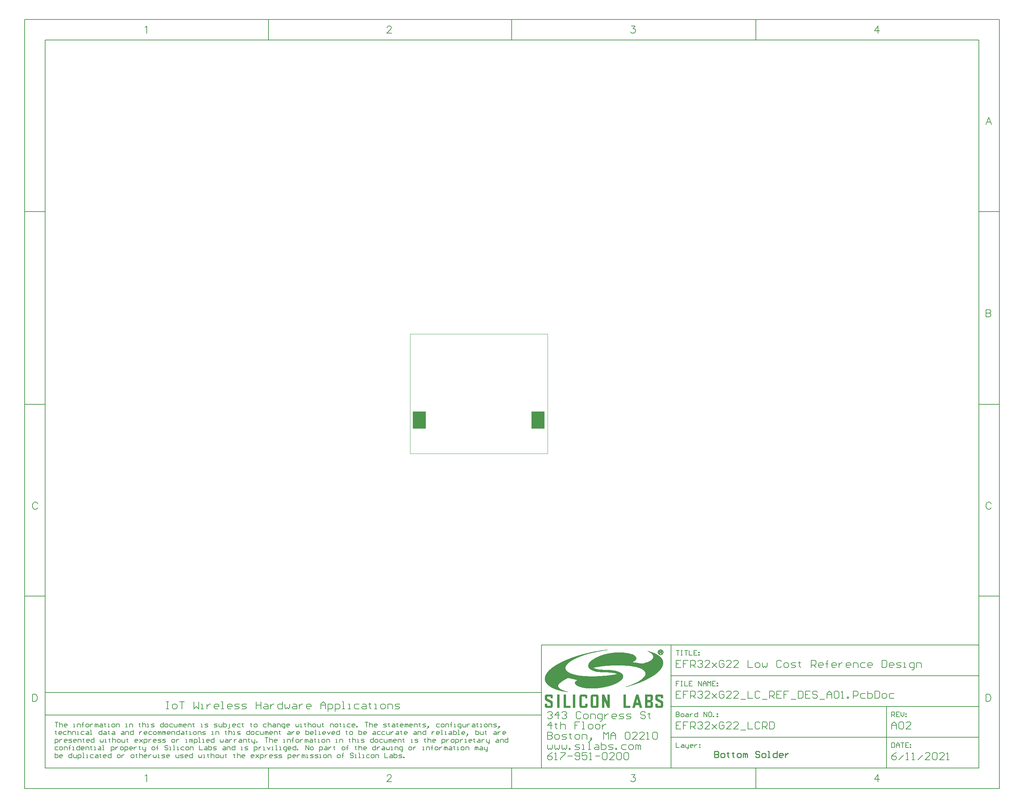
<source format=gbs>
G04*
G04 #@! TF.GenerationSoftware,Altium Limited,Altium Designer,19.1.7 (138)*
G04*
G04 Layer_Color=16711935*
%FSLAX25Y25*%
%MOIN*%
G70*
G01*
G75*
%ADD11C,0.00500*%
%ADD12C,0.01000*%
%ADD14C,0.00197*%
%ADD15C,0.00100*%
%ADD16C,0.00700*%
%ADD58R,0.12598X0.16535*%
D11*
X-348447Y-232713D02*
X135353D01*
X344053Y-326503D02*
Y-306503D01*
X261553D02*
Y-246503D01*
X471553Y-306503D02*
Y-246503D01*
X135353Y-306503D02*
Y-186503D01*
X561553Y-306503D02*
Y-186503D01*
X261553D02*
X561553D01*
X261553Y-246503D02*
Y-186503D01*
X135353D02*
X261553D01*
X261353Y-246503D02*
X561553D01*
X261353Y-276503D02*
X561553D01*
X111553Y-306503D02*
X561553D01*
X261353Y-216503D02*
X561853D01*
X-28447Y-306503D02*
X135353D01*
X106353Y-326503D02*
Y-306503D01*
X-130847Y-326503D02*
Y-306503D01*
X-368447Y-138903D02*
X-348447D01*
X-368447Y48297D02*
X-348447D01*
X-368447Y236297D02*
X-348447D01*
X-368447Y-326503D02*
Y423497D01*
X-348447Y-306503D02*
X561553D01*
X-348447D02*
Y403497D01*
X-368447Y-326503D02*
X581553D01*
X344053Y403497D02*
Y423497D01*
X106353Y403497D02*
Y423497D01*
X-130847Y403497D02*
Y423497D01*
X-368447D02*
X581553D01*
X-348447Y403497D02*
X561553D01*
Y-138903D02*
X581553D01*
X561553Y48297D02*
X581553D01*
X561553Y236297D02*
X581553D01*
X561553Y-306503D02*
Y403497D01*
X581553Y-326503D02*
Y423497D01*
X-348447Y-254903D02*
X135353D01*
X269552Y-222004D02*
X266553D01*
Y-224254D01*
X268053D01*
X266553D01*
Y-226503D01*
X271052Y-222004D02*
X272551D01*
X271801D01*
Y-226503D01*
X271052D01*
X272551D01*
X274800Y-222004D02*
Y-226503D01*
X277799D01*
X282298Y-222004D02*
X279299D01*
Y-226503D01*
X282298D01*
X279299Y-224254D02*
X280798D01*
X288296Y-226503D02*
Y-222004D01*
X291295Y-226503D01*
Y-222004D01*
X292794Y-226503D02*
Y-223504D01*
X294294Y-222004D01*
X295794Y-223504D01*
Y-226503D01*
Y-224254D01*
X292794D01*
X297293Y-226503D02*
Y-222004D01*
X298793Y-223504D01*
X300292Y-222004D01*
Y-226503D01*
X304791Y-222004D02*
X301792D01*
Y-226503D01*
X304791D01*
X301792Y-224254D02*
X303291D01*
X306290Y-223504D02*
X307040D01*
Y-224254D01*
X306290D01*
Y-223504D01*
Y-225753D02*
X307040D01*
Y-226503D01*
X306290D01*
Y-225753D01*
X266553Y-192004D02*
X269552D01*
X268053D01*
Y-196503D01*
X271052Y-192004D02*
X272551D01*
X271801D01*
Y-196503D01*
X271052D01*
X272551D01*
X274800Y-192004D02*
X277799D01*
X276300D01*
Y-196503D01*
X279299Y-192004D02*
Y-196503D01*
X282298D01*
X286796Y-192004D02*
X283797D01*
Y-196503D01*
X286796D01*
X283797Y-194254D02*
X285297D01*
X288296Y-193504D02*
X289046D01*
Y-194254D01*
X288296D01*
Y-193504D01*
Y-195753D02*
X289046D01*
Y-196503D01*
X288296D01*
Y-195753D01*
X266553Y-252004D02*
Y-256503D01*
X268802D01*
X269552Y-255753D01*
Y-255003D01*
X268802Y-254254D01*
X266553D01*
X268802D01*
X269552Y-253504D01*
Y-252754D01*
X268802Y-252004D01*
X266553D01*
X271801Y-256503D02*
X273301D01*
X274051Y-255753D01*
Y-254254D01*
X273301Y-253504D01*
X271801D01*
X271052Y-254254D01*
Y-255753D01*
X271801Y-256503D01*
X276300Y-253504D02*
X277799D01*
X278549Y-254254D01*
Y-256503D01*
X276300D01*
X275550Y-255753D01*
X276300Y-255003D01*
X278549D01*
X280049Y-253504D02*
Y-256503D01*
Y-255003D01*
X280798Y-254254D01*
X281548Y-253504D01*
X282298D01*
X287546Y-252004D02*
Y-256503D01*
X285297D01*
X284547Y-255753D01*
Y-254254D01*
X285297Y-253504D01*
X287546D01*
X293544Y-256503D02*
Y-252004D01*
X296543Y-256503D01*
Y-252004D01*
X300292D02*
X298793D01*
X298043Y-252754D01*
Y-255753D01*
X298793Y-256503D01*
X300292D01*
X301042Y-255753D01*
Y-252754D01*
X300292Y-252004D01*
X302541Y-256503D02*
Y-255753D01*
X303291D01*
Y-256503D01*
X302541D01*
X306290Y-253504D02*
X307040D01*
Y-254254D01*
X306290D01*
Y-253504D01*
Y-255753D02*
X307040D01*
Y-256503D01*
X306290D01*
Y-255753D01*
X476553Y-256503D02*
Y-252004D01*
X478802D01*
X479552Y-252754D01*
Y-254254D01*
X478802Y-255003D01*
X476553D01*
X478053D02*
X479552Y-256503D01*
X484051Y-252004D02*
X481052D01*
Y-256503D01*
X484051D01*
X481052Y-254254D02*
X482551D01*
X485550Y-252004D02*
Y-255003D01*
X487050Y-256503D01*
X488549Y-255003D01*
Y-252004D01*
X490049Y-253504D02*
X490798D01*
Y-254254D01*
X490049D01*
Y-253504D01*
Y-255753D02*
X490798D01*
Y-256503D01*
X490049D01*
Y-255753D01*
X476553Y-282004D02*
Y-286503D01*
X478802D01*
X479552Y-285753D01*
Y-282754D01*
X478802Y-282004D01*
X476553D01*
X481052Y-286503D02*
Y-283504D01*
X482551Y-282004D01*
X484051Y-283504D01*
Y-286503D01*
Y-284254D01*
X481052D01*
X485550Y-282004D02*
X488549D01*
X487050D01*
Y-286503D01*
X493048Y-282004D02*
X490049D01*
Y-286503D01*
X493048D01*
X490049Y-284254D02*
X491548D01*
X494547Y-283504D02*
X495297D01*
Y-284254D01*
X494547D01*
Y-283504D01*
Y-285753D02*
X495297D01*
Y-286503D01*
X494547D01*
Y-285753D01*
X266553Y-282004D02*
Y-286503D01*
X269552D01*
X271801Y-283504D02*
X273301D01*
X274051Y-284254D01*
Y-286503D01*
X271801D01*
X271052Y-285753D01*
X271801Y-285003D01*
X274051D01*
X275550Y-283504D02*
Y-285753D01*
X276300Y-286503D01*
X278549D01*
Y-287253D01*
X277799Y-288002D01*
X277050D01*
X278549Y-286503D02*
Y-283504D01*
X282298Y-286503D02*
X280798D01*
X280049Y-285753D01*
Y-284254D01*
X280798Y-283504D01*
X282298D01*
X283048Y-284254D01*
Y-285003D01*
X280049D01*
X284547Y-283504D02*
Y-286503D01*
Y-285003D01*
X285297Y-284254D01*
X286047Y-283504D01*
X286796D01*
X289046D02*
X289795D01*
Y-284254D01*
X289046D01*
Y-283504D01*
Y-285753D02*
X289795D01*
Y-286503D01*
X289046D01*
Y-285753D01*
X-338947Y-262004D02*
X-335948D01*
X-337448D01*
Y-266503D01*
X-334449Y-262004D02*
Y-266503D01*
Y-264254D01*
X-333699Y-263504D01*
X-332199D01*
X-331449Y-264254D01*
Y-266503D01*
X-327701D02*
X-329200D01*
X-329950Y-265753D01*
Y-264254D01*
X-329200Y-263504D01*
X-327701D01*
X-326951Y-264254D01*
Y-265003D01*
X-329950D01*
X-320953Y-266503D02*
X-319453D01*
X-320203D01*
Y-263504D01*
X-320953D01*
X-317204Y-266503D02*
Y-263504D01*
X-314955D01*
X-314205Y-264254D01*
Y-266503D01*
X-311956D02*
Y-262754D01*
Y-264254D01*
X-312705D01*
X-311206D01*
X-311956D01*
Y-262754D01*
X-311206Y-262004D01*
X-308207Y-266503D02*
X-306707D01*
X-305958Y-265753D01*
Y-264254D01*
X-306707Y-263504D01*
X-308207D01*
X-308957Y-264254D01*
Y-265753D01*
X-308207Y-266503D01*
X-304458Y-263504D02*
Y-266503D01*
Y-265003D01*
X-303708Y-264254D01*
X-302959Y-263504D01*
X-302209D01*
X-299960Y-266503D02*
Y-263504D01*
X-299210D01*
X-298460Y-264254D01*
Y-266503D01*
Y-264254D01*
X-297710Y-263504D01*
X-296960Y-264254D01*
Y-266503D01*
X-294711Y-263504D02*
X-293212D01*
X-292462Y-264254D01*
Y-266503D01*
X-294711D01*
X-295461Y-265753D01*
X-294711Y-265003D01*
X-292462D01*
X-290213Y-262754D02*
Y-263504D01*
X-290963D01*
X-289463D01*
X-290213D01*
Y-265753D01*
X-289463Y-266503D01*
X-287214D02*
X-285714D01*
X-286464D01*
Y-263504D01*
X-287214D01*
X-282715Y-266503D02*
X-281216D01*
X-280466Y-265753D01*
Y-264254D01*
X-281216Y-263504D01*
X-282715D01*
X-283465Y-264254D01*
Y-265753D01*
X-282715Y-266503D01*
X-278966D02*
Y-263504D01*
X-276717D01*
X-275967Y-264254D01*
Y-266503D01*
X-269969D02*
X-268470D01*
X-269219D01*
Y-263504D01*
X-269969D01*
X-266220Y-266503D02*
Y-263504D01*
X-263971D01*
X-263221Y-264254D01*
Y-266503D01*
X-256474Y-262754D02*
Y-263504D01*
X-257223D01*
X-255724D01*
X-256474D01*
Y-265753D01*
X-255724Y-266503D01*
X-253475Y-262004D02*
Y-266503D01*
Y-264254D01*
X-252725Y-263504D01*
X-251225D01*
X-250476Y-264254D01*
Y-266503D01*
X-248976D02*
X-247477D01*
X-248226D01*
Y-263504D01*
X-248976D01*
X-245227Y-266503D02*
X-242978D01*
X-242228Y-265753D01*
X-242978Y-265003D01*
X-244478D01*
X-245227Y-264254D01*
X-244478Y-263504D01*
X-242228D01*
X-233231Y-262004D02*
Y-266503D01*
X-235480D01*
X-236230Y-265753D01*
Y-264254D01*
X-235480Y-263504D01*
X-233231D01*
X-230982Y-266503D02*
X-229482D01*
X-228732Y-265753D01*
Y-264254D01*
X-229482Y-263504D01*
X-230982D01*
X-231732Y-264254D01*
Y-265753D01*
X-230982Y-266503D01*
X-224234Y-263504D02*
X-226483D01*
X-227233Y-264254D01*
Y-265753D01*
X-226483Y-266503D01*
X-224234D01*
X-222734Y-263504D02*
Y-265753D01*
X-221985Y-266503D01*
X-219735D01*
Y-263504D01*
X-218236Y-266503D02*
Y-263504D01*
X-217486D01*
X-216736Y-264254D01*
Y-266503D01*
Y-264254D01*
X-215987Y-263504D01*
X-215237Y-264254D01*
Y-266503D01*
X-211488D02*
X-212988D01*
X-213737Y-265753D01*
Y-264254D01*
X-212988Y-263504D01*
X-211488D01*
X-210738Y-264254D01*
Y-265003D01*
X-213737D01*
X-209239Y-266503D02*
Y-263504D01*
X-206990D01*
X-206240Y-264254D01*
Y-266503D01*
X-203991Y-262754D02*
Y-263504D01*
X-204740D01*
X-203241D01*
X-203991D01*
Y-265753D01*
X-203241Y-266503D01*
X-196493D02*
X-194993D01*
X-195743D01*
Y-263504D01*
X-196493D01*
X-192744Y-266503D02*
X-190495D01*
X-189745Y-265753D01*
X-190495Y-265003D01*
X-191994D01*
X-192744Y-264254D01*
X-191994Y-263504D01*
X-189745D01*
X-183747Y-266503D02*
X-181498D01*
X-180748Y-265753D01*
X-181498Y-265003D01*
X-182997D01*
X-183747Y-264254D01*
X-182997Y-263504D01*
X-180748D01*
X-179248D02*
Y-265753D01*
X-178499Y-266503D01*
X-176250D01*
Y-263504D01*
X-174750Y-262004D02*
Y-266503D01*
X-172501D01*
X-171751Y-265753D01*
Y-265003D01*
Y-264254D01*
X-172501Y-263504D01*
X-174750D01*
X-170251Y-268003D02*
X-169502D01*
X-168752Y-267253D01*
Y-263504D01*
X-163504Y-266503D02*
X-165003D01*
X-165753Y-265753D01*
Y-264254D01*
X-165003Y-263504D01*
X-163504D01*
X-162754Y-264254D01*
Y-265003D01*
X-165753D01*
X-158255Y-263504D02*
X-160504D01*
X-161254Y-264254D01*
Y-265753D01*
X-160504Y-266503D01*
X-158255D01*
X-156006Y-262754D02*
Y-263504D01*
X-156756D01*
X-155256D01*
X-156006D01*
Y-265753D01*
X-155256Y-266503D01*
X-147759Y-262754D02*
Y-263504D01*
X-148508D01*
X-147009D01*
X-147759D01*
Y-265753D01*
X-147009Y-266503D01*
X-144010D02*
X-142510D01*
X-141761Y-265753D01*
Y-264254D01*
X-142510Y-263504D01*
X-144010D01*
X-144760Y-264254D01*
Y-265753D01*
X-144010Y-266503D01*
X-132764Y-263504D02*
X-135013D01*
X-135763Y-264254D01*
Y-265753D01*
X-135013Y-266503D01*
X-132764D01*
X-131264Y-262004D02*
Y-266503D01*
Y-264254D01*
X-130514Y-263504D01*
X-129015D01*
X-128265Y-264254D01*
Y-266503D01*
X-126016Y-263504D02*
X-124516D01*
X-123766Y-264254D01*
Y-266503D01*
X-126016D01*
X-126765Y-265753D01*
X-126016Y-265003D01*
X-123766D01*
X-122267Y-266503D02*
Y-263504D01*
X-120018D01*
X-119268Y-264254D01*
Y-266503D01*
X-116269Y-268003D02*
X-115519D01*
X-114769Y-267253D01*
Y-263504D01*
X-117019D01*
X-117768Y-264254D01*
Y-265753D01*
X-117019Y-266503D01*
X-114769D01*
X-111021D02*
X-112520D01*
X-113270Y-265753D01*
Y-264254D01*
X-112520Y-263504D01*
X-111021D01*
X-110271Y-264254D01*
Y-265003D01*
X-113270D01*
X-104273Y-263504D02*
Y-265753D01*
X-103523Y-266503D01*
X-102773Y-265753D01*
X-102023Y-266503D01*
X-101274Y-265753D01*
Y-263504D01*
X-99774Y-266503D02*
X-98275D01*
X-99024D01*
Y-263504D01*
X-99774D01*
X-95276Y-262754D02*
Y-263504D01*
X-96025D01*
X-94526D01*
X-95276D01*
Y-265753D01*
X-94526Y-266503D01*
X-92277Y-262004D02*
Y-266503D01*
Y-264254D01*
X-91527Y-263504D01*
X-90027D01*
X-89277Y-264254D01*
Y-266503D01*
X-87028D02*
X-85529D01*
X-84779Y-265753D01*
Y-264254D01*
X-85529Y-263504D01*
X-87028D01*
X-87778Y-264254D01*
Y-265753D01*
X-87028Y-266503D01*
X-83279Y-263504D02*
Y-265753D01*
X-82530Y-266503D01*
X-80280D01*
Y-263504D01*
X-78031Y-262754D02*
Y-263504D01*
X-78781D01*
X-77281D01*
X-78031D01*
Y-265753D01*
X-77281Y-266503D01*
X-70534D02*
Y-263504D01*
X-68284D01*
X-67535Y-264254D01*
Y-266503D01*
X-65285D02*
X-63786D01*
X-63036Y-265753D01*
Y-264254D01*
X-63786Y-263504D01*
X-65285D01*
X-66035Y-264254D01*
Y-265753D01*
X-65285Y-266503D01*
X-60787Y-262754D02*
Y-263504D01*
X-61536D01*
X-60037D01*
X-60787D01*
Y-265753D01*
X-60037Y-266503D01*
X-57788D02*
X-56288D01*
X-57038D01*
Y-263504D01*
X-57788D01*
X-51040D02*
X-53289D01*
X-54039Y-264254D01*
Y-265753D01*
X-53289Y-266503D01*
X-51040D01*
X-47291D02*
X-48791D01*
X-49540Y-265753D01*
Y-264254D01*
X-48791Y-263504D01*
X-47291D01*
X-46541Y-264254D01*
Y-265003D01*
X-49540D01*
X-45042Y-266503D02*
Y-265753D01*
X-44292D01*
Y-266503D01*
X-45042D01*
X-36794Y-262004D02*
X-33795D01*
X-35295D01*
Y-266503D01*
X-32296Y-262004D02*
Y-266503D01*
Y-264254D01*
X-31546Y-263504D01*
X-30047D01*
X-29297Y-264254D01*
Y-266503D01*
X-25548D02*
X-27048D01*
X-27797Y-265753D01*
Y-264254D01*
X-27048Y-263504D01*
X-25548D01*
X-24798Y-264254D01*
Y-265003D01*
X-27797D01*
X-18800Y-266503D02*
X-16551D01*
X-15801Y-265753D01*
X-16551Y-265003D01*
X-18050D01*
X-18800Y-264254D01*
X-18050Y-263504D01*
X-15801D01*
X-13552Y-262754D02*
Y-263504D01*
X-14302D01*
X-12802D01*
X-13552D01*
Y-265753D01*
X-12802Y-266503D01*
X-9803Y-263504D02*
X-8304D01*
X-7554Y-264254D01*
Y-266503D01*
X-9803D01*
X-10553Y-265753D01*
X-9803Y-265003D01*
X-7554D01*
X-5305Y-262754D02*
Y-263504D01*
X-6054D01*
X-4555D01*
X-5305D01*
Y-265753D01*
X-4555Y-266503D01*
X-56D02*
X-1556D01*
X-2306Y-265753D01*
Y-264254D01*
X-1556Y-263504D01*
X-56D01*
X693Y-264254D01*
Y-265003D01*
X-2306D01*
X2193Y-266503D02*
Y-263504D01*
X2943D01*
X3692Y-264254D01*
Y-266503D01*
Y-264254D01*
X4442Y-263504D01*
X5192Y-264254D01*
Y-266503D01*
X8941D02*
X7441D01*
X6692Y-265753D01*
Y-264254D01*
X7441Y-263504D01*
X8941D01*
X9691Y-264254D01*
Y-265003D01*
X6692D01*
X11190Y-266503D02*
Y-263504D01*
X13439D01*
X14189Y-264254D01*
Y-266503D01*
X16438Y-262754D02*
Y-263504D01*
X15689D01*
X17188D01*
X16438D01*
Y-265753D01*
X17188Y-266503D01*
X19437D02*
X21687D01*
X22436Y-265753D01*
X21687Y-265003D01*
X20187D01*
X19437Y-264254D01*
X20187Y-263504D01*
X22436D01*
X24686Y-267253D02*
X25436Y-266503D01*
Y-265753D01*
X24686D01*
Y-266503D01*
X25436D01*
X24686Y-267253D01*
X23936Y-268003D01*
X35932Y-263504D02*
X33683D01*
X32933Y-264254D01*
Y-265753D01*
X33683Y-266503D01*
X35932D01*
X38181D02*
X39681D01*
X40431Y-265753D01*
Y-264254D01*
X39681Y-263504D01*
X38181D01*
X37432Y-264254D01*
Y-265753D01*
X38181Y-266503D01*
X41930D02*
Y-263504D01*
X44179D01*
X44929Y-264254D01*
Y-266503D01*
X47179D02*
Y-262754D01*
Y-264254D01*
X46429D01*
X47928D01*
X47179D01*
Y-262754D01*
X47928Y-262004D01*
X50178Y-266503D02*
X51677D01*
X50927D01*
Y-263504D01*
X50178D01*
X55426Y-268003D02*
X56176D01*
X56925Y-267253D01*
Y-263504D01*
X54676D01*
X53926Y-264254D01*
Y-265753D01*
X54676Y-266503D01*
X56925D01*
X58425Y-263504D02*
Y-265753D01*
X59175Y-266503D01*
X61424D01*
Y-263504D01*
X62923D02*
Y-266503D01*
Y-265003D01*
X63673Y-264254D01*
X64423Y-263504D01*
X65173D01*
X68172D02*
X69671D01*
X70421Y-264254D01*
Y-266503D01*
X68172D01*
X67422Y-265753D01*
X68172Y-265003D01*
X70421D01*
X72670Y-262754D02*
Y-263504D01*
X71921D01*
X73420D01*
X72670D01*
Y-265753D01*
X73420Y-266503D01*
X75669D02*
X77169D01*
X76419D01*
Y-263504D01*
X75669D01*
X80168Y-266503D02*
X81667D01*
X82417Y-265753D01*
Y-264254D01*
X81667Y-263504D01*
X80168D01*
X79418Y-264254D01*
Y-265753D01*
X80168Y-266503D01*
X83917D02*
Y-263504D01*
X86166D01*
X86916Y-264254D01*
Y-266503D01*
X88415D02*
X90664D01*
X91414Y-265753D01*
X90664Y-265003D01*
X89165D01*
X88415Y-264254D01*
X89165Y-263504D01*
X91414D01*
X93664Y-267253D02*
X94413Y-266503D01*
Y-265753D01*
X93664D01*
Y-266503D01*
X94413D01*
X93664Y-267253D01*
X92914Y-268003D01*
X-338197Y-270254D02*
Y-271004D01*
X-338947D01*
X-337448D01*
X-338197D01*
Y-273253D01*
X-337448Y-274003D01*
X-332949D02*
X-334449D01*
X-335198Y-273253D01*
Y-271754D01*
X-334449Y-271004D01*
X-332949D01*
X-332199Y-271754D01*
Y-272503D01*
X-335198D01*
X-327701Y-271004D02*
X-329950D01*
X-330700Y-271754D01*
Y-273253D01*
X-329950Y-274003D01*
X-327701D01*
X-326201Y-269504D02*
Y-274003D01*
Y-271754D01*
X-325451Y-271004D01*
X-323952D01*
X-323202Y-271754D01*
Y-274003D01*
X-321703D02*
Y-271004D01*
X-319453D01*
X-318704Y-271754D01*
Y-274003D01*
X-317204D02*
X-315704D01*
X-316454D01*
Y-271004D01*
X-317204D01*
X-310456D02*
X-312705D01*
X-313455Y-271754D01*
Y-273253D01*
X-312705Y-274003D01*
X-310456D01*
X-308207Y-271004D02*
X-306707D01*
X-305958Y-271754D01*
Y-274003D01*
X-308207D01*
X-308957Y-273253D01*
X-308207Y-272503D01*
X-305958D01*
X-304458Y-274003D02*
X-302959D01*
X-303708D01*
Y-269504D01*
X-304458D01*
X-293212D02*
Y-274003D01*
X-295461D01*
X-296211Y-273253D01*
Y-271754D01*
X-295461Y-271004D01*
X-293212D01*
X-290963D02*
X-289463D01*
X-288713Y-271754D01*
Y-274003D01*
X-290963D01*
X-291712Y-273253D01*
X-290963Y-272503D01*
X-288713D01*
X-286464Y-270254D02*
Y-271004D01*
X-287214D01*
X-285714D01*
X-286464D01*
Y-273253D01*
X-285714Y-274003D01*
X-282715Y-271004D02*
X-281216D01*
X-280466Y-271754D01*
Y-274003D01*
X-282715D01*
X-283465Y-273253D01*
X-282715Y-272503D01*
X-280466D01*
X-273718Y-271004D02*
X-272218D01*
X-271469Y-271754D01*
Y-274003D01*
X-273718D01*
X-274468Y-273253D01*
X-273718Y-272503D01*
X-271469D01*
X-269969Y-274003D02*
Y-271004D01*
X-267720D01*
X-266970Y-271754D01*
Y-274003D01*
X-262472Y-269504D02*
Y-274003D01*
X-264721D01*
X-265471Y-273253D01*
Y-271754D01*
X-264721Y-271004D01*
X-262472D01*
X-256474D02*
Y-274003D01*
Y-272503D01*
X-255724Y-271754D01*
X-254974Y-271004D01*
X-254224D01*
X-249726Y-274003D02*
X-251225D01*
X-251975Y-273253D01*
Y-271754D01*
X-251225Y-271004D01*
X-249726D01*
X-248976Y-271754D01*
Y-272503D01*
X-251975D01*
X-244478Y-271004D02*
X-246727D01*
X-247477Y-271754D01*
Y-273253D01*
X-246727Y-274003D01*
X-244478D01*
X-242228D02*
X-240729D01*
X-239979Y-273253D01*
Y-271754D01*
X-240729Y-271004D01*
X-242228D01*
X-242978Y-271754D01*
Y-273253D01*
X-242228Y-274003D01*
X-238479D02*
Y-271004D01*
X-237730D01*
X-236980Y-271754D01*
Y-274003D01*
Y-271754D01*
X-236230Y-271004D01*
X-235480Y-271754D01*
Y-274003D01*
X-233981D02*
Y-271004D01*
X-233231D01*
X-232481Y-271754D01*
Y-274003D01*
Y-271754D01*
X-231732Y-271004D01*
X-230982Y-271754D01*
Y-274003D01*
X-227233D02*
X-228732D01*
X-229482Y-273253D01*
Y-271754D01*
X-228732Y-271004D01*
X-227233D01*
X-226483Y-271754D01*
Y-272503D01*
X-229482D01*
X-224984Y-274003D02*
Y-271004D01*
X-222734D01*
X-221985Y-271754D01*
Y-274003D01*
X-217486Y-269504D02*
Y-274003D01*
X-219735D01*
X-220485Y-273253D01*
Y-271754D01*
X-219735Y-271004D01*
X-217486D01*
X-215237D02*
X-213737D01*
X-212988Y-271754D01*
Y-274003D01*
X-215237D01*
X-215987Y-273253D01*
X-215237Y-272503D01*
X-212988D01*
X-210738Y-270254D02*
Y-271004D01*
X-211488D01*
X-209989D01*
X-210738D01*
Y-273253D01*
X-209989Y-274003D01*
X-207739D02*
X-206240D01*
X-206990D01*
Y-271004D01*
X-207739D01*
X-203241Y-274003D02*
X-201741D01*
X-200992Y-273253D01*
Y-271754D01*
X-201741Y-271004D01*
X-203241D01*
X-203991Y-271754D01*
Y-273253D01*
X-203241Y-274003D01*
X-199492D02*
Y-271004D01*
X-197243D01*
X-196493Y-271754D01*
Y-274003D01*
X-194993D02*
X-192744D01*
X-191994Y-273253D01*
X-192744Y-272503D01*
X-194244D01*
X-194993Y-271754D01*
X-194244Y-271004D01*
X-191994D01*
X-185996Y-274003D02*
X-184497D01*
X-185247D01*
Y-271004D01*
X-185996D01*
X-182247Y-274003D02*
Y-271004D01*
X-179998D01*
X-179248Y-271754D01*
Y-274003D01*
X-172501Y-270254D02*
Y-271004D01*
X-173250D01*
X-171751D01*
X-172501D01*
Y-273253D01*
X-171751Y-274003D01*
X-169502Y-269504D02*
Y-274003D01*
Y-271754D01*
X-168752Y-271004D01*
X-167252D01*
X-166503Y-271754D01*
Y-274003D01*
X-165003D02*
X-163504D01*
X-164253D01*
Y-271004D01*
X-165003D01*
X-161254Y-274003D02*
X-159005D01*
X-158255Y-273253D01*
X-159005Y-272503D01*
X-160504D01*
X-161254Y-271754D01*
X-160504Y-271004D01*
X-158255D01*
X-149258Y-269504D02*
Y-274003D01*
X-151507D01*
X-152257Y-273253D01*
Y-271754D01*
X-151507Y-271004D01*
X-149258D01*
X-147009Y-274003D02*
X-145509D01*
X-144760Y-273253D01*
Y-271754D01*
X-145509Y-271004D01*
X-147009D01*
X-147759Y-271754D01*
Y-273253D01*
X-147009Y-274003D01*
X-140261Y-271004D02*
X-142510D01*
X-143260Y-271754D01*
Y-273253D01*
X-142510Y-274003D01*
X-140261D01*
X-138761Y-271004D02*
Y-273253D01*
X-138012Y-274003D01*
X-135763D01*
Y-271004D01*
X-134263Y-274003D02*
Y-271004D01*
X-133513D01*
X-132764Y-271754D01*
Y-274003D01*
Y-271754D01*
X-132014Y-271004D01*
X-131264Y-271754D01*
Y-274003D01*
X-127515D02*
X-129015D01*
X-129764Y-273253D01*
Y-271754D01*
X-129015Y-271004D01*
X-127515D01*
X-126765Y-271754D01*
Y-272503D01*
X-129764D01*
X-125266Y-274003D02*
Y-271004D01*
X-123017D01*
X-122267Y-271754D01*
Y-274003D01*
X-120018Y-270254D02*
Y-271004D01*
X-120767D01*
X-119268D01*
X-120018D01*
Y-273253D01*
X-119268Y-274003D01*
X-111770Y-271004D02*
X-110271D01*
X-109521Y-271754D01*
Y-274003D01*
X-111770D01*
X-112520Y-273253D01*
X-111770Y-272503D01*
X-109521D01*
X-108021Y-271004D02*
Y-274003D01*
Y-272503D01*
X-107272Y-271754D01*
X-106522Y-271004D01*
X-105772D01*
X-101274Y-274003D02*
X-102773D01*
X-103523Y-273253D01*
Y-271754D01*
X-102773Y-271004D01*
X-101274D01*
X-100524Y-271754D01*
Y-272503D01*
X-103523D01*
X-94526Y-269504D02*
Y-274003D01*
X-92277D01*
X-91527Y-273253D01*
Y-272503D01*
Y-271754D01*
X-92277Y-271004D01*
X-94526D01*
X-87778Y-274003D02*
X-89277D01*
X-90027Y-273253D01*
Y-271754D01*
X-89277Y-271004D01*
X-87778D01*
X-87028Y-271754D01*
Y-272503D01*
X-90027D01*
X-85529Y-274003D02*
X-84029D01*
X-84779D01*
Y-269504D01*
X-85529D01*
X-81780Y-274003D02*
X-80280D01*
X-81030D01*
Y-271004D01*
X-81780D01*
X-75782Y-274003D02*
X-77281D01*
X-78031Y-273253D01*
Y-271754D01*
X-77281Y-271004D01*
X-75782D01*
X-75032Y-271754D01*
Y-272503D01*
X-78031D01*
X-73533Y-271004D02*
X-72033Y-274003D01*
X-70534Y-271004D01*
X-66785Y-274003D02*
X-68284D01*
X-69034Y-273253D01*
Y-271754D01*
X-68284Y-271004D01*
X-66785D01*
X-66035Y-271754D01*
Y-272503D01*
X-69034D01*
X-61536Y-269504D02*
Y-274003D01*
X-63786D01*
X-64535Y-273253D01*
Y-271754D01*
X-63786Y-271004D01*
X-61536D01*
X-54789Y-270254D02*
Y-271004D01*
X-55538D01*
X-54039D01*
X-54789D01*
Y-273253D01*
X-54039Y-274003D01*
X-51040D02*
X-49540D01*
X-48791Y-273253D01*
Y-271754D01*
X-49540Y-271004D01*
X-51040D01*
X-51790Y-271754D01*
Y-273253D01*
X-51040Y-274003D01*
X-42792Y-269504D02*
Y-274003D01*
X-40543D01*
X-39794Y-273253D01*
Y-272503D01*
Y-271754D01*
X-40543Y-271004D01*
X-42792D01*
X-36045Y-274003D02*
X-37544D01*
X-38294Y-273253D01*
Y-271754D01*
X-37544Y-271004D01*
X-36045D01*
X-35295Y-271754D01*
Y-272503D01*
X-38294D01*
X-28547Y-271004D02*
X-27048D01*
X-26298Y-271754D01*
Y-274003D01*
X-28547D01*
X-29297Y-273253D01*
X-28547Y-272503D01*
X-26298D01*
X-21799Y-271004D02*
X-24048D01*
X-24798Y-271754D01*
Y-273253D01*
X-24048Y-274003D01*
X-21799D01*
X-17301Y-271004D02*
X-19550D01*
X-20300Y-271754D01*
Y-273253D01*
X-19550Y-274003D01*
X-17301D01*
X-15801Y-271004D02*
Y-273253D01*
X-15051Y-274003D01*
X-12802D01*
Y-271004D01*
X-11303D02*
Y-274003D01*
Y-272503D01*
X-10553Y-271754D01*
X-9803Y-271004D01*
X-9053D01*
X-6054D02*
X-4555D01*
X-3805Y-271754D01*
Y-274003D01*
X-6054D01*
X-6804Y-273253D01*
X-6054Y-272503D01*
X-3805D01*
X-1556Y-270254D02*
Y-271004D01*
X-2306D01*
X-806D01*
X-1556D01*
Y-273253D01*
X-806Y-274003D01*
X3692D02*
X2193D01*
X1443Y-273253D01*
Y-271754D01*
X2193Y-271004D01*
X3692D01*
X4442Y-271754D01*
Y-272503D01*
X1443D01*
X11190Y-271004D02*
X12690D01*
X13439Y-271754D01*
Y-274003D01*
X11190D01*
X10440Y-273253D01*
X11190Y-272503D01*
X13439D01*
X14939Y-274003D02*
Y-271004D01*
X17188D01*
X17938Y-271754D01*
Y-274003D01*
X22436Y-269504D02*
Y-274003D01*
X20187D01*
X19437Y-273253D01*
Y-271754D01*
X20187Y-271004D01*
X22436D01*
X28435D02*
Y-274003D01*
Y-272503D01*
X29184Y-271754D01*
X29934Y-271004D01*
X30684D01*
X35182Y-274003D02*
X33683D01*
X32933Y-273253D01*
Y-271754D01*
X33683Y-271004D01*
X35182D01*
X35932Y-271754D01*
Y-272503D01*
X32933D01*
X37432Y-274003D02*
X38931D01*
X38181D01*
Y-269504D01*
X37432D01*
X41181Y-274003D02*
X42680D01*
X41930D01*
Y-271004D01*
X41181D01*
X45679D02*
X47179D01*
X47928Y-271754D01*
Y-274003D01*
X45679D01*
X44929Y-273253D01*
X45679Y-272503D01*
X47928D01*
X49428Y-269504D02*
Y-274003D01*
X51677D01*
X52427Y-273253D01*
Y-272503D01*
Y-271754D01*
X51677Y-271004D01*
X49428D01*
X53926Y-274003D02*
X55426D01*
X54676D01*
Y-269504D01*
X53926D01*
X59924Y-274003D02*
X58425D01*
X57675Y-273253D01*
Y-271754D01*
X58425Y-271004D01*
X59924D01*
X60674Y-271754D01*
Y-272503D01*
X57675D01*
X62923Y-274753D02*
X63673Y-274003D01*
Y-273253D01*
X62923D01*
Y-274003D01*
X63673D01*
X62923Y-274753D01*
X62174Y-275502D01*
X71171Y-269504D02*
Y-274003D01*
X73420D01*
X74170Y-273253D01*
Y-272503D01*
Y-271754D01*
X73420Y-271004D01*
X71171D01*
X75669D02*
Y-273253D01*
X76419Y-274003D01*
X78668D01*
Y-271004D01*
X80918Y-270254D02*
Y-271004D01*
X80168D01*
X81667D01*
X80918D01*
Y-273253D01*
X81667Y-274003D01*
X89165Y-271004D02*
X90664D01*
X91414Y-271754D01*
Y-274003D01*
X89165D01*
X88415Y-273253D01*
X89165Y-272503D01*
X91414D01*
X92914Y-271004D02*
Y-274003D01*
Y-272503D01*
X93664Y-271754D01*
X94413Y-271004D01*
X95163D01*
X99662Y-274003D02*
X98162D01*
X97412Y-273253D01*
Y-271754D01*
X98162Y-271004D01*
X99662D01*
X100411Y-271754D01*
Y-272503D01*
X97412D01*
X-338947Y-283002D02*
Y-278504D01*
X-336698D01*
X-335948Y-279254D01*
Y-280753D01*
X-336698Y-281503D01*
X-338947D01*
X-334449Y-278504D02*
Y-281503D01*
Y-280003D01*
X-333699Y-279254D01*
X-332949Y-278504D01*
X-332199D01*
X-327701Y-281503D02*
X-329200D01*
X-329950Y-280753D01*
Y-279254D01*
X-329200Y-278504D01*
X-327701D01*
X-326951Y-279254D01*
Y-280003D01*
X-329950D01*
X-325451Y-281503D02*
X-323202D01*
X-322452Y-280753D01*
X-323202Y-280003D01*
X-324702D01*
X-325451Y-279254D01*
X-324702Y-278504D01*
X-322452D01*
X-318704Y-281503D02*
X-320203D01*
X-320953Y-280753D01*
Y-279254D01*
X-320203Y-278504D01*
X-318704D01*
X-317954Y-279254D01*
Y-280003D01*
X-320953D01*
X-316454Y-281503D02*
Y-278504D01*
X-314205D01*
X-313455Y-279254D01*
Y-281503D01*
X-311206Y-277754D02*
Y-278504D01*
X-311956D01*
X-310456D01*
X-311206D01*
Y-280753D01*
X-310456Y-281503D01*
X-305958D02*
X-307457D01*
X-308207Y-280753D01*
Y-279254D01*
X-307457Y-278504D01*
X-305958D01*
X-305208Y-279254D01*
Y-280003D01*
X-308207D01*
X-300709Y-277004D02*
Y-281503D01*
X-302959D01*
X-303708Y-280753D01*
Y-279254D01*
X-302959Y-278504D01*
X-300709D01*
X-294711D02*
Y-280753D01*
X-293962Y-281503D01*
X-293212Y-280753D01*
X-292462Y-281503D01*
X-291712Y-280753D01*
Y-278504D01*
X-290213Y-281503D02*
X-288713D01*
X-289463D01*
Y-278504D01*
X-290213D01*
X-285714Y-277754D02*
Y-278504D01*
X-286464D01*
X-284964D01*
X-285714D01*
Y-280753D01*
X-284964Y-281503D01*
X-282715Y-277004D02*
Y-281503D01*
Y-279254D01*
X-281965Y-278504D01*
X-280466D01*
X-279716Y-279254D01*
Y-281503D01*
X-277467D02*
X-275967D01*
X-275218Y-280753D01*
Y-279254D01*
X-275967Y-278504D01*
X-277467D01*
X-278217Y-279254D01*
Y-280753D01*
X-277467Y-281503D01*
X-273718Y-278504D02*
Y-280753D01*
X-272968Y-281503D01*
X-270719D01*
Y-278504D01*
X-268470Y-277754D02*
Y-278504D01*
X-269219D01*
X-267720D01*
X-268470D01*
Y-280753D01*
X-267720Y-281503D01*
X-258723D02*
X-260222D01*
X-260972Y-280753D01*
Y-279254D01*
X-260222Y-278504D01*
X-258723D01*
X-257973Y-279254D01*
Y-280003D01*
X-260972D01*
X-256474Y-278504D02*
X-253475Y-281503D01*
X-254974Y-280003D01*
X-253475Y-278504D01*
X-256474Y-281503D01*
X-251975Y-283002D02*
Y-278504D01*
X-249726D01*
X-248976Y-279254D01*
Y-280753D01*
X-249726Y-281503D01*
X-251975D01*
X-247477Y-278504D02*
Y-281503D01*
Y-280003D01*
X-246727Y-279254D01*
X-245977Y-278504D01*
X-245227D01*
X-240729Y-281503D02*
X-242228D01*
X-242978Y-280753D01*
Y-279254D01*
X-242228Y-278504D01*
X-240729D01*
X-239979Y-279254D01*
Y-280003D01*
X-242978D01*
X-238479Y-281503D02*
X-236230D01*
X-235480Y-280753D01*
X-236230Y-280003D01*
X-237730D01*
X-238479Y-279254D01*
X-237730Y-278504D01*
X-235480D01*
X-233981Y-281503D02*
X-231732D01*
X-230982Y-280753D01*
X-231732Y-280003D01*
X-233231D01*
X-233981Y-279254D01*
X-233231Y-278504D01*
X-230982D01*
X-224234Y-281503D02*
X-222734D01*
X-221985Y-280753D01*
Y-279254D01*
X-222734Y-278504D01*
X-224234D01*
X-224984Y-279254D01*
Y-280753D01*
X-224234Y-281503D01*
X-220485Y-278504D02*
Y-281503D01*
Y-280003D01*
X-219735Y-279254D01*
X-218986Y-278504D01*
X-218236D01*
X-211488Y-281503D02*
X-209989D01*
X-210738D01*
Y-278504D01*
X-211488D01*
X-207739Y-281503D02*
Y-278504D01*
X-206990D01*
X-206240Y-279254D01*
Y-281503D01*
Y-279254D01*
X-205490Y-278504D01*
X-204740Y-279254D01*
Y-281503D01*
X-203241Y-283002D02*
Y-278504D01*
X-200992D01*
X-200242Y-279254D01*
Y-280753D01*
X-200992Y-281503D01*
X-203241D01*
X-198742D02*
X-197243D01*
X-197992D01*
Y-277004D01*
X-198742D01*
X-194993Y-281503D02*
X-193494D01*
X-194244D01*
Y-278504D01*
X-194993D01*
X-188995Y-281503D02*
X-190495D01*
X-191245Y-280753D01*
Y-279254D01*
X-190495Y-278504D01*
X-188995D01*
X-188246Y-279254D01*
Y-280003D01*
X-191245D01*
X-183747Y-277004D02*
Y-281503D01*
X-185996D01*
X-186746Y-280753D01*
Y-279254D01*
X-185996Y-278504D01*
X-183747D01*
X-177749D02*
Y-280753D01*
X-176999Y-281503D01*
X-176250Y-280753D01*
X-175500Y-281503D01*
X-174750Y-280753D01*
Y-278504D01*
X-172501D02*
X-171001D01*
X-170251Y-279254D01*
Y-281503D01*
X-172501D01*
X-173250Y-280753D01*
X-172501Y-280003D01*
X-170251D01*
X-168752Y-278504D02*
Y-281503D01*
Y-280003D01*
X-168002Y-279254D01*
X-167252Y-278504D01*
X-166503D01*
X-164253D02*
Y-281503D01*
Y-280003D01*
X-163504Y-279254D01*
X-162754Y-278504D01*
X-162004D01*
X-159005D02*
X-157506D01*
X-156756Y-279254D01*
Y-281503D01*
X-159005D01*
X-159755Y-280753D01*
X-159005Y-280003D01*
X-156756D01*
X-155256Y-281503D02*
Y-278504D01*
X-153007D01*
X-152257Y-279254D01*
Y-281503D01*
X-150008Y-277754D02*
Y-278504D01*
X-150758D01*
X-149258D01*
X-150008D01*
Y-280753D01*
X-149258Y-281503D01*
X-147009Y-278504D02*
Y-280753D01*
X-146259Y-281503D01*
X-144010D01*
Y-282253D01*
X-144760Y-283002D01*
X-145509D01*
X-144010Y-281503D02*
Y-278504D01*
X-142510Y-281503D02*
Y-280753D01*
X-141761D01*
Y-281503D01*
X-142510D01*
X-134263Y-277004D02*
X-131264D01*
X-132764D01*
Y-281503D01*
X-129764Y-277004D02*
Y-281503D01*
Y-279254D01*
X-129015Y-278504D01*
X-127515D01*
X-126765Y-279254D01*
Y-281503D01*
X-123017D02*
X-124516D01*
X-125266Y-280753D01*
Y-279254D01*
X-124516Y-278504D01*
X-123017D01*
X-122267Y-279254D01*
Y-280003D01*
X-125266D01*
X-116269Y-281503D02*
X-114769D01*
X-115519D01*
Y-278504D01*
X-116269D01*
X-112520Y-281503D02*
Y-278504D01*
X-110271D01*
X-109521Y-279254D01*
Y-281503D01*
X-107272D02*
Y-277754D01*
Y-279254D01*
X-108021D01*
X-106522D01*
X-107272D01*
Y-277754D01*
X-106522Y-277004D01*
X-103523Y-281503D02*
X-102023D01*
X-101274Y-280753D01*
Y-279254D01*
X-102023Y-278504D01*
X-103523D01*
X-104273Y-279254D01*
Y-280753D01*
X-103523Y-281503D01*
X-99774Y-278504D02*
Y-281503D01*
Y-280003D01*
X-99024Y-279254D01*
X-98275Y-278504D01*
X-97525D01*
X-95276Y-281503D02*
Y-278504D01*
X-94526D01*
X-93776Y-279254D01*
Y-281503D01*
Y-279254D01*
X-93026Y-278504D01*
X-92277Y-279254D01*
Y-281503D01*
X-90027Y-278504D02*
X-88528D01*
X-87778Y-279254D01*
Y-281503D01*
X-90027D01*
X-90777Y-280753D01*
X-90027Y-280003D01*
X-87778D01*
X-85529Y-277754D02*
Y-278504D01*
X-86278D01*
X-84779D01*
X-85529D01*
Y-280753D01*
X-84779Y-281503D01*
X-82530D02*
X-81030D01*
X-81780D01*
Y-278504D01*
X-82530D01*
X-78031Y-281503D02*
X-76532D01*
X-75782Y-280753D01*
Y-279254D01*
X-76532Y-278504D01*
X-78031D01*
X-78781Y-279254D01*
Y-280753D01*
X-78031Y-281503D01*
X-74282D02*
Y-278504D01*
X-72033D01*
X-71283Y-279254D01*
Y-281503D01*
X-65285D02*
X-63786D01*
X-64535D01*
Y-278504D01*
X-65285D01*
X-61536Y-281503D02*
Y-278504D01*
X-59287D01*
X-58537Y-279254D01*
Y-281503D01*
X-51790Y-277754D02*
Y-278504D01*
X-52539D01*
X-51040D01*
X-51790D01*
Y-280753D01*
X-51040Y-281503D01*
X-48791Y-277004D02*
Y-281503D01*
Y-279254D01*
X-48041Y-278504D01*
X-46541D01*
X-45792Y-279254D01*
Y-281503D01*
X-44292D02*
X-42792D01*
X-43542D01*
Y-278504D01*
X-44292D01*
X-40543Y-281503D02*
X-38294D01*
X-37544Y-280753D01*
X-38294Y-280003D01*
X-39794D01*
X-40543Y-279254D01*
X-39794Y-278504D01*
X-37544D01*
X-28547Y-277004D02*
Y-281503D01*
X-30796D01*
X-31546Y-280753D01*
Y-279254D01*
X-30796Y-278504D01*
X-28547D01*
X-26298Y-281503D02*
X-24798D01*
X-24048Y-280753D01*
Y-279254D01*
X-24798Y-278504D01*
X-26298D01*
X-27048Y-279254D01*
Y-280753D01*
X-26298Y-281503D01*
X-19550Y-278504D02*
X-21799D01*
X-22549Y-279254D01*
Y-280753D01*
X-21799Y-281503D01*
X-19550D01*
X-18050Y-278504D02*
Y-280753D01*
X-17301Y-281503D01*
X-15051D01*
Y-278504D01*
X-13552Y-281503D02*
Y-278504D01*
X-12802D01*
X-12052Y-279254D01*
Y-281503D01*
Y-279254D01*
X-11303Y-278504D01*
X-10553Y-279254D01*
Y-281503D01*
X-6804D02*
X-8304D01*
X-9053Y-280753D01*
Y-279254D01*
X-8304Y-278504D01*
X-6804D01*
X-6054Y-279254D01*
Y-280003D01*
X-9053D01*
X-4555Y-281503D02*
Y-278504D01*
X-2306D01*
X-1556Y-279254D01*
Y-281503D01*
X693Y-277754D02*
Y-278504D01*
X-56D01*
X1443D01*
X693D01*
Y-280753D01*
X1443Y-281503D01*
X8191D02*
X9691D01*
X8941D01*
Y-278504D01*
X8191D01*
X11940Y-281503D02*
X14189D01*
X14939Y-280753D01*
X14189Y-280003D01*
X12690D01*
X11940Y-279254D01*
X12690Y-278504D01*
X14939D01*
X21687Y-277754D02*
Y-278504D01*
X20937D01*
X22436D01*
X21687D01*
Y-280753D01*
X22436Y-281503D01*
X24686Y-277004D02*
Y-281503D01*
Y-279254D01*
X25436Y-278504D01*
X26935D01*
X27685Y-279254D01*
Y-281503D01*
X31434D02*
X29934D01*
X29184Y-280753D01*
Y-279254D01*
X29934Y-278504D01*
X31434D01*
X32183Y-279254D01*
Y-280003D01*
X29184D01*
X38181Y-283002D02*
Y-278504D01*
X40431D01*
X41180Y-279254D01*
Y-280753D01*
X40431Y-281503D01*
X38181D01*
X42680Y-278504D02*
Y-281503D01*
Y-280003D01*
X43430Y-279254D01*
X44179Y-278504D01*
X44929D01*
X47928Y-281503D02*
X49428D01*
X50178Y-280753D01*
Y-279254D01*
X49428Y-278504D01*
X47928D01*
X47179Y-279254D01*
Y-280753D01*
X47928Y-281503D01*
X51677Y-283002D02*
Y-278504D01*
X53926D01*
X54676Y-279254D01*
Y-280753D01*
X53926Y-281503D01*
X51677D01*
X56176Y-278504D02*
Y-281503D01*
Y-280003D01*
X56925Y-279254D01*
X57675Y-278504D01*
X58425D01*
X60674Y-281503D02*
X62174D01*
X61424D01*
Y-278504D01*
X60674D01*
X66672Y-281503D02*
X65173D01*
X64423Y-280753D01*
Y-279254D01*
X65173Y-278504D01*
X66672D01*
X67422Y-279254D01*
Y-280003D01*
X64423D01*
X69671Y-277754D02*
Y-278504D01*
X68922D01*
X70421D01*
X69671D01*
Y-280753D01*
X70421Y-281503D01*
X73420Y-278504D02*
X74920D01*
X75669Y-279254D01*
Y-281503D01*
X73420D01*
X72670Y-280753D01*
X73420Y-280003D01*
X75669D01*
X77169Y-278504D02*
Y-281503D01*
Y-280003D01*
X77919Y-279254D01*
X78668Y-278504D01*
X79418D01*
X81667D02*
Y-280753D01*
X82417Y-281503D01*
X84666D01*
Y-282253D01*
X83917Y-283002D01*
X83167D01*
X84666Y-281503D02*
Y-278504D01*
X91414D02*
X92914D01*
X93664Y-279254D01*
Y-281503D01*
X91414D01*
X90664Y-280753D01*
X91414Y-280003D01*
X93664D01*
X95163Y-281503D02*
Y-278504D01*
X97412D01*
X98162Y-279254D01*
Y-281503D01*
X102661Y-277004D02*
Y-281503D01*
X100411D01*
X99662Y-280753D01*
Y-279254D01*
X100411Y-278504D01*
X102661D01*
X-335948Y-286004D02*
X-338197D01*
X-338947Y-286754D01*
Y-288253D01*
X-338197Y-289003D01*
X-335948D01*
X-333699D02*
X-332199D01*
X-331449Y-288253D01*
Y-286754D01*
X-332199Y-286004D01*
X-333699D01*
X-334449Y-286754D01*
Y-288253D01*
X-333699Y-289003D01*
X-329950D02*
Y-286004D01*
X-327701D01*
X-326951Y-286754D01*
Y-289003D01*
X-324702D02*
Y-285254D01*
Y-286754D01*
X-325451D01*
X-323952D01*
X-324702D01*
Y-285254D01*
X-323952Y-284504D01*
X-321703Y-289003D02*
X-320203D01*
X-320953D01*
Y-286004D01*
X-321703D01*
X-314955Y-284504D02*
Y-289003D01*
X-317204D01*
X-317954Y-288253D01*
Y-286754D01*
X-317204Y-286004D01*
X-314955D01*
X-311206Y-289003D02*
X-312705D01*
X-313455Y-288253D01*
Y-286754D01*
X-312705Y-286004D01*
X-311206D01*
X-310456Y-286754D01*
Y-287504D01*
X-313455D01*
X-308957Y-289003D02*
Y-286004D01*
X-306707D01*
X-305958Y-286754D01*
Y-289003D01*
X-303708Y-285254D02*
Y-286004D01*
X-304458D01*
X-302959D01*
X-303708D01*
Y-288253D01*
X-302959Y-289003D01*
X-300709D02*
X-299210D01*
X-299960D01*
Y-286004D01*
X-300709D01*
X-296211D02*
X-294711D01*
X-293962Y-286754D01*
Y-289003D01*
X-296211D01*
X-296960Y-288253D01*
X-296211Y-287504D01*
X-293962D01*
X-292462Y-289003D02*
X-290963D01*
X-291712D01*
Y-284504D01*
X-292462D01*
X-284215Y-290503D02*
Y-286004D01*
X-281965D01*
X-281216Y-286754D01*
Y-288253D01*
X-281965Y-289003D01*
X-284215D01*
X-279716Y-286004D02*
Y-289003D01*
Y-287504D01*
X-278966Y-286754D01*
X-278217Y-286004D01*
X-277467D01*
X-274468Y-289003D02*
X-272968D01*
X-272218Y-288253D01*
Y-286754D01*
X-272968Y-286004D01*
X-274468D01*
X-275218Y-286754D01*
Y-288253D01*
X-274468Y-289003D01*
X-270719Y-290503D02*
Y-286004D01*
X-268470D01*
X-267720Y-286754D01*
Y-288253D01*
X-268470Y-289003D01*
X-270719D01*
X-263971D02*
X-265471D01*
X-266220Y-288253D01*
Y-286754D01*
X-265471Y-286004D01*
X-263971D01*
X-263221Y-286754D01*
Y-287504D01*
X-266220D01*
X-261722Y-286004D02*
Y-289003D01*
Y-287504D01*
X-260972Y-286754D01*
X-260222Y-286004D01*
X-259473D01*
X-256474Y-285254D02*
Y-286004D01*
X-257223D01*
X-255724D01*
X-256474D01*
Y-288253D01*
X-255724Y-289003D01*
X-253475Y-286004D02*
Y-288253D01*
X-252725Y-289003D01*
X-250476D01*
Y-289753D01*
X-251225Y-290503D01*
X-251975D01*
X-250476Y-289003D02*
Y-286004D01*
X-243728Y-289003D02*
X-242228D01*
X-241478Y-288253D01*
Y-286754D01*
X-242228Y-286004D01*
X-243728D01*
X-244478Y-286754D01*
Y-288253D01*
X-243728Y-289003D01*
X-239229D02*
Y-285254D01*
Y-286754D01*
X-239979D01*
X-238479D01*
X-239229D01*
Y-285254D01*
X-238479Y-284504D01*
X-228732Y-285254D02*
X-229482Y-284504D01*
X-230982D01*
X-231732Y-285254D01*
Y-286004D01*
X-230982Y-286754D01*
X-229482D01*
X-228732Y-287504D01*
Y-288253D01*
X-229482Y-289003D01*
X-230982D01*
X-231732Y-288253D01*
X-227233Y-289003D02*
X-225733D01*
X-226483D01*
Y-286004D01*
X-227233D01*
X-223484Y-289003D02*
X-221985D01*
X-222734D01*
Y-284504D01*
X-223484D01*
X-219735Y-289003D02*
X-218236D01*
X-218986D01*
Y-286004D01*
X-219735D01*
X-212988D02*
X-215237D01*
X-215987Y-286754D01*
Y-288253D01*
X-215237Y-289003D01*
X-212988D01*
X-210738D02*
X-209239D01*
X-208489Y-288253D01*
Y-286754D01*
X-209239Y-286004D01*
X-210738D01*
X-211488Y-286754D01*
Y-288253D01*
X-210738Y-289003D01*
X-206990D02*
Y-286004D01*
X-204740D01*
X-203991Y-286754D01*
Y-289003D01*
X-197993Y-284504D02*
Y-289003D01*
X-194993D01*
X-192744Y-286004D02*
X-191245D01*
X-190495Y-286754D01*
Y-289003D01*
X-192744D01*
X-193494Y-288253D01*
X-192744Y-287504D01*
X-190495D01*
X-188995Y-284504D02*
Y-289003D01*
X-186746D01*
X-185996Y-288253D01*
Y-287504D01*
Y-286754D01*
X-186746Y-286004D01*
X-188995D01*
X-184497Y-289003D02*
X-182247D01*
X-181498Y-288253D01*
X-182247Y-287504D01*
X-183747D01*
X-184497Y-286754D01*
X-183747Y-286004D01*
X-181498D01*
X-174750D02*
X-173250D01*
X-172501Y-286754D01*
Y-289003D01*
X-174750D01*
X-175500Y-288253D01*
X-174750Y-287504D01*
X-172501D01*
X-171001Y-289003D02*
Y-286004D01*
X-168752D01*
X-168002Y-286754D01*
Y-289003D01*
X-163504Y-284504D02*
Y-289003D01*
X-165753D01*
X-166503Y-288253D01*
Y-286754D01*
X-165753Y-286004D01*
X-163504D01*
X-157506Y-289003D02*
X-156006D01*
X-156756D01*
Y-286004D01*
X-157506D01*
X-153757Y-289003D02*
X-151507D01*
X-150758Y-288253D01*
X-151507Y-287504D01*
X-153007D01*
X-153757Y-286754D01*
X-153007Y-286004D01*
X-150758D01*
X-144760Y-290503D02*
Y-286004D01*
X-142510D01*
X-141761Y-286754D01*
Y-288253D01*
X-142510Y-289003D01*
X-144760D01*
X-140261Y-286004D02*
Y-289003D01*
Y-287504D01*
X-139511Y-286754D01*
X-138761Y-286004D01*
X-138012D01*
X-135763Y-289003D02*
X-134263D01*
X-135013D01*
Y-286004D01*
X-135763D01*
X-132014D02*
X-130514Y-289003D01*
X-129015Y-286004D01*
X-127515Y-289003D02*
X-126016D01*
X-126765D01*
Y-286004D01*
X-127515D01*
X-123766Y-289003D02*
X-122267D01*
X-123017D01*
Y-284504D01*
X-123766D01*
X-120018Y-289003D02*
X-118518D01*
X-119268D01*
Y-286004D01*
X-120018D01*
X-114769Y-290503D02*
X-114020D01*
X-113270Y-289753D01*
Y-286004D01*
X-115519D01*
X-116269Y-286754D01*
Y-288253D01*
X-115519Y-289003D01*
X-113270D01*
X-109521D02*
X-111021D01*
X-111770Y-288253D01*
Y-286754D01*
X-111021Y-286004D01*
X-109521D01*
X-108771Y-286754D01*
Y-287504D01*
X-111770D01*
X-104273Y-284504D02*
Y-289003D01*
X-106522D01*
X-107272Y-288253D01*
Y-286754D01*
X-106522Y-286004D01*
X-104273D01*
X-102773Y-289003D02*
Y-288253D01*
X-102023D01*
Y-289003D01*
X-102773D01*
X-94526D02*
Y-284504D01*
X-91527Y-289003D01*
Y-284504D01*
X-89277Y-289003D02*
X-87778D01*
X-87028Y-288253D01*
Y-286754D01*
X-87778Y-286004D01*
X-89277D01*
X-90027Y-286754D01*
Y-288253D01*
X-89277Y-289003D01*
X-81030Y-290503D02*
Y-286004D01*
X-78781D01*
X-78031Y-286754D01*
Y-288253D01*
X-78781Y-289003D01*
X-81030D01*
X-75782Y-286004D02*
X-74282D01*
X-73533Y-286754D01*
Y-289003D01*
X-75782D01*
X-76532Y-288253D01*
X-75782Y-287504D01*
X-73533D01*
X-72033Y-286004D02*
Y-289003D01*
Y-287504D01*
X-71283Y-286754D01*
X-70534Y-286004D01*
X-69784D01*
X-66785Y-285254D02*
Y-286004D01*
X-67535D01*
X-66035D01*
X-66785D01*
Y-288253D01*
X-66035Y-289003D01*
X-58537D02*
X-57038D01*
X-56288Y-288253D01*
Y-286754D01*
X-57038Y-286004D01*
X-58537D01*
X-59287Y-286754D01*
Y-288253D01*
X-58537Y-289003D01*
X-54039D02*
Y-285254D01*
Y-286754D01*
X-54789D01*
X-53289D01*
X-54039D01*
Y-285254D01*
X-53289Y-284504D01*
X-45792Y-285254D02*
Y-286004D01*
X-46541D01*
X-45042D01*
X-45792D01*
Y-288253D01*
X-45042Y-289003D01*
X-42792Y-284504D02*
Y-289003D01*
Y-286754D01*
X-42043Y-286004D01*
X-40543D01*
X-39794Y-286754D01*
Y-289003D01*
X-36045D02*
X-37544D01*
X-38294Y-288253D01*
Y-286754D01*
X-37544Y-286004D01*
X-36045D01*
X-35295Y-286754D01*
Y-287504D01*
X-38294D01*
X-26298Y-284504D02*
Y-289003D01*
X-28547D01*
X-29297Y-288253D01*
Y-286754D01*
X-28547Y-286004D01*
X-26298D01*
X-24798D02*
Y-289003D01*
Y-287504D01*
X-24048Y-286754D01*
X-23299Y-286004D01*
X-22549D01*
X-19550D02*
X-18050D01*
X-17301Y-286754D01*
Y-289003D01*
X-19550D01*
X-20300Y-288253D01*
X-19550Y-287504D01*
X-17301D01*
X-15801Y-286004D02*
Y-288253D01*
X-15051Y-289003D01*
X-14302Y-288253D01*
X-13552Y-289003D01*
X-12802Y-288253D01*
Y-286004D01*
X-11303Y-289003D02*
X-9803D01*
X-10553D01*
Y-286004D01*
X-11303D01*
X-7554Y-289003D02*
Y-286004D01*
X-5305D01*
X-4555Y-286754D01*
Y-289003D01*
X-1556Y-290503D02*
X-806D01*
X-56Y-289753D01*
Y-286004D01*
X-2306D01*
X-3055Y-286754D01*
Y-288253D01*
X-2306Y-289003D01*
X-56D01*
X6692D02*
X8191D01*
X8941Y-288253D01*
Y-286754D01*
X8191Y-286004D01*
X6692D01*
X5942Y-286754D01*
Y-288253D01*
X6692Y-289003D01*
X10440Y-286004D02*
Y-289003D01*
Y-287504D01*
X11190Y-286754D01*
X11940Y-286004D01*
X12690D01*
X19437Y-289003D02*
X20937D01*
X20187D01*
Y-286004D01*
X19437D01*
X23186Y-289003D02*
Y-286004D01*
X25436D01*
X26185Y-286754D01*
Y-289003D01*
X28435D02*
Y-285254D01*
Y-286754D01*
X27685D01*
X29184D01*
X28435D01*
Y-285254D01*
X29184Y-284504D01*
X32183Y-289003D02*
X33683D01*
X34433Y-288253D01*
Y-286754D01*
X33683Y-286004D01*
X32183D01*
X31434Y-286754D01*
Y-288253D01*
X32183Y-289003D01*
X35932Y-286004D02*
Y-289003D01*
Y-287504D01*
X36682Y-286754D01*
X37432Y-286004D01*
X38181D01*
X40431Y-289003D02*
Y-286004D01*
X41180D01*
X41930Y-286754D01*
Y-289003D01*
Y-286754D01*
X42680Y-286004D01*
X43430Y-286754D01*
Y-289003D01*
X45679Y-286004D02*
X47179D01*
X47928Y-286754D01*
Y-289003D01*
X45679D01*
X44929Y-288253D01*
X45679Y-287504D01*
X47928D01*
X50178Y-285254D02*
Y-286004D01*
X49428D01*
X50927D01*
X50178D01*
Y-288253D01*
X50927Y-289003D01*
X53177D02*
X54676D01*
X53926D01*
Y-286004D01*
X53177D01*
X57675Y-289003D02*
X59175D01*
X59924Y-288253D01*
Y-286754D01*
X59175Y-286004D01*
X57675D01*
X56925Y-286754D01*
Y-288253D01*
X57675Y-289003D01*
X61424D02*
Y-286004D01*
X63673D01*
X64423Y-286754D01*
Y-289003D01*
X70421D02*
Y-286004D01*
X71171D01*
X71921Y-286754D01*
Y-289003D01*
Y-286754D01*
X72670Y-286004D01*
X73420Y-286754D01*
Y-289003D01*
X75669Y-286004D02*
X77169D01*
X77919Y-286754D01*
Y-289003D01*
X75669D01*
X74920Y-288253D01*
X75669Y-287504D01*
X77919D01*
X79418Y-286004D02*
Y-288253D01*
X80168Y-289003D01*
X82417D01*
Y-289753D01*
X81667Y-290503D01*
X80918D01*
X82417Y-289003D02*
Y-286004D01*
X-338947Y-292004D02*
Y-296503D01*
X-336698D01*
X-335948Y-295753D01*
Y-295004D01*
Y-294254D01*
X-336698Y-293504D01*
X-338947D01*
X-332199Y-296503D02*
X-333699D01*
X-334449Y-295753D01*
Y-294254D01*
X-333699Y-293504D01*
X-332199D01*
X-331449Y-294254D01*
Y-295004D01*
X-334449D01*
X-322452Y-292004D02*
Y-296503D01*
X-324702D01*
X-325451Y-295753D01*
Y-294254D01*
X-324702Y-293504D01*
X-322452D01*
X-320953D02*
Y-295753D01*
X-320203Y-296503D01*
X-317954D01*
Y-293504D01*
X-316454Y-298003D02*
Y-293504D01*
X-314205D01*
X-313455Y-294254D01*
Y-295753D01*
X-314205Y-296503D01*
X-316454D01*
X-311956D02*
X-310456D01*
X-311206D01*
Y-292004D01*
X-311956D01*
X-308207Y-296503D02*
X-306707D01*
X-307457D01*
Y-293504D01*
X-308207D01*
X-301459D02*
X-303708D01*
X-304458Y-294254D01*
Y-295753D01*
X-303708Y-296503D01*
X-301459D01*
X-299210Y-293504D02*
X-297710D01*
X-296960Y-294254D01*
Y-296503D01*
X-299210D01*
X-299960Y-295753D01*
X-299210Y-295004D01*
X-296960D01*
X-294711Y-292754D02*
Y-293504D01*
X-295461D01*
X-293962D01*
X-294711D01*
Y-295753D01*
X-293962Y-296503D01*
X-289463D02*
X-290963D01*
X-291712Y-295753D01*
Y-294254D01*
X-290963Y-293504D01*
X-289463D01*
X-288713Y-294254D01*
Y-295004D01*
X-291712D01*
X-284215Y-292004D02*
Y-296503D01*
X-286464D01*
X-287214Y-295753D01*
Y-294254D01*
X-286464Y-293504D01*
X-284215D01*
X-277467Y-296503D02*
X-275967D01*
X-275218Y-295753D01*
Y-294254D01*
X-275967Y-293504D01*
X-277467D01*
X-278217Y-294254D01*
Y-295753D01*
X-277467Y-296503D01*
X-273718Y-293504D02*
Y-296503D01*
Y-295004D01*
X-272968Y-294254D01*
X-272218Y-293504D01*
X-271469D01*
X-263971Y-296503D02*
X-262472D01*
X-261722Y-295753D01*
Y-294254D01*
X-262472Y-293504D01*
X-263971D01*
X-264721Y-294254D01*
Y-295753D01*
X-263971Y-296503D01*
X-259473Y-292754D02*
Y-293504D01*
X-260222D01*
X-258723D01*
X-259473D01*
Y-295753D01*
X-258723Y-296503D01*
X-256474Y-292004D02*
Y-296503D01*
Y-294254D01*
X-255724Y-293504D01*
X-254224D01*
X-253475Y-294254D01*
Y-296503D01*
X-249726D02*
X-251225D01*
X-251975Y-295753D01*
Y-294254D01*
X-251225Y-293504D01*
X-249726D01*
X-248976Y-294254D01*
Y-295004D01*
X-251975D01*
X-247477Y-293504D02*
Y-296503D01*
Y-295004D01*
X-246727Y-294254D01*
X-245977Y-293504D01*
X-245227D01*
X-242978D02*
Y-295753D01*
X-242228Y-296503D01*
X-241478Y-295753D01*
X-240729Y-296503D01*
X-239979Y-295753D01*
Y-293504D01*
X-238479Y-296503D02*
X-236980D01*
X-237730D01*
Y-293504D01*
X-238479D01*
X-234731Y-296503D02*
X-232481D01*
X-231732Y-295753D01*
X-232481Y-295004D01*
X-233981D01*
X-234731Y-294254D01*
X-233981Y-293504D01*
X-231732D01*
X-227983Y-296503D02*
X-229482D01*
X-230232Y-295753D01*
Y-294254D01*
X-229482Y-293504D01*
X-227983D01*
X-227233Y-294254D01*
Y-295004D01*
X-230232D01*
X-221235Y-293504D02*
Y-295753D01*
X-220485Y-296503D01*
X-218236D01*
Y-293504D01*
X-216736Y-296503D02*
X-214487D01*
X-213737Y-295753D01*
X-214487Y-295004D01*
X-215987D01*
X-216736Y-294254D01*
X-215987Y-293504D01*
X-213737D01*
X-209989Y-296503D02*
X-211488D01*
X-212238Y-295753D01*
Y-294254D01*
X-211488Y-293504D01*
X-209989D01*
X-209239Y-294254D01*
Y-295004D01*
X-212238D01*
X-204740Y-292004D02*
Y-296503D01*
X-206990D01*
X-207739Y-295753D01*
Y-294254D01*
X-206990Y-293504D01*
X-204740D01*
X-198742D02*
Y-295753D01*
X-197992Y-296503D01*
X-197243Y-295753D01*
X-196493Y-296503D01*
X-195743Y-295753D01*
Y-293504D01*
X-194244Y-296503D02*
X-192744D01*
X-193494D01*
Y-293504D01*
X-194244D01*
X-189745Y-292754D02*
Y-293504D01*
X-190495D01*
X-188995D01*
X-189745D01*
Y-295753D01*
X-188995Y-296503D01*
X-186746Y-292004D02*
Y-296503D01*
Y-294254D01*
X-185996Y-293504D01*
X-184497D01*
X-183747Y-294254D01*
Y-296503D01*
X-181498D02*
X-179998D01*
X-179248Y-295753D01*
Y-294254D01*
X-179998Y-293504D01*
X-181498D01*
X-182247Y-294254D01*
Y-295753D01*
X-181498Y-296503D01*
X-177749Y-293504D02*
Y-295753D01*
X-176999Y-296503D01*
X-174750D01*
Y-293504D01*
X-172501Y-292754D02*
Y-293504D01*
X-173250D01*
X-171751D01*
X-172501D01*
Y-295753D01*
X-171751Y-296503D01*
X-164253Y-292754D02*
Y-293504D01*
X-165003D01*
X-163504D01*
X-164253D01*
Y-295753D01*
X-163504Y-296503D01*
X-161254Y-292004D02*
Y-296503D01*
Y-294254D01*
X-160504Y-293504D01*
X-159005D01*
X-158255Y-294254D01*
Y-296503D01*
X-154507D02*
X-156006D01*
X-156756Y-295753D01*
Y-294254D01*
X-156006Y-293504D01*
X-154507D01*
X-153757Y-294254D01*
Y-295004D01*
X-156756D01*
X-145509Y-296503D02*
X-147009D01*
X-147759Y-295753D01*
Y-294254D01*
X-147009Y-293504D01*
X-145509D01*
X-144760Y-294254D01*
Y-295004D01*
X-147759D01*
X-143260Y-293504D02*
X-140261Y-296503D01*
X-141761Y-295004D01*
X-140261Y-293504D01*
X-143260Y-296503D01*
X-138761Y-298003D02*
Y-293504D01*
X-136512D01*
X-135763Y-294254D01*
Y-295753D01*
X-136512Y-296503D01*
X-138761D01*
X-134263Y-293504D02*
Y-296503D01*
Y-295004D01*
X-133513Y-294254D01*
X-132764Y-293504D01*
X-132014D01*
X-127515Y-296503D02*
X-129015D01*
X-129764Y-295753D01*
Y-294254D01*
X-129015Y-293504D01*
X-127515D01*
X-126765Y-294254D01*
Y-295004D01*
X-129764D01*
X-125266Y-296503D02*
X-123017D01*
X-122267Y-295753D01*
X-123017Y-295004D01*
X-124516D01*
X-125266Y-294254D01*
X-124516Y-293504D01*
X-122267D01*
X-120767Y-296503D02*
X-118518D01*
X-117768Y-295753D01*
X-118518Y-295004D01*
X-120018D01*
X-120767Y-294254D01*
X-120018Y-293504D01*
X-117768D01*
X-111770Y-298003D02*
Y-293504D01*
X-109521D01*
X-108771Y-294254D01*
Y-295753D01*
X-109521Y-296503D01*
X-111770D01*
X-105022D02*
X-106522D01*
X-107272Y-295753D01*
Y-294254D01*
X-106522Y-293504D01*
X-105022D01*
X-104273Y-294254D01*
Y-295004D01*
X-107272D01*
X-102773Y-293504D02*
Y-296503D01*
Y-295004D01*
X-102023Y-294254D01*
X-101274Y-293504D01*
X-100524D01*
X-98275Y-296503D02*
Y-293504D01*
X-97525D01*
X-96775Y-294254D01*
Y-296503D01*
Y-294254D01*
X-96025Y-293504D01*
X-95276Y-294254D01*
Y-296503D01*
X-93776D02*
X-92277D01*
X-93026D01*
Y-293504D01*
X-93776D01*
X-90027Y-296503D02*
X-87778D01*
X-87028Y-295753D01*
X-87778Y-295004D01*
X-89277D01*
X-90027Y-294254D01*
X-89277Y-293504D01*
X-87028D01*
X-85529Y-296503D02*
X-83279D01*
X-82530Y-295753D01*
X-83279Y-295004D01*
X-84779D01*
X-85529Y-294254D01*
X-84779Y-293504D01*
X-82530D01*
X-81030Y-296503D02*
X-79531D01*
X-80280D01*
Y-293504D01*
X-81030D01*
X-76532Y-296503D02*
X-75032D01*
X-74282Y-295753D01*
Y-294254D01*
X-75032Y-293504D01*
X-76532D01*
X-77281Y-294254D01*
Y-295753D01*
X-76532Y-296503D01*
X-72783D02*
Y-293504D01*
X-70534D01*
X-69784Y-294254D01*
Y-296503D01*
X-63036D02*
X-61536D01*
X-60787Y-295753D01*
Y-294254D01*
X-61536Y-293504D01*
X-63036D01*
X-63786Y-294254D01*
Y-295753D01*
X-63036Y-296503D01*
X-58537D02*
Y-292754D01*
Y-294254D01*
X-59287D01*
X-57788D01*
X-58537D01*
Y-292754D01*
X-57788Y-292004D01*
X-48041Y-292754D02*
X-48791Y-292004D01*
X-50290D01*
X-51040Y-292754D01*
Y-293504D01*
X-50290Y-294254D01*
X-48791D01*
X-48041Y-295004D01*
Y-295753D01*
X-48791Y-296503D01*
X-50290D01*
X-51040Y-295753D01*
X-46541Y-296503D02*
X-45042D01*
X-45792D01*
Y-293504D01*
X-46541D01*
X-42792Y-296503D02*
X-41293D01*
X-42043D01*
Y-292004D01*
X-42792D01*
X-39044Y-296503D02*
X-37544D01*
X-38294D01*
Y-293504D01*
X-39044D01*
X-32296D02*
X-34545D01*
X-35295Y-294254D01*
Y-295753D01*
X-34545Y-296503D01*
X-32296D01*
X-30047D02*
X-28547D01*
X-27797Y-295753D01*
Y-294254D01*
X-28547Y-293504D01*
X-30047D01*
X-30796Y-294254D01*
Y-295753D01*
X-30047Y-296503D01*
X-26298D02*
Y-293504D01*
X-24048D01*
X-23299Y-294254D01*
Y-296503D01*
X-17301Y-292004D02*
Y-296503D01*
X-14302D01*
X-12052Y-293504D02*
X-10553D01*
X-9803Y-294254D01*
Y-296503D01*
X-12052D01*
X-12802Y-295753D01*
X-12052Y-295004D01*
X-9803D01*
X-8304Y-292004D02*
Y-296503D01*
X-6054D01*
X-5305Y-295753D01*
Y-295004D01*
Y-294254D01*
X-6054Y-293504D01*
X-8304D01*
X-3805Y-296503D02*
X-1556D01*
X-806Y-295753D01*
X-1556Y-295004D01*
X-3055D01*
X-3805Y-294254D01*
X-3055Y-293504D01*
X-806D01*
X693Y-296503D02*
Y-295753D01*
X1443D01*
Y-296503D01*
X693D01*
D12*
X304027Y-290220D02*
Y-296218D01*
X307026D01*
X308026Y-295218D01*
Y-294219D01*
X307026Y-293219D01*
X304027D01*
X307026D01*
X308026Y-292219D01*
Y-291220D01*
X307026Y-290220D01*
X304027D01*
X311025Y-296218D02*
X313024D01*
X314024Y-295218D01*
Y-293219D01*
X313024Y-292219D01*
X311025D01*
X310025Y-293219D01*
Y-295218D01*
X311025Y-296218D01*
X317023Y-291220D02*
Y-292219D01*
X316023D01*
X318022D01*
X317023D01*
Y-295218D01*
X318022Y-296218D01*
X322021Y-291220D02*
Y-292219D01*
X321022D01*
X323021D01*
X322021D01*
Y-295218D01*
X323021Y-296218D01*
X327020D02*
X329019D01*
X330019Y-295218D01*
Y-293219D01*
X329019Y-292219D01*
X327020D01*
X326020Y-293219D01*
Y-295218D01*
X327020Y-296218D01*
X332018D02*
Y-292219D01*
X333018D01*
X334017Y-293219D01*
Y-296218D01*
Y-293219D01*
X335017Y-292219D01*
X336017Y-293219D01*
Y-296218D01*
X348013Y-291220D02*
X347013Y-290220D01*
X345014D01*
X344014Y-291220D01*
Y-292219D01*
X345014Y-293219D01*
X347013D01*
X348013Y-294219D01*
Y-295218D01*
X347013Y-296218D01*
X345014D01*
X344014Y-295218D01*
X351012Y-296218D02*
X353011D01*
X354011Y-295218D01*
Y-293219D01*
X353011Y-292219D01*
X351012D01*
X350012Y-293219D01*
Y-295218D01*
X351012Y-296218D01*
X356010D02*
X358010D01*
X357010D01*
Y-290220D01*
X356010D01*
X365007D02*
Y-296218D01*
X362008D01*
X361009Y-295218D01*
Y-293219D01*
X362008Y-292219D01*
X365007D01*
X370006Y-296218D02*
X368006D01*
X367007Y-295218D01*
Y-293219D01*
X368006Y-292219D01*
X370006D01*
X371005Y-293219D01*
Y-294219D01*
X367007D01*
X373005Y-292219D02*
Y-296218D01*
Y-294219D01*
X374004Y-293219D01*
X375004Y-292219D01*
X376004D01*
D14*
X7225Y33207D02*
Y47990D01*
X141351Y315D02*
Y116829D01*
X7240Y315D02*
X141351Y315D01*
X7225Y33207D02*
X7240Y33192D01*
Y315D02*
Y33192D01*
X13034Y116853D02*
X141343D01*
X13034Y116850D02*
Y116853D01*
X7222Y116850D02*
X13034D01*
X7222Y104220D02*
Y116850D01*
X7232Y82337D02*
Y99300D01*
X7225Y82330D02*
X7232Y82337D01*
X7221Y104219D02*
X7222Y104220D01*
X7221Y99312D02*
Y104219D01*
Y99312D02*
X7232Y99300D01*
X7225Y47990D02*
Y82330D01*
D15*
X250873Y-190863D02*
X251573D01*
X250473Y-190963D02*
X251973D01*
X199073Y-191063D02*
X199373D01*
X250273D02*
X252173D01*
X197873Y-191163D02*
X199173D01*
X249973D02*
X252473D01*
X197273Y-191263D02*
X198673D01*
X249773D02*
X252573D01*
X196773Y-191363D02*
X198173D01*
X249673D02*
X252673D01*
X195673Y-191463D02*
X197273D01*
X249573D02*
X252873D01*
X195073Y-191563D02*
X196773D01*
X249473D02*
X250873D01*
X251573D02*
X252973D01*
X194573Y-191663D02*
X196373D01*
X249273D02*
X250473D01*
X251873D02*
X253073D01*
X193573Y-191763D02*
X195473D01*
X249273D02*
X250273D01*
X252173D02*
X253173D01*
X193073Y-191863D02*
X194973D01*
X249173D02*
X250073D01*
X252273D02*
X253273D01*
X192573Y-191963D02*
X194573D01*
X249073D02*
X249973D01*
X252473D02*
X253273D01*
X191573Y-192063D02*
X193773D01*
X248973D02*
X249873D01*
X249973D02*
X251873D01*
X252573D02*
X253373D01*
X191173Y-192163D02*
X193273D01*
X248973D02*
X249773D01*
X249973D02*
X252073D01*
X252673D02*
X253473D01*
X190673Y-192263D02*
X192773D01*
X248873D02*
X249673D01*
X249973D02*
X252173D01*
X252673D02*
X253473D01*
X189773Y-192363D02*
X192073D01*
X238673D02*
X238773D01*
X248873D02*
X249573D01*
X249973D02*
X252273D01*
X252773D02*
X253573D01*
X189373Y-192463D02*
X191673D01*
X238673D02*
X239073D01*
X248773D02*
X249573D01*
X249973D02*
X252273D01*
X252873D02*
X253573D01*
X188873Y-192563D02*
X191173D01*
X238773D02*
X239373D01*
X248773D02*
X249473D01*
X249973D02*
X252273D01*
X252873D02*
X253673D01*
X188173Y-192663D02*
X190473D01*
X239173D02*
X239973D01*
X248673D02*
X249473D01*
X249973D02*
X250673D01*
X251673D02*
X252373D01*
X252973D02*
X253673D01*
X187673Y-192763D02*
X190073D01*
X239373D02*
X240273D01*
X248673D02*
X249373D01*
X249973D02*
X250673D01*
X251673D02*
X252373D01*
X252973D02*
X253773D01*
X187273Y-192863D02*
X189573D01*
X239573D02*
X240473D01*
X248673D02*
X249373D01*
X249973D02*
X250673D01*
X251673D02*
X252373D01*
X253073D02*
X253773D01*
X186473Y-192963D02*
X188873D01*
X239873D02*
X240973D01*
X248673D02*
X249273D01*
X249973D02*
X250673D01*
X251673D02*
X252373D01*
X253073D02*
X253773D01*
X186073Y-193063D02*
X188473D01*
X239973D02*
X241273D01*
X248673D02*
X249273D01*
X249973D02*
X250673D01*
X251673D02*
X252373D01*
X253073D02*
X253773D01*
X185673Y-193163D02*
X188173D01*
X240173D02*
X241473D01*
X248673D02*
X249273D01*
X249973D02*
X250673D01*
X251473D02*
X252273D01*
X253173D02*
X253773D01*
X184973Y-193263D02*
X187473D01*
X240473D02*
X241873D01*
X248573D02*
X249273D01*
X249973D02*
X252273D01*
X253173D02*
X253773D01*
X184573Y-193363D02*
X187073D01*
X240573D02*
X242173D01*
X248573D02*
X249273D01*
X249973D02*
X252273D01*
X253173D02*
X253773D01*
X184273Y-193463D02*
X186673D01*
X240773D02*
X242373D01*
X248573D02*
X249273D01*
X249973D02*
X252173D01*
X253173D02*
X253773D01*
X183573Y-193563D02*
X186073D01*
X240973D02*
X242773D01*
X248573D02*
X249273D01*
X249973D02*
X251973D01*
X253173D02*
X253773D01*
X183173Y-193663D02*
X185673D01*
X241073D02*
X242973D01*
X248573D02*
X249273D01*
X249973D02*
X251873D01*
X253173D02*
X253773D01*
X182773Y-193763D02*
X185373D01*
X209373D02*
X211973D01*
X241273D02*
X243273D01*
X248573D02*
X249273D01*
X249973D02*
X251973D01*
X253173D02*
X253773D01*
X182173Y-193863D02*
X184773D01*
X206573D02*
X206673D01*
X206773D02*
X214573D01*
X241473D02*
X243573D01*
X248673D02*
X249273D01*
X249973D02*
X250673D01*
X251173D02*
X251973D01*
X253173D02*
X253773D01*
X181873Y-193963D02*
X184473D01*
X205773D02*
X215573D01*
X241573D02*
X243773D01*
X248673D02*
X249273D01*
X249973D02*
X250673D01*
X251273D02*
X252073D01*
X253073D02*
X253773D01*
X181473Y-194063D02*
X184073D01*
X204973D02*
X216173D01*
X241673D02*
X243973D01*
X248673D02*
X249273D01*
X249973D02*
X250673D01*
X251373D02*
X252173D01*
X253073D02*
X253773D01*
X180873Y-194163D02*
X183473D01*
X203873D02*
X217273D01*
X241873D02*
X244373D01*
X248673D02*
X249373D01*
X249973D02*
X250673D01*
X251373D02*
X252273D01*
X252973D02*
X253773D01*
X180473Y-194263D02*
X183173D01*
X203273D02*
X217873D01*
X241973D02*
X244573D01*
X248673D02*
X249373D01*
X249973D02*
X250673D01*
X251473D02*
X252273D01*
X252973D02*
X253673D01*
X180173Y-194363D02*
X182873D01*
X202773D02*
X218273D01*
X242073D02*
X244773D01*
X248773D02*
X249473D01*
X249973D02*
X250673D01*
X251573D02*
X252273D01*
X252873D02*
X253673D01*
X179573Y-194463D02*
X182273D01*
X201873D02*
X219073D01*
X242273D02*
X245073D01*
X248773D02*
X249573D01*
X249973D02*
X250673D01*
X251673D02*
X252373D01*
X252873D02*
X253573D01*
X179273Y-194563D02*
X181973D01*
X201473D02*
X219573D01*
X242373D02*
X245273D01*
X248773D02*
X249573D01*
X249973D02*
X250673D01*
X251673D02*
X252473D01*
X252873D02*
X253573D01*
X178973Y-194663D02*
X181673D01*
X200973D02*
X219873D01*
X242473D02*
X245373D01*
X248873D02*
X249673D01*
X249973D02*
X250673D01*
X251673D02*
X252573D01*
X252773D02*
X253473D01*
X178373Y-194763D02*
X181173D01*
X200273D02*
X220573D01*
X242573D02*
X245673D01*
X248973D02*
X249773D01*
X249973D02*
X250673D01*
X251773D02*
X252573D01*
X252673D02*
X253473D01*
X178073Y-194863D02*
X180873D01*
X199873D02*
X220873D01*
X242673D02*
X245873D01*
X248973D02*
X249873D01*
X249973D02*
X250673D01*
X251873D02*
X253473D01*
X177773Y-194963D02*
X180573D01*
X199573D02*
X221273D01*
X242773D02*
X246073D01*
X249073D02*
X249873D01*
X250073D02*
X250673D01*
X251973D02*
X252373D01*
X252473D02*
X253373D01*
X177173Y-195063D02*
X180073D01*
X198973D02*
X221773D01*
X242873D02*
X246273D01*
X249173D02*
X250073D01*
X252273D02*
X253273D01*
X176873Y-195163D02*
X179873D01*
X198573D02*
X222073D01*
X242973D02*
X246473D01*
X249173D02*
X250273D01*
X252173D02*
X253173D01*
X176573Y-195263D02*
X179573D01*
X198273D02*
X222373D01*
X243073D02*
X246673D01*
X249273D02*
X250373D01*
X251973D02*
X253073D01*
X176073Y-195363D02*
X179073D01*
X197673D02*
X222873D01*
X243173D02*
X246873D01*
X249373D02*
X250773D01*
X251573D02*
X252973D01*
X175673Y-195463D02*
X178773D01*
X197373D02*
X223073D01*
X243173D02*
X247073D01*
X249473D02*
X252873D01*
X175473Y-195563D02*
X178573D01*
X197073D02*
X223373D01*
X243273D02*
X247173D01*
X249573D02*
X252773D01*
X174873Y-195663D02*
X178073D01*
X196573D02*
X223773D01*
X243373D02*
X247473D01*
X249773D02*
X252573D01*
X174573Y-195763D02*
X177873D01*
X196273D02*
X223973D01*
X243473D02*
X247573D01*
X249973D02*
X252473D01*
X174373Y-195863D02*
X177573D01*
X196073D02*
X224073D01*
X243473D02*
X247773D01*
X250073D02*
X252273D01*
X173873Y-195963D02*
X177173D01*
X195573D02*
X224473D01*
X243573D02*
X247973D01*
X250473D02*
X251973D01*
X173573Y-196063D02*
X176873D01*
X195273D02*
X224573D01*
X243573D02*
X248073D01*
X250873D02*
X251573D01*
X173273Y-196163D02*
X176673D01*
X195073D02*
X224773D01*
X243673D02*
X248273D01*
X172773Y-196263D02*
X176273D01*
X194673D02*
X224973D01*
X243673D02*
X248373D01*
X172473Y-196363D02*
X175973D01*
X194373D02*
X225173D01*
X243773D02*
X248573D01*
X172273Y-196463D02*
X175773D01*
X194173D02*
X225273D01*
X243873D02*
X248673D01*
X171773Y-196563D02*
X175373D01*
X193773D02*
X225473D01*
X243873D02*
X248873D01*
X171473Y-196663D02*
X175173D01*
X193573D02*
X225573D01*
X243873D02*
X248973D01*
X171273Y-196763D02*
X174973D01*
X193273D02*
X225673D01*
X243973D02*
X249173D01*
X170773Y-196863D02*
X174573D01*
X192973D02*
X225873D01*
X243973D02*
X249273D01*
X170573Y-196963D02*
X174373D01*
X192673D02*
X225973D01*
X243973D02*
X249473D01*
X170273Y-197063D02*
X174073D01*
X192473D02*
X226073D01*
X244073D02*
X249573D01*
X169873Y-197163D02*
X173773D01*
X192173D02*
X226173D01*
X244073D02*
X249673D01*
X169573Y-197263D02*
X173573D01*
X191973D02*
X226273D01*
X244073D02*
X249873D01*
X169373Y-197363D02*
X173273D01*
X191773D02*
X226373D01*
X244173D02*
X249873D01*
X168973Y-197463D02*
X172973D01*
X191373D02*
X226473D01*
X244173D02*
X250073D01*
X168673Y-197563D02*
X172773D01*
X191173D02*
X226473D01*
X244173D02*
X250173D01*
X168473Y-197663D02*
X172573D01*
X190973D02*
X226573D01*
X244173D02*
X250273D01*
X168073Y-197763D02*
X172273D01*
X190673D02*
X226673D01*
X244173D02*
X250473D01*
X167773Y-197863D02*
X171973D01*
X190473D02*
X226773D01*
X244173D02*
X250573D01*
X167573Y-197963D02*
X171773D01*
X190373D02*
X226773D01*
X244173D02*
X250673D01*
X167173Y-198063D02*
X171473D01*
X190073D02*
X226873D01*
X244173D02*
X250773D01*
X166873Y-198163D02*
X171273D01*
X189873D02*
X226973D01*
X244173D02*
X250873D01*
X166673Y-198263D02*
X171073D01*
X189673D02*
X226973D01*
X244173D02*
X250973D01*
X166273Y-198363D02*
X170773D01*
X189373D02*
X227073D01*
X244173D02*
X251073D01*
X166073Y-198463D02*
X170573D01*
X189173D02*
X227173D01*
X244173D02*
X251173D01*
X165873Y-198563D02*
X170373D01*
X189073D02*
X227173D01*
X244073D02*
X251273D01*
X165473Y-198663D02*
X170073D01*
X188773D02*
X227273D01*
X244073D02*
X251373D01*
X165273Y-198763D02*
X169873D01*
X188573D02*
X227273D01*
X244073D02*
X251473D01*
X164973Y-198863D02*
X169773D01*
X188473D02*
X227273D01*
X243973D02*
X251573D01*
X164673Y-198963D02*
X169473D01*
X188173D02*
X227373D01*
X243973D02*
X251673D01*
X164373Y-199063D02*
X169273D01*
X188073D02*
X227373D01*
X243873D02*
X251673D01*
X164173Y-199163D02*
X169073D01*
X187873D02*
X227373D01*
X243873D02*
X251773D01*
X163873Y-199263D02*
X168773D01*
X187673D02*
X227373D01*
X243873D02*
X251873D01*
X163573Y-199363D02*
X168673D01*
X187473D02*
X227373D01*
X243773D02*
X251973D01*
X163373Y-199463D02*
X168473D01*
X187373D02*
X227373D01*
X243773D02*
X251973D01*
X163073Y-199563D02*
X168173D01*
X187073D02*
X227373D01*
X243673D02*
X252073D01*
X162873Y-199663D02*
X167973D01*
X186873D02*
X227373D01*
X243673D02*
X252173D01*
X162673Y-199763D02*
X167873D01*
X186773D02*
X227373D01*
X243573D02*
X252273D01*
X162273Y-199863D02*
X167573D01*
X186573D02*
X227373D01*
X243573D02*
X252273D01*
X162073Y-199963D02*
X167373D01*
X186473D02*
X227273D01*
X243473D02*
X252373D01*
X161873Y-200063D02*
X167273D01*
X186273D02*
X227273D01*
X243373D02*
X252473D01*
X161573Y-200163D02*
X166973D01*
X186073D02*
X227273D01*
X243273D02*
X252473D01*
X161273Y-200263D02*
X166873D01*
X185973D02*
X227173D01*
X243273D02*
X252573D01*
X161173Y-200363D02*
X166673D01*
X185873D02*
X227173D01*
X243173D02*
X252573D01*
X160773Y-200463D02*
X166373D01*
X185673D02*
X227073D01*
X243073D02*
X252673D01*
X160573Y-200563D02*
X166273D01*
X185473D02*
X227073D01*
X242973D02*
X252673D01*
X160373Y-200663D02*
X166073D01*
X185373D02*
X226973D01*
X242973D02*
X252773D01*
X160073Y-200763D02*
X165873D01*
X185173D02*
X226873D01*
X242773D02*
X252873D01*
X159873Y-200863D02*
X165673D01*
X185073D02*
X226873D01*
X242673D02*
X252873D01*
X159673Y-200963D02*
X165573D01*
X184973D02*
X226773D01*
X242673D02*
X252873D01*
X159373Y-201063D02*
X165273D01*
X184773D02*
X226673D01*
X242473D02*
X252973D01*
X159173Y-201163D02*
X165173D01*
X184573D02*
X226573D01*
X242373D02*
X252973D01*
X158973Y-201263D02*
X164973D01*
X184473D02*
X226473D01*
X242273D02*
X253073D01*
X158673Y-201363D02*
X164773D01*
X184373D02*
X226373D01*
X242173D02*
X253073D01*
X158473Y-201463D02*
X164573D01*
X184173D02*
X226273D01*
X242073D02*
X253173D01*
X158273Y-201563D02*
X164473D01*
X184073D02*
X226173D01*
X241873D02*
X253173D01*
X157973Y-201663D02*
X164273D01*
X183973D02*
X225973D01*
X241773D02*
X253173D01*
X157773Y-201763D02*
X164073D01*
X183773D02*
X225873D01*
X241573D02*
X253173D01*
X157673Y-201863D02*
X163973D01*
X183673D02*
X225773D01*
X241473D02*
X253273D01*
X157373Y-201963D02*
X163773D01*
X183573D02*
X225573D01*
X241273D02*
X253273D01*
X157173Y-202063D02*
X163573D01*
X183473D02*
X225373D01*
X241073D02*
X253273D01*
X156973Y-202163D02*
X163473D01*
X183373D02*
X225273D01*
X240973D02*
X253373D01*
X156673Y-202263D02*
X163273D01*
X183173D02*
X225073D01*
X240673D02*
X253373D01*
X156473Y-202363D02*
X163173D01*
X183073D02*
X224873D01*
X240473D02*
X253373D01*
X156373Y-202463D02*
X163073D01*
X182973D02*
X224773D01*
X240373D02*
X253473D01*
X156073Y-202563D02*
X162873D01*
X182873D02*
X224573D01*
X240073D02*
X253473D01*
X155873Y-202663D02*
X162773D01*
X182773D02*
X224373D01*
X239873D02*
X253473D01*
X155673Y-202763D02*
X162573D01*
X182673D02*
X224273D01*
X239673D02*
X253473D01*
X155473Y-202863D02*
X162473D01*
X182573D02*
X223973D01*
X239373D02*
X253473D01*
X155273Y-202963D02*
X162373D01*
X182473D02*
X223873D01*
X239073D02*
X253473D01*
X155073Y-203063D02*
X162273D01*
X182373D02*
X223673D01*
X238873D02*
X253473D01*
X154873Y-203163D02*
X162073D01*
X182273D02*
X223673D01*
X238473D02*
X253473D01*
X154673Y-203263D02*
X161973D01*
X182273D02*
X224273D01*
X238273D02*
X253473D01*
X154473Y-203363D02*
X161873D01*
X182173D02*
X224773D01*
X237973D02*
X253473D01*
X154273Y-203463D02*
X161673D01*
X182073D02*
X225673D01*
X237573D02*
X253473D01*
X154073Y-203563D02*
X161573D01*
X181973D02*
X226273D01*
X237273D02*
X253473D01*
X153873Y-203663D02*
X161473D01*
X181873D02*
X226773D01*
X236973D02*
X253573D01*
X153673Y-203763D02*
X161373D01*
X181873D02*
X227673D01*
X236573D02*
X253573D01*
X153473Y-203863D02*
X161273D01*
X181773D02*
X228273D01*
X236273D02*
X253573D01*
X153273Y-203963D02*
X161173D01*
X181673D02*
X228773D01*
X235973D02*
X253573D01*
X153073Y-204063D02*
X160973D01*
X181673D02*
X229673D01*
X235573D02*
X253573D01*
X152873Y-204163D02*
X160973D01*
X181573D02*
X230173D01*
X235273D02*
X253473D01*
X152773Y-204263D02*
X160873D01*
X181473D02*
X230673D01*
X235073D02*
X253473D01*
X152473Y-204363D02*
X160673D01*
X181473D02*
X231573D01*
X234573D02*
X253473D01*
X152273Y-204463D02*
X160573D01*
X181373D02*
X232173D01*
X234373D02*
X253473D01*
X152173Y-204563D02*
X160573D01*
X181373D02*
X232673D01*
X234173D02*
X253473D01*
X151973Y-204663D02*
X160473D01*
X181273D02*
X233573D01*
X233773D02*
X253473D01*
X151773Y-204763D02*
X160373D01*
X181273D02*
X253473D01*
X151673Y-204863D02*
X160273D01*
X181173D02*
X253473D01*
X151373Y-204963D02*
X160173D01*
X181173D02*
X253473D01*
X151273Y-205063D02*
X160073D01*
X181073D02*
X253473D01*
X151073Y-205163D02*
X159973D01*
X181073D02*
X253473D01*
X150873Y-205263D02*
X159873D01*
X181073D02*
X253473D01*
X150673Y-205363D02*
X159773D01*
X180973D02*
X253373D01*
X150573Y-205463D02*
X159673D01*
X180973D02*
X253373D01*
X150373Y-205563D02*
X159673D01*
X180973D02*
X253373D01*
X150173Y-205663D02*
X159573D01*
X180873D02*
X253373D01*
X150073Y-205763D02*
X159473D01*
X180873D02*
X253273D01*
X149873Y-205863D02*
X159373D01*
X180873D02*
X253273D01*
X149673Y-205963D02*
X159373D01*
X180773D02*
X253173D01*
X149573Y-206063D02*
X159273D01*
X180773D02*
X253173D01*
X149373Y-206163D02*
X159173D01*
X180773D02*
X204673D01*
X214173D02*
X253173D01*
X149173Y-206263D02*
X159173D01*
X180773D02*
X203073D01*
X215673D02*
X253173D01*
X149073Y-206363D02*
X159073D01*
X180773D02*
X201873D01*
X216773D02*
X253173D01*
X148873Y-206463D02*
X158973D01*
X180773D02*
X199973D01*
X218573D02*
X253073D01*
X148673Y-206563D02*
X158973D01*
X180773D02*
X199073D01*
X219373D02*
X253073D01*
X148573Y-206663D02*
X158873D01*
X180773D02*
X198173D01*
X220073D02*
X252973D01*
X148373Y-206763D02*
X158873D01*
X180773D02*
X196773D01*
X221273D02*
X252973D01*
X148273Y-206863D02*
X158773D01*
X180773D02*
X196073D01*
X221873D02*
X252873D01*
X148173Y-206963D02*
X158773D01*
X180773D02*
X195373D01*
X222473D02*
X252873D01*
X147973Y-207063D02*
X158673D01*
X180773D02*
X194173D01*
X223473D02*
X252873D01*
X147773Y-207163D02*
X158673D01*
X180773D02*
X193573D01*
X223973D02*
X252873D01*
X147673Y-207263D02*
X158573D01*
X180773D02*
X192973D01*
X224573D02*
X252773D01*
X147473Y-207363D02*
X158573D01*
X180873D02*
X191873D01*
X225273D02*
X252773D01*
X147373Y-207463D02*
X158473D01*
X180873D02*
X191373D01*
X225773D02*
X252673D01*
X147273Y-207563D02*
X158473D01*
X180873D02*
X190773D01*
X226273D02*
X252573D01*
X147073Y-207663D02*
X158473D01*
X180973D02*
X189873D01*
X226973D02*
X252573D01*
X146873Y-207763D02*
X158473D01*
X180973D02*
X189373D01*
X227373D02*
X252573D01*
X146773Y-207863D02*
X158373D01*
X181073D02*
X188873D01*
X227773D02*
X252473D01*
X146673Y-207963D02*
X158373D01*
X181073D02*
X187973D01*
X228273D02*
X252473D01*
X146473Y-208063D02*
X158373D01*
X181073D02*
X187473D01*
X228573D02*
X252373D01*
X146373Y-208163D02*
X158373D01*
X181173D02*
X187073D01*
X228873D02*
X252273D01*
X146173Y-208263D02*
X158273D01*
X181273D02*
X186173D01*
X229273D02*
X252273D01*
X146073Y-208363D02*
X158273D01*
X181273D02*
X185673D01*
X229573D02*
X252173D01*
X145973Y-208463D02*
X158273D01*
X181373D02*
X185373D01*
X229873D02*
X252173D01*
X145873Y-208563D02*
X158273D01*
X181373D02*
X185573D01*
X230273D02*
X252073D01*
X145673Y-208663D02*
X158273D01*
X181473D02*
X185773D01*
X230473D02*
X251973D01*
X145573Y-208763D02*
X158273D01*
X181573D02*
X185873D01*
X230673D02*
X251973D01*
X145373Y-208863D02*
X158273D01*
X181673D02*
X186073D01*
X231073D02*
X251873D01*
X145273Y-208963D02*
X158273D01*
X181673D02*
X186273D01*
X231273D02*
X251873D01*
X145173Y-209063D02*
X158273D01*
X181773D02*
X186473D01*
X231473D02*
X251773D01*
X145073Y-209163D02*
X158273D01*
X181873D02*
X186773D01*
X231773D02*
X251673D01*
X144873Y-209263D02*
X158273D01*
X181973D02*
X186973D01*
X231973D02*
X251673D01*
X144773Y-209363D02*
X158373D01*
X182073D02*
X187073D01*
X232173D02*
X251573D01*
X144673Y-209463D02*
X158373D01*
X182173D02*
X187373D01*
X232473D02*
X251473D01*
X144573Y-209563D02*
X158373D01*
X182273D02*
X187673D01*
X232673D02*
X251373D01*
X144473Y-209663D02*
X158373D01*
X182373D02*
X187873D01*
X232773D02*
X251373D01*
X144373Y-209763D02*
X158473D01*
X182473D02*
X188273D01*
X233073D02*
X251273D01*
X144173Y-209863D02*
X158473D01*
X182573D02*
X188673D01*
X233173D02*
X251173D01*
X144073Y-209963D02*
X158473D01*
X182773D02*
X188973D01*
X233373D02*
X251173D01*
X143973Y-210063D02*
X158473D01*
X182873D02*
X189473D01*
X233573D02*
X251073D01*
X143873Y-210163D02*
X158573D01*
X183073D02*
X189973D01*
X233673D02*
X250973D01*
X143773Y-210263D02*
X158573D01*
X183173D02*
X190473D01*
X233773D02*
X250873D01*
X143673Y-210363D02*
X158673D01*
X183373D02*
X191373D01*
X233973D02*
X250773D01*
X143473Y-210463D02*
X158673D01*
X183573D02*
X192173D01*
X234173D02*
X250773D01*
X143473Y-210563D02*
X158773D01*
X183673D02*
X192973D01*
X234273D02*
X250673D01*
X143273Y-210663D02*
X158773D01*
X183973D02*
X194973D01*
X234473D02*
X250573D01*
X143173Y-210763D02*
X158873D01*
X184173D02*
X197973D01*
X234573D02*
X250473D01*
X143073Y-210863D02*
X158873D01*
X184373D02*
X200273D01*
X234673D02*
X250373D01*
X142973Y-210963D02*
X158973D01*
X184573D02*
X202373D01*
X234773D02*
X250373D01*
X142873Y-211063D02*
X159073D01*
X184773D02*
X203373D01*
X234873D02*
X250173D01*
X142773Y-211163D02*
X159073D01*
X184973D02*
X203973D01*
X234973D02*
X250173D01*
X142673Y-211263D02*
X159173D01*
X185273D02*
X204973D01*
X235073D02*
X250073D01*
X142573Y-211363D02*
X159273D01*
X185573D02*
X205573D01*
X235173D02*
X249973D01*
X142473Y-211463D02*
X159373D01*
X185773D02*
X205973D01*
X235273D02*
X249873D01*
X142373Y-211563D02*
X159473D01*
X186073D02*
X206673D01*
X235373D02*
X249773D01*
X142273Y-211663D02*
X159473D01*
X186373D02*
X207073D01*
X235473D02*
X249673D01*
X142173Y-211763D02*
X159573D01*
X186573D02*
X207473D01*
X235573D02*
X249573D01*
X142073Y-211863D02*
X159673D01*
X187073D02*
X207973D01*
X235673D02*
X249473D01*
X141973Y-211963D02*
X159773D01*
X187373D02*
X208273D01*
X235673D02*
X249373D01*
X141973Y-212063D02*
X159973D01*
X187573D02*
X208573D01*
X235773D02*
X249273D01*
X141873Y-212163D02*
X160073D01*
X188073D02*
X208973D01*
X235873D02*
X249173D01*
X141773Y-212263D02*
X160173D01*
X188473D02*
X209273D01*
X235873D02*
X249073D01*
X141673Y-212363D02*
X160273D01*
X188873D02*
X209473D01*
X235973D02*
X248973D01*
X141573Y-212463D02*
X160373D01*
X189573D02*
X209873D01*
X236073D02*
X248873D01*
X141473Y-212563D02*
X160573D01*
X190173D02*
X210073D01*
X236073D02*
X248773D01*
X141373Y-212663D02*
X160673D01*
X190673D02*
X210273D01*
X236173D02*
X248673D01*
X141373Y-212763D02*
X160873D01*
X192273D02*
X210573D01*
X236173D02*
X248573D01*
X141273Y-212863D02*
X160973D01*
X193873D02*
X210773D01*
X236273D02*
X248473D01*
X141173Y-212963D02*
X161073D01*
X197673D02*
X210973D01*
X236273D02*
X248373D01*
X141073Y-213063D02*
X161273D01*
X200473D02*
X211173D01*
X236373D02*
X248273D01*
X141073Y-213163D02*
X161473D01*
X201773D02*
X211473D01*
X236373D02*
X248073D01*
X140973Y-213263D02*
X161573D01*
X202773D02*
X211573D01*
X236373D02*
X247973D01*
X140873Y-213363D02*
X161773D01*
X204173D02*
X211773D01*
X236373D02*
X247873D01*
X140773Y-213463D02*
X161973D01*
X204873D02*
X211973D01*
X236473D02*
X247773D01*
X140773Y-213563D02*
X162073D01*
X205473D02*
X212073D01*
X236473D02*
X247673D01*
X140673Y-213663D02*
X162373D01*
X206273D02*
X212273D01*
X236473D02*
X247473D01*
X140573Y-213763D02*
X162573D01*
X206673D02*
X212473D01*
X236473D02*
X247373D01*
X140473Y-213863D02*
X162673D01*
X206973D02*
X212573D01*
X236473D02*
X247273D01*
X140473Y-213963D02*
X162973D01*
X207473D02*
X212773D01*
X236573D02*
X247173D01*
X140373Y-214063D02*
X163173D01*
X207673D02*
X212873D01*
X236573D02*
X247073D01*
X140273Y-214163D02*
X163373D01*
X207973D02*
X212973D01*
X236573D02*
X246973D01*
X140273Y-214263D02*
X163673D01*
X208273D02*
X213173D01*
X236573D02*
X246773D01*
X140173Y-214363D02*
X163973D01*
X208473D02*
X213273D01*
X236573D02*
X246673D01*
X140173Y-214463D02*
X164173D01*
X208673D02*
X213373D01*
X236573D02*
X246573D01*
X140073Y-214563D02*
X164573D01*
X208973D02*
X213473D01*
X236573D02*
X246373D01*
X139973Y-214663D02*
X164873D01*
X209173D02*
X213473D01*
X236573D02*
X246273D01*
X139973Y-214763D02*
X165073D01*
X209373D02*
X213573D01*
X236473D02*
X246173D01*
X139873Y-214863D02*
X165473D01*
X208773D02*
X213673D01*
X236473D02*
X245973D01*
X139873Y-214963D02*
X165773D01*
X208273D02*
X213773D01*
X236473D02*
X245873D01*
X139773Y-215063D02*
X166073D01*
X207773D02*
X213873D01*
X236473D02*
X245773D01*
X139673Y-215163D02*
X166573D01*
X207073D02*
X213973D01*
X236473D02*
X245573D01*
X139673Y-215263D02*
X166973D01*
X206573D02*
X213973D01*
X236373D02*
X245473D01*
X139573Y-215363D02*
X167273D01*
X206073D02*
X214073D01*
X236373D02*
X245373D01*
X139573Y-215463D02*
X167773D01*
X205273D02*
X214073D01*
X236373D02*
X245173D01*
X139573Y-215563D02*
X168173D01*
X204573D02*
X214173D01*
X236373D02*
X245073D01*
X139473Y-215663D02*
X168473D01*
X204073D02*
X214173D01*
X236373D02*
X244873D01*
X139373Y-215763D02*
X169073D01*
X203173D02*
X214273D01*
X236273D02*
X244773D01*
X139373Y-215863D02*
X169473D01*
X202473D02*
X214373D01*
X236273D02*
X244573D01*
X139273Y-215963D02*
X169873D01*
X201873D02*
X214373D01*
X236173D02*
X244473D01*
X139273Y-216063D02*
X170573D01*
X200873D02*
X214373D01*
X236173D02*
X244273D01*
X139273Y-216163D02*
X171073D01*
X199973D02*
X214373D01*
X236073D02*
X244173D01*
X139173Y-216263D02*
X171473D01*
X199273D02*
X214473D01*
X236073D02*
X243973D01*
X139173Y-216363D02*
X172273D01*
X198173D02*
X214473D01*
X236073D02*
X243873D01*
X139073Y-216463D02*
X172873D01*
X196973D02*
X214473D01*
X235973D02*
X243673D01*
X139073Y-216563D02*
X173473D01*
X196173D02*
X214473D01*
X235973D02*
X243573D01*
X138973Y-216663D02*
X174773D01*
X194673D02*
X214473D01*
X235873D02*
X243373D01*
X138973Y-216763D02*
X176173D01*
X193173D02*
X214473D01*
X235773D02*
X243173D01*
X138973Y-216863D02*
X177373D01*
X191873D02*
X214573D01*
X235773D02*
X243073D01*
X138973Y-216963D02*
X179673D01*
X179973D02*
X180073D01*
X188873D02*
X188973D01*
X189373D02*
X214473D01*
X235773D02*
X242873D01*
X138973Y-217063D02*
X214473D01*
X235673D02*
X242673D01*
X138873Y-217163D02*
X214473D01*
X235573D02*
X242573D01*
X138873Y-217263D02*
X214473D01*
X235473D02*
X242373D01*
X138773Y-217363D02*
X214473D01*
X235473D02*
X242173D01*
X138773Y-217463D02*
X214473D01*
X235373D02*
X242073D01*
X138773Y-217563D02*
X214473D01*
X235273D02*
X241773D01*
X138773Y-217663D02*
X214373D01*
X235173D02*
X241673D01*
X138673Y-217763D02*
X214373D01*
X235173D02*
X241573D01*
X138673Y-217863D02*
X214373D01*
X235073D02*
X241373D01*
X138673Y-217963D02*
X214373D01*
X234973D02*
X241173D01*
X138673Y-218063D02*
X214373D01*
X234873D02*
X240973D01*
X138673Y-218163D02*
X214373D01*
X234773D02*
X240773D01*
X138673Y-218263D02*
X214273D01*
X234673D02*
X240673D01*
X138673Y-218363D02*
X214273D01*
X234573D02*
X240473D01*
X138673Y-218463D02*
X160873D01*
X161373D02*
X214173D01*
X234573D02*
X240273D01*
X138573Y-218563D02*
X160673D01*
X161873D02*
X214173D01*
X234373D02*
X240073D01*
X138573Y-218663D02*
X160473D01*
X162173D02*
X214073D01*
X234273D02*
X239973D01*
X138573Y-218763D02*
X160273D01*
X162673D02*
X214073D01*
X234273D02*
X239673D01*
X138573Y-218863D02*
X159973D01*
X163173D02*
X214073D01*
X234073D02*
X239573D01*
X138573Y-218963D02*
X159873D01*
X163473D02*
X213973D01*
X233973D02*
X239373D01*
X138573Y-219063D02*
X159573D01*
X163973D02*
X213873D01*
X233873D02*
X239173D01*
X138573Y-219163D02*
X159373D01*
X164473D02*
X213873D01*
X233773D02*
X238973D01*
X138573Y-219263D02*
X159273D01*
X164773D02*
X213773D01*
X233673D02*
X238873D01*
X138573Y-219363D02*
X159073D01*
X165273D02*
X213773D01*
X233573D02*
X238673D01*
X138573Y-219463D02*
X158873D01*
X165673D02*
X213673D01*
X233473D02*
X238373D01*
X138573Y-219563D02*
X158673D01*
X166073D02*
X213573D01*
X233373D02*
X238273D01*
X138573Y-219663D02*
X158473D01*
X166473D02*
X213473D01*
X233173D02*
X238073D01*
X138573Y-219763D02*
X158273D01*
X166973D02*
X213473D01*
X233073D02*
X237873D01*
X138573Y-219863D02*
X158173D01*
X167373D02*
X213373D01*
X232973D02*
X237673D01*
X138573Y-219963D02*
X157973D01*
X167773D02*
X213273D01*
X232773D02*
X237473D01*
X138573Y-220063D02*
X157773D01*
X168273D02*
X213173D01*
X232673D02*
X237273D01*
X138673Y-220163D02*
X157673D01*
X168673D02*
X213073D01*
X232573D02*
X237073D01*
X138673Y-220263D02*
X157473D01*
X169073D02*
X212973D01*
X232473D02*
X236873D01*
X138673Y-220363D02*
X157273D01*
X169573D02*
X212873D01*
X232273D02*
X236673D01*
X138673Y-220463D02*
X157173D01*
X169973D02*
X212773D01*
X232173D02*
X236473D01*
X138673Y-220563D02*
X156973D01*
X170473D02*
X212673D01*
X232073D02*
X236273D01*
X138673Y-220663D02*
X156773D01*
X170273D02*
X212573D01*
X231873D02*
X236073D01*
X138673Y-220763D02*
X156673D01*
X170173D02*
X212473D01*
X231773D02*
X235873D01*
X138673Y-220863D02*
X156473D01*
X169973D02*
X212373D01*
X231573D02*
X235673D01*
X138773Y-220963D02*
X156273D01*
X169873D02*
X212273D01*
X231473D02*
X235373D01*
X138773Y-221063D02*
X156173D01*
X169773D02*
X212073D01*
X231273D02*
X235273D01*
X138773Y-221163D02*
X155973D01*
X169673D02*
X211973D01*
X231173D02*
X234973D01*
X138873Y-221263D02*
X155873D01*
X169473D02*
X211873D01*
X230973D02*
X234773D01*
X138873Y-221363D02*
X155673D01*
X169373D02*
X211673D01*
X230873D02*
X234573D01*
X138973Y-221463D02*
X155573D01*
X169273D02*
X211573D01*
X230673D02*
X234273D01*
X138973Y-221563D02*
X155373D01*
X169073D02*
X211473D01*
X230473D02*
X234073D01*
X138973Y-221663D02*
X155273D01*
X168973D02*
X211373D01*
X230373D02*
X233873D01*
X138973Y-221763D02*
X155173D01*
X168773D02*
X211173D01*
X230173D02*
X233673D01*
X139073Y-221863D02*
X154973D01*
X168673D02*
X210973D01*
X229973D02*
X233373D01*
X139073Y-221963D02*
X154873D01*
X168573D02*
X210873D01*
X229873D02*
X233173D01*
X139173Y-222063D02*
X154673D01*
X168473D02*
X210773D01*
X229673D02*
X232973D01*
X139173Y-222163D02*
X154573D01*
X168373D02*
X210573D01*
X229473D02*
X232673D01*
X139273Y-222263D02*
X154473D01*
X168273D02*
X210473D01*
X229373D02*
X232473D01*
X139273Y-222363D02*
X154273D01*
X168173D02*
X210273D01*
X229173D02*
X232173D01*
X139373Y-222463D02*
X154173D01*
X168073D02*
X210173D01*
X228973D02*
X231973D01*
X139373Y-222563D02*
X153973D01*
X168073D02*
X210073D01*
X228773D02*
X231773D01*
X139473Y-222663D02*
X153873D01*
X167973D02*
X209873D01*
X228573D02*
X231473D01*
X139573Y-222763D02*
X153773D01*
X167973D02*
X209673D01*
X228373D02*
X231173D01*
X139573Y-222863D02*
X153673D01*
X167873D02*
X209573D01*
X228273D02*
X230973D01*
X139573Y-222963D02*
X153473D01*
X167873D02*
X209373D01*
X228073D02*
X230773D01*
X139673Y-223063D02*
X153373D01*
X167873D02*
X209173D01*
X227773D02*
X230473D01*
X139773Y-223163D02*
X153273D01*
X167873D02*
X209073D01*
X227673D02*
X230273D01*
X139873Y-223263D02*
X153073D01*
X167873D02*
X208873D01*
X227473D02*
X229973D01*
X139873Y-223363D02*
X152973D01*
X167873D02*
X208673D01*
X227173D02*
X229673D01*
X139973Y-223463D02*
X152873D01*
X167873D02*
X208473D01*
X227073D02*
X229473D01*
X140073Y-223563D02*
X152773D01*
X167873D02*
X208273D01*
X226773D02*
X229173D01*
X140073Y-223663D02*
X152573D01*
X167873D02*
X208073D01*
X226573D02*
X228873D01*
X140173Y-223763D02*
X152473D01*
X167873D02*
X207873D01*
X226373D02*
X228673D01*
X140273Y-223863D02*
X152373D01*
X167873D02*
X207673D01*
X226173D02*
X228373D01*
X140373Y-223963D02*
X152273D01*
X167973D02*
X207473D01*
X225973D02*
X227973D01*
X140373Y-224063D02*
X152173D01*
X167973D02*
X207273D01*
X225773D02*
X227773D01*
X140473Y-224163D02*
X152073D01*
X168073D02*
X207073D01*
X225573D02*
X227573D01*
X140573Y-224263D02*
X151973D01*
X168073D02*
X206773D01*
X225273D02*
X227173D01*
X140673Y-224363D02*
X151873D01*
X168173D02*
X206573D01*
X225073D02*
X226973D01*
X140773Y-224463D02*
X151873D01*
X168273D02*
X206373D01*
X224873D02*
X226673D01*
X140873Y-224563D02*
X151773D01*
X168373D02*
X206073D01*
X224573D02*
X226273D01*
X140873Y-224663D02*
X151673D01*
X168373D02*
X205873D01*
X224373D02*
X226073D01*
X141073Y-224763D02*
X151673D01*
X168473D02*
X205673D01*
X224173D02*
X225773D01*
X141073Y-224863D02*
X151573D01*
X168573D02*
X205373D01*
X223873D02*
X225373D01*
X141173Y-224963D02*
X151573D01*
X168673D02*
X205173D01*
X223673D02*
X225173D01*
X141373Y-225063D02*
X151473D01*
X168773D02*
X204873D01*
X223473D02*
X224873D01*
X141373Y-225163D02*
X151373D01*
X168973D02*
X204573D01*
X223173D02*
X224473D01*
X141473Y-225263D02*
X151373D01*
X168973D02*
X204273D01*
X222873D02*
X224273D01*
X141673Y-225363D02*
X151373D01*
X169173D02*
X204073D01*
X222673D02*
X223973D01*
X141773Y-225463D02*
X151273D01*
X169273D02*
X203673D01*
X222373D02*
X223573D01*
X141873Y-225563D02*
X151273D01*
X169373D02*
X203473D01*
X222173D02*
X223273D01*
X141973Y-225663D02*
X151273D01*
X169573D02*
X203173D01*
X221873D02*
X223073D01*
X142073Y-225763D02*
X151273D01*
X169673D02*
X202773D01*
X221573D02*
X222673D01*
X142173Y-225863D02*
X151273D01*
X169873D02*
X202473D01*
X221373D02*
X222373D01*
X142273Y-225963D02*
X151173D01*
X169973D02*
X202173D01*
X221173D02*
X222073D01*
X142473Y-226063D02*
X151173D01*
X170273D02*
X201773D01*
X220773D02*
X221673D01*
X142573Y-226163D02*
X151173D01*
X170373D02*
X201473D01*
X220573D02*
X221473D01*
X142673Y-226263D02*
X151173D01*
X170573D02*
X201173D01*
X220373D02*
X221173D01*
X142873Y-226363D02*
X151173D01*
X170773D02*
X200773D01*
X219973D02*
X220773D01*
X142973Y-226463D02*
X151173D01*
X170973D02*
X200473D01*
X219773D02*
X220473D01*
X143173Y-226563D02*
X151173D01*
X171173D02*
X200073D01*
X219473D02*
X220173D01*
X143273Y-226663D02*
X151173D01*
X171373D02*
X199573D01*
X219173D02*
X219773D01*
X143373Y-226763D02*
X151173D01*
X171573D02*
X199273D01*
X218973D02*
X219573D01*
X143573Y-226863D02*
X151273D01*
X171873D02*
X198873D01*
X218573D02*
X219273D01*
X143773Y-226963D02*
X151273D01*
X172173D02*
X198373D01*
X218273D02*
X218873D01*
X143873Y-227063D02*
X151273D01*
X172373D02*
X197973D01*
X218073D02*
X218673D01*
X144073Y-227163D02*
X151273D01*
X172673D02*
X197573D01*
X217773D02*
X218373D01*
X144173Y-227263D02*
X151373D01*
X173073D02*
X196973D01*
X217673D02*
X217973D01*
X144373Y-227363D02*
X151373D01*
X173373D02*
X196573D01*
X144473Y-227463D02*
X151473D01*
X173673D02*
X196173D01*
X144673Y-227563D02*
X151473D01*
X174173D02*
X195473D01*
X144873Y-227663D02*
X151573D01*
X174473D02*
X194973D01*
X144973Y-227763D02*
X151573D01*
X174773D02*
X194473D01*
X145273Y-227863D02*
X151673D01*
X175373D02*
X193673D01*
X145373Y-227963D02*
X151773D01*
X175773D02*
X193173D01*
X145573Y-228063D02*
X151873D01*
X176273D02*
X192573D01*
X145773Y-228163D02*
X151973D01*
X176973D02*
X191573D01*
X145973Y-228263D02*
X152073D01*
X177573D02*
X190973D01*
X146173Y-228363D02*
X152173D01*
X178173D02*
X190073D01*
X146473Y-228463D02*
X152273D01*
X179373D02*
X188673D01*
X146573Y-228563D02*
X152373D01*
X180273D02*
X187673D01*
X146873Y-228663D02*
X152473D01*
X182073D02*
X185773D01*
X147073Y-228763D02*
X152673D01*
X147273Y-228863D02*
X152773D01*
X147573Y-228963D02*
X152873D01*
X147873Y-229063D02*
X153073D01*
X148073Y-229163D02*
X153173D01*
X148273Y-229263D02*
X153273D01*
X148573Y-229363D02*
X153473D01*
X148773Y-229463D02*
X153673D01*
X149073Y-229563D02*
X153773D01*
X149473Y-229663D02*
X153973D01*
X149673Y-229763D02*
X154173D01*
X149973Y-229863D02*
X154373D01*
X150373Y-229963D02*
X154573D01*
X150573Y-230063D02*
X154773D01*
X150873Y-230163D02*
X154973D01*
X151273Y-230263D02*
X155273D01*
X151573Y-230363D02*
X155473D01*
X151873Y-230463D02*
X155673D01*
X152373Y-230563D02*
X155973D01*
X152673Y-230663D02*
X156173D01*
X153073Y-230763D02*
X156373D01*
X153573Y-230863D02*
X156773D01*
X153873Y-230963D02*
X156973D01*
X154273Y-231063D02*
X157273D01*
X154873Y-231163D02*
X157673D01*
X155173Y-231263D02*
X157873D01*
X155673Y-231363D02*
X158173D01*
X156273Y-231463D02*
X158573D01*
X156673Y-231563D02*
X158873D01*
X157173Y-231663D02*
X159173D01*
X157873Y-231763D02*
X159573D01*
X158373Y-231863D02*
X159873D01*
X158873Y-231963D02*
X160173D01*
X159773Y-232063D02*
X160473D01*
X160273Y-232163D02*
X160473D01*
X140173Y-234763D02*
X144473D01*
X150373D02*
X152373D01*
X156773D02*
X158773D01*
X165873D02*
X167873D01*
X173973D02*
X178073D01*
X184873D02*
X188973D01*
X194173D02*
X196073D01*
X199673D02*
X201573D01*
X215173D02*
X217073D01*
X227473D02*
X229373D01*
X236073D02*
X241773D01*
X247773D02*
X251973D01*
X139873Y-234863D02*
X144873D01*
X150373D02*
X152373D01*
X156773D02*
X158773D01*
X165873D02*
X167873D01*
X173673D02*
X178373D01*
X184573D02*
X189273D01*
X194173D02*
X196173D01*
X199673D02*
X201573D01*
X215073D02*
X217073D01*
X227473D02*
X229473D01*
X236073D02*
X242173D01*
X247473D02*
X252373D01*
X139673Y-234963D02*
X145073D01*
X150373D02*
X152373D01*
X156773D02*
X158773D01*
X165873D02*
X167873D01*
X173473D02*
X178573D01*
X184373D02*
X189473D01*
X194173D02*
X196173D01*
X199673D02*
X201573D01*
X215073D02*
X217073D01*
X227373D02*
X229473D01*
X236073D02*
X242373D01*
X247273D02*
X252673D01*
X139473Y-235063D02*
X145273D01*
X150373D02*
X152373D01*
X156773D02*
X158773D01*
X165873D02*
X167873D01*
X173173D02*
X178773D01*
X184173D02*
X189673D01*
X194173D02*
X196273D01*
X199673D02*
X201573D01*
X215073D02*
X217073D01*
X227373D02*
X229473D01*
X236073D02*
X242573D01*
X247073D02*
X252873D01*
X139373Y-235163D02*
X145473D01*
X150373D02*
X152373D01*
X156773D02*
X158773D01*
X165873D02*
X167873D01*
X173073D02*
X178873D01*
X184073D02*
X189773D01*
X194173D02*
X196273D01*
X199673D02*
X201573D01*
X215073D02*
X217073D01*
X227373D02*
X229473D01*
X236073D02*
X242673D01*
X246973D02*
X252973D01*
X139273Y-235263D02*
X145573D01*
X150373D02*
X152373D01*
X156773D02*
X158773D01*
X165873D02*
X167873D01*
X172973D02*
X178973D01*
X183973D02*
X189973D01*
X194173D02*
X196373D01*
X199673D02*
X201573D01*
X215073D02*
X217073D01*
X227373D02*
X229573D01*
X236073D02*
X242773D01*
X246873D02*
X253073D01*
X139173Y-235363D02*
X145573D01*
X150373D02*
X152373D01*
X156773D02*
X158773D01*
X165873D02*
X167873D01*
X172873D02*
X179073D01*
X183773D02*
X190073D01*
X194173D02*
X196373D01*
X199673D02*
X201573D01*
X215073D02*
X217073D01*
X227273D02*
X229573D01*
X236073D02*
X242973D01*
X246673D02*
X253173D01*
X139073Y-235463D02*
X145673D01*
X150373D02*
X152373D01*
X156773D02*
X158773D01*
X165873D02*
X167873D01*
X172773D02*
X179173D01*
X183773D02*
X190173D01*
X194173D02*
X196373D01*
X199673D02*
X201573D01*
X215073D02*
X217073D01*
X227273D02*
X229573D01*
X236073D02*
X242973D01*
X246573D02*
X253273D01*
X138973Y-235563D02*
X145773D01*
X150373D02*
X152373D01*
X156773D02*
X158773D01*
X165873D02*
X167873D01*
X172673D02*
X179273D01*
X183673D02*
X190273D01*
X194173D02*
X196473D01*
X199673D02*
X201573D01*
X215073D02*
X217073D01*
X227273D02*
X229673D01*
X236073D02*
X243073D01*
X246573D02*
X253273D01*
X138873Y-235663D02*
X145873D01*
X150373D02*
X152373D01*
X156773D02*
X158773D01*
X165873D02*
X167873D01*
X172573D02*
X179373D01*
X183573D02*
X190273D01*
X194173D02*
X196473D01*
X199673D02*
X201573D01*
X215073D02*
X217073D01*
X227273D02*
X229673D01*
X236073D02*
X243173D01*
X246473D02*
X253373D01*
X138773Y-235763D02*
X145873D01*
X150373D02*
X152373D01*
X156773D02*
X158773D01*
X165873D02*
X167873D01*
X172573D02*
X179473D01*
X183473D02*
X190373D01*
X194173D02*
X196573D01*
X199673D02*
X201573D01*
X215073D02*
X217073D01*
X227173D02*
X229673D01*
X236073D02*
X243273D01*
X246373D02*
X253373D01*
X138773Y-235863D02*
X145873D01*
X150373D02*
X152373D01*
X156773D02*
X158773D01*
X165873D02*
X167873D01*
X172473D02*
X179473D01*
X183473D02*
X190373D01*
X194173D02*
X196573D01*
X199673D02*
X201573D01*
X215073D02*
X217073D01*
X227173D02*
X229773D01*
X236073D02*
X243273D01*
X246273D02*
X253473D01*
X138673Y-235963D02*
X145873D01*
X150373D02*
X152373D01*
X156773D02*
X158773D01*
X165873D02*
X167873D01*
X172373D02*
X179573D01*
X183373D02*
X190473D01*
X194173D02*
X196673D01*
X199673D02*
X201573D01*
X215073D02*
X217073D01*
X227073D02*
X229773D01*
X236073D02*
X243373D01*
X246273D02*
X253473D01*
X138673Y-236063D02*
X145873D01*
X150373D02*
X152373D01*
X156773D02*
X158773D01*
X165873D02*
X167873D01*
X172373D02*
X179573D01*
X183373D02*
X190573D01*
X194173D02*
X196673D01*
X199673D02*
X201573D01*
X215073D02*
X217073D01*
X227073D02*
X229773D01*
X236073D02*
X243373D01*
X246273D02*
X253473D01*
X138673Y-236163D02*
X145973D01*
X150373D02*
X152373D01*
X156773D02*
X158773D01*
X165873D02*
X167873D01*
X172373D02*
X179573D01*
X183273D02*
X190573D01*
X194173D02*
X196673D01*
X199673D02*
X201573D01*
X215073D02*
X217073D01*
X227073D02*
X229773D01*
X236073D02*
X243473D01*
X246173D02*
X253473D01*
X138673Y-236263D02*
X145973D01*
X150373D02*
X152373D01*
X156773D02*
X158773D01*
X165873D02*
X167873D01*
X172373D02*
X179673D01*
X183273D02*
X190573D01*
X194173D02*
X196773D01*
X199673D02*
X201573D01*
X215073D02*
X217073D01*
X227073D02*
X229773D01*
X236073D02*
X243473D01*
X246173D02*
X253473D01*
X138573Y-236363D02*
X145973D01*
X150373D02*
X152373D01*
X156773D02*
X158773D01*
X165873D02*
X167873D01*
X172373D02*
X179673D01*
X183273D02*
X190673D01*
X194173D02*
X196773D01*
X199673D02*
X201573D01*
X215073D02*
X217073D01*
X227073D02*
X229873D01*
X236073D02*
X243473D01*
X246173D02*
X253473D01*
X138573Y-236463D02*
X145973D01*
X150373D02*
X152373D01*
X156773D02*
X158773D01*
X165873D02*
X167873D01*
X172273D02*
X179673D01*
X183173D02*
X190673D01*
X194173D02*
X196873D01*
X199673D02*
X201573D01*
X215073D02*
X217073D01*
X226973D02*
X229873D01*
X236073D02*
X243573D01*
X246173D02*
X253473D01*
X138573Y-236563D02*
X145973D01*
X150373D02*
X152373D01*
X156773D02*
X158773D01*
X165873D02*
X167873D01*
X172273D02*
X179673D01*
X183173D02*
X190673D01*
X194173D02*
X196873D01*
X199673D02*
X201573D01*
X215073D02*
X217073D01*
X226973D02*
X229973D01*
X236073D02*
X243573D01*
X246073D02*
X253573D01*
X138573Y-236663D02*
X145973D01*
X150373D02*
X152373D01*
X156773D02*
X158773D01*
X165873D02*
X167873D01*
X172273D02*
X179673D01*
X183173D02*
X190673D01*
X194173D02*
X196973D01*
X199673D02*
X201573D01*
X215073D02*
X217073D01*
X226973D02*
X229973D01*
X236073D02*
X243573D01*
X246073D02*
X253573D01*
X138573Y-236763D02*
X140473D01*
X144073D02*
X145973D01*
X150373D02*
X152373D01*
X156773D02*
X158773D01*
X165873D02*
X167873D01*
X172273D02*
X174273D01*
X177773D02*
X179673D01*
X183173D02*
X185173D01*
X188673D02*
X190673D01*
X194173D02*
X196973D01*
X199673D02*
X201573D01*
X215073D02*
X217073D01*
X226873D02*
X229973D01*
X236073D02*
X238073D01*
X241573D02*
X243573D01*
X246073D02*
X248073D01*
X251573D02*
X253573D01*
X138573Y-236863D02*
X140473D01*
X144073D02*
X145973D01*
X150373D02*
X152373D01*
X156773D02*
X158773D01*
X165873D02*
X167873D01*
X172273D02*
X174273D01*
X177773D02*
X179673D01*
X183173D02*
X185173D01*
X188673D02*
X190673D01*
X194173D02*
X196973D01*
X199673D02*
X201573D01*
X215073D02*
X217073D01*
X226873D02*
X229973D01*
X236073D02*
X238073D01*
X241573D02*
X243573D01*
X246073D02*
X248073D01*
X251573D02*
X253573D01*
X138573Y-236963D02*
X140473D01*
X144073D02*
X145973D01*
X150373D02*
X152373D01*
X156773D02*
X158773D01*
X165873D02*
X167873D01*
X172273D02*
X174273D01*
X177773D02*
X179673D01*
X183173D02*
X185173D01*
X188673D02*
X190673D01*
X194173D02*
X197073D01*
X199673D02*
X201573D01*
X215073D02*
X217073D01*
X226873D02*
X230073D01*
X236073D02*
X238073D01*
X241573D02*
X243573D01*
X246073D02*
X248073D01*
X251573D02*
X253573D01*
X138573Y-237063D02*
X140473D01*
X144073D02*
X145973D01*
X150373D02*
X152373D01*
X156773D02*
X158773D01*
X165873D02*
X167873D01*
X172273D02*
X174273D01*
X177773D02*
X179673D01*
X183173D02*
X185173D01*
X188673D02*
X190673D01*
X194173D02*
X197073D01*
X199673D02*
X201573D01*
X215073D02*
X217073D01*
X226773D02*
X230073D01*
X236073D02*
X238073D01*
X241573D02*
X243573D01*
X246073D02*
X248073D01*
X251573D02*
X253573D01*
X138573Y-237163D02*
X140473D01*
X144073D02*
X145973D01*
X150373D02*
X152373D01*
X156773D02*
X158773D01*
X165873D02*
X167873D01*
X172273D02*
X174273D01*
X177773D02*
X179673D01*
X183173D02*
X185173D01*
X188673D02*
X190673D01*
X194173D02*
X197173D01*
X199673D02*
X201573D01*
X215073D02*
X217073D01*
X226773D02*
X230073D01*
X236073D02*
X238073D01*
X241573D02*
X243573D01*
X246073D02*
X248073D01*
X251573D02*
X253573D01*
X138573Y-237263D02*
X140473D01*
X144073D02*
X145973D01*
X150373D02*
X152373D01*
X156773D02*
X158773D01*
X165873D02*
X167873D01*
X172273D02*
X174273D01*
X177773D02*
X179673D01*
X183173D02*
X185173D01*
X188673D02*
X190673D01*
X194173D02*
X197273D01*
X199673D02*
X201573D01*
X215073D02*
X217073D01*
X226773D02*
X230073D01*
X236073D02*
X238073D01*
X241573D02*
X243573D01*
X246073D02*
X248073D01*
X251573D02*
X253573D01*
X138573Y-237363D02*
X140473D01*
X144073D02*
X145973D01*
X150373D02*
X152373D01*
X156773D02*
X158773D01*
X165873D02*
X167873D01*
X172273D02*
X174273D01*
X177773D02*
X179673D01*
X183173D02*
X185173D01*
X188673D02*
X190673D01*
X194173D02*
X197273D01*
X199673D02*
X201573D01*
X215073D02*
X217073D01*
X226773D02*
X230173D01*
X236073D02*
X238073D01*
X241573D02*
X243573D01*
X246073D02*
X248073D01*
X251573D02*
X253573D01*
X138573Y-237463D02*
X140473D01*
X144073D02*
X145973D01*
X150373D02*
X152373D01*
X156773D02*
X158773D01*
X165873D02*
X167873D01*
X172273D02*
X174273D01*
X177773D02*
X179673D01*
X183173D02*
X185173D01*
X188673D02*
X190673D01*
X194173D02*
X197273D01*
X199673D02*
X201573D01*
X215073D02*
X217073D01*
X226673D02*
X230173D01*
X236073D02*
X238073D01*
X241573D02*
X243573D01*
X246073D02*
X248073D01*
X251573D02*
X253573D01*
X138573Y-237563D02*
X140473D01*
X144073D02*
X145973D01*
X150373D02*
X152373D01*
X156773D02*
X158773D01*
X165873D02*
X167873D01*
X172273D02*
X174273D01*
X177773D02*
X179673D01*
X183173D02*
X185173D01*
X188673D02*
X190673D01*
X194173D02*
X197273D01*
X199673D02*
X201573D01*
X215073D02*
X217073D01*
X226673D02*
X230173D01*
X236073D02*
X238073D01*
X241573D02*
X243573D01*
X246073D02*
X248073D01*
X251573D02*
X253573D01*
X138573Y-237663D02*
X140473D01*
X144073D02*
X145973D01*
X150373D02*
X152373D01*
X156773D02*
X158773D01*
X165873D02*
X167873D01*
X172273D02*
X174273D01*
X177773D02*
X179673D01*
X183173D02*
X185173D01*
X188673D02*
X190673D01*
X194173D02*
X197373D01*
X199673D02*
X201573D01*
X215073D02*
X217073D01*
X226673D02*
X230273D01*
X236073D02*
X238073D01*
X241573D02*
X243573D01*
X246073D02*
X248073D01*
X251573D02*
X253573D01*
X138573Y-237763D02*
X140473D01*
X144073D02*
X145973D01*
X150373D02*
X152373D01*
X156773D02*
X158773D01*
X165873D02*
X167873D01*
X172273D02*
X174273D01*
X177773D02*
X179673D01*
X183173D02*
X185173D01*
X188673D02*
X190673D01*
X194173D02*
X197473D01*
X199673D02*
X201573D01*
X215073D02*
X217073D01*
X226573D02*
X230273D01*
X236073D02*
X238073D01*
X241573D02*
X243573D01*
X246073D02*
X248073D01*
X251573D02*
X253573D01*
X138573Y-237863D02*
X140473D01*
X144073D02*
X145973D01*
X150373D02*
X152373D01*
X156773D02*
X158773D01*
X165873D02*
X167873D01*
X172273D02*
X174273D01*
X177773D02*
X179673D01*
X183173D02*
X185173D01*
X188673D02*
X190673D01*
X194173D02*
X197473D01*
X199673D02*
X201573D01*
X215073D02*
X217073D01*
X226573D02*
X230273D01*
X236073D02*
X238073D01*
X241573D02*
X243573D01*
X246073D02*
X248073D01*
X251573D02*
X253573D01*
X138573Y-237963D02*
X140473D01*
X144073D02*
X145973D01*
X150373D02*
X152373D01*
X156773D02*
X158773D01*
X165873D02*
X167873D01*
X172273D02*
X174273D01*
X177773D02*
X179673D01*
X183173D02*
X185173D01*
X188673D02*
X190673D01*
X194173D02*
X197573D01*
X199673D02*
X201573D01*
X215073D02*
X217073D01*
X226573D02*
X230273D01*
X236073D02*
X238073D01*
X241573D02*
X243573D01*
X246073D02*
X248073D01*
X251573D02*
X253573D01*
X138573Y-238063D02*
X140473D01*
X144073D02*
X145973D01*
X150373D02*
X152373D01*
X156773D02*
X158773D01*
X165873D02*
X167873D01*
X172273D02*
X174273D01*
X177773D02*
X179673D01*
X183173D02*
X185173D01*
X188673D02*
X190673D01*
X194173D02*
X197573D01*
X199673D02*
X201573D01*
X215073D02*
X217073D01*
X226473D02*
X230373D01*
X236073D02*
X238073D01*
X241573D02*
X243573D01*
X246073D02*
X248073D01*
X251573D02*
X253573D01*
X138573Y-238163D02*
X140473D01*
X144073D02*
X145973D01*
X150373D02*
X152373D01*
X156773D02*
X158773D01*
X165873D02*
X167873D01*
X172273D02*
X174273D01*
X177773D02*
X179673D01*
X183173D02*
X185173D01*
X188673D02*
X190673D01*
X194173D02*
X197573D01*
X199673D02*
X201573D01*
X215073D02*
X217073D01*
X226473D02*
X228373D01*
X228473D02*
X230373D01*
X236073D02*
X238073D01*
X241573D02*
X243573D01*
X246073D02*
X248073D01*
X251573D02*
X253573D01*
X138573Y-238263D02*
X140473D01*
X150373D02*
X152373D01*
X156773D02*
X158773D01*
X165873D02*
X167873D01*
X172273D02*
X174273D01*
X183173D02*
X185173D01*
X188673D02*
X190673D01*
X194173D02*
X197673D01*
X199673D02*
X201573D01*
X215073D02*
X217073D01*
X226473D02*
X228373D01*
X228473D02*
X230373D01*
X236073D02*
X238073D01*
X241573D02*
X243573D01*
X246073D02*
X248073D01*
X138573Y-238363D02*
X140473D01*
X150373D02*
X152373D01*
X156773D02*
X158773D01*
X165873D02*
X167873D01*
X172273D02*
X174273D01*
X183173D02*
X185173D01*
X188673D02*
X190673D01*
X194173D02*
X197673D01*
X199673D02*
X201573D01*
X215073D02*
X217073D01*
X226473D02*
X228373D01*
X228573D02*
X230373D01*
X236073D02*
X238073D01*
X241573D02*
X243573D01*
X246073D02*
X248073D01*
X138573Y-238463D02*
X140573D01*
X150373D02*
X152373D01*
X156773D02*
X158773D01*
X165873D02*
X167873D01*
X172273D02*
X174273D01*
X183173D02*
X185173D01*
X188673D02*
X190673D01*
X194173D02*
X197773D01*
X199673D02*
X201573D01*
X215073D02*
X217073D01*
X226473D02*
X228373D01*
X228573D02*
X230473D01*
X236073D02*
X238073D01*
X241573D02*
X243573D01*
X246073D02*
X248073D01*
X138573Y-238563D02*
X140573D01*
X150373D02*
X152373D01*
X156773D02*
X158773D01*
X165873D02*
X167873D01*
X172273D02*
X174273D01*
X183173D02*
X185173D01*
X188673D02*
X190673D01*
X194173D02*
X197773D01*
X199673D02*
X201573D01*
X215073D02*
X217073D01*
X226373D02*
X228273D01*
X228573D02*
X230473D01*
X236073D02*
X238073D01*
X241573D02*
X243573D01*
X246073D02*
X248073D01*
X138573Y-238663D02*
X140673D01*
X150373D02*
X152373D01*
X156773D02*
X158773D01*
X165873D02*
X167873D01*
X172273D02*
X174273D01*
X183173D02*
X185173D01*
X188673D02*
X190673D01*
X194173D02*
X197873D01*
X199673D02*
X201573D01*
X215073D02*
X217073D01*
X226373D02*
X228273D01*
X228573D02*
X230473D01*
X236073D02*
X238073D01*
X241573D02*
X243573D01*
X246073D02*
X248173D01*
X138573Y-238763D02*
X140673D01*
X150373D02*
X152373D01*
X156773D02*
X158773D01*
X165873D02*
X167873D01*
X172273D02*
X174273D01*
X183173D02*
X185173D01*
X188673D02*
X190673D01*
X194173D02*
X197873D01*
X199673D02*
X201573D01*
X215073D02*
X217073D01*
X226373D02*
X228273D01*
X228573D02*
X230573D01*
X236073D02*
X238073D01*
X241573D02*
X243573D01*
X246073D02*
X248273D01*
X138573Y-238863D02*
X140773D01*
X150373D02*
X152373D01*
X156773D02*
X158773D01*
X165873D02*
X167873D01*
X172273D02*
X174273D01*
X183173D02*
X185173D01*
X188673D02*
X190673D01*
X194173D02*
X197873D01*
X199673D02*
X201573D01*
X215073D02*
X217073D01*
X226273D02*
X228273D01*
X228673D02*
X230573D01*
X236073D02*
X238073D01*
X241573D02*
X243573D01*
X246073D02*
X248373D01*
X138573Y-238963D02*
X140973D01*
X150373D02*
X152373D01*
X156773D02*
X158773D01*
X165873D02*
X167873D01*
X172273D02*
X174273D01*
X183173D02*
X185173D01*
X188673D02*
X190673D01*
X194173D02*
X197973D01*
X199673D02*
X201573D01*
X215073D02*
X217073D01*
X226273D02*
X228173D01*
X228673D02*
X230573D01*
X236073D02*
X238073D01*
X241573D02*
X243573D01*
X246073D02*
X248573D01*
X138573Y-239063D02*
X141173D01*
X150373D02*
X152373D01*
X156773D02*
X158773D01*
X165873D02*
X167873D01*
X172273D02*
X174273D01*
X183173D02*
X185173D01*
X188673D02*
X190673D01*
X194173D02*
X197973D01*
X199673D02*
X201573D01*
X215073D02*
X217073D01*
X226273D02*
X228173D01*
X228673D02*
X230673D01*
X236073D02*
X238073D01*
X241573D02*
X243573D01*
X246173D02*
X248773D01*
X138573Y-239163D02*
X141373D01*
X150373D02*
X152373D01*
X156773D02*
X158773D01*
X165873D02*
X167873D01*
X172273D02*
X174273D01*
X183173D02*
X185173D01*
X188673D02*
X190673D01*
X194173D02*
X198073D01*
X199673D02*
X201573D01*
X215073D02*
X217073D01*
X226173D02*
X228173D01*
X228773D02*
X230673D01*
X236073D02*
X238073D01*
X241573D02*
X243573D01*
X246173D02*
X248873D01*
X138673Y-239263D02*
X141573D01*
X150373D02*
X152373D01*
X156773D02*
X158773D01*
X165873D02*
X167873D01*
X172273D02*
X174273D01*
X183173D02*
X185173D01*
X188673D02*
X190673D01*
X194173D02*
X198073D01*
X199673D02*
X201573D01*
X215073D02*
X217073D01*
X226173D02*
X228173D01*
X228773D02*
X230673D01*
X236073D02*
X238073D01*
X241573D02*
X243573D01*
X246173D02*
X249173D01*
X138673Y-239363D02*
X141773D01*
X150373D02*
X152373D01*
X156773D02*
X158773D01*
X165873D02*
X167873D01*
X172273D02*
X174273D01*
X183173D02*
X185173D01*
X188673D02*
X190673D01*
X194173D02*
X198173D01*
X199673D02*
X201573D01*
X215073D02*
X217073D01*
X226173D02*
X228073D01*
X228773D02*
X230673D01*
X236073D02*
X238073D01*
X241573D02*
X243573D01*
X246173D02*
X249373D01*
X138673Y-239463D02*
X141973D01*
X150373D02*
X152373D01*
X156773D02*
X158773D01*
X165873D02*
X167873D01*
X172273D02*
X174273D01*
X183173D02*
X185173D01*
X188673D02*
X190673D01*
X194173D02*
X198173D01*
X199673D02*
X201573D01*
X215073D02*
X217073D01*
X226173D02*
X228073D01*
X228773D02*
X230773D01*
X236073D02*
X238073D01*
X241573D02*
X243573D01*
X246273D02*
X249473D01*
X138673Y-239563D02*
X142173D01*
X150373D02*
X152373D01*
X156773D02*
X158773D01*
X165873D02*
X167873D01*
X172273D02*
X174273D01*
X183173D02*
X185173D01*
X188673D02*
X190673D01*
X194173D02*
X198173D01*
X199673D02*
X201573D01*
X215073D02*
X217073D01*
X226073D02*
X227973D01*
X228873D02*
X230773D01*
X236073D02*
X238073D01*
X241573D02*
X243573D01*
X246273D02*
X249773D01*
X138773Y-239663D02*
X142373D01*
X150373D02*
X152373D01*
X156773D02*
X158773D01*
X165873D02*
X167873D01*
X172273D02*
X174273D01*
X183173D02*
X185173D01*
X188673D02*
X190673D01*
X194173D02*
X198273D01*
X199673D02*
X201573D01*
X215073D02*
X217073D01*
X226073D02*
X227973D01*
X228873D02*
X230773D01*
X236073D02*
X238073D01*
X241573D02*
X243573D01*
X246273D02*
X249973D01*
X138773Y-239763D02*
X142573D01*
X150373D02*
X152373D01*
X156773D02*
X158773D01*
X165873D02*
X167873D01*
X172273D02*
X174273D01*
X183173D02*
X185173D01*
X188673D02*
X190673D01*
X194173D02*
X196073D01*
X196173D02*
X198273D01*
X199673D02*
X201573D01*
X215073D02*
X217073D01*
X226073D02*
X227973D01*
X228873D02*
X230873D01*
X236073D02*
X238073D01*
X241573D02*
X243573D01*
X246373D02*
X250073D01*
X138873Y-239863D02*
X142773D01*
X150373D02*
X152373D01*
X156773D02*
X158773D01*
X165873D02*
X167873D01*
X172273D02*
X174273D01*
X183173D02*
X185173D01*
X188673D02*
X190673D01*
X194173D02*
X196073D01*
X196173D02*
X198373D01*
X199673D02*
X201573D01*
X215073D02*
X217073D01*
X225973D02*
X227973D01*
X228873D02*
X230873D01*
X236073D02*
X238073D01*
X241573D02*
X243573D01*
X246473D02*
X250373D01*
X138973Y-239963D02*
X142973D01*
X150373D02*
X152373D01*
X156773D02*
X158773D01*
X165873D02*
X167873D01*
X172273D02*
X174273D01*
X183173D02*
X185173D01*
X188673D02*
X190673D01*
X194173D02*
X196073D01*
X196273D02*
X198473D01*
X199673D02*
X201573D01*
X215073D02*
X217073D01*
X225973D02*
X227973D01*
X228873D02*
X230873D01*
X236073D02*
X238073D01*
X241573D02*
X243473D01*
X246573D02*
X250573D01*
X139073Y-240063D02*
X143173D01*
X150373D02*
X152373D01*
X156773D02*
X158773D01*
X165873D02*
X167873D01*
X172273D02*
X174273D01*
X183173D02*
X185173D01*
X188673D02*
X190673D01*
X194173D02*
X196073D01*
X196273D02*
X198473D01*
X199673D02*
X201573D01*
X215073D02*
X217073D01*
X225973D02*
X227873D01*
X228973D02*
X230873D01*
X236073D02*
X238073D01*
X241573D02*
X243273D01*
X246573D02*
X250673D01*
X139173Y-240163D02*
X143373D01*
X150373D02*
X152373D01*
X156773D02*
X158773D01*
X165873D02*
X167873D01*
X172273D02*
X174273D01*
X183173D02*
X185173D01*
X188673D02*
X190673D01*
X194173D02*
X196073D01*
X196373D02*
X198473D01*
X199673D02*
X201573D01*
X215073D02*
X217073D01*
X225873D02*
X227873D01*
X228973D02*
X230973D01*
X236073D02*
X238073D01*
X241573D02*
X243173D01*
X246673D02*
X250973D01*
X139273Y-240263D02*
X143573D01*
X150373D02*
X152373D01*
X156773D02*
X158773D01*
X165873D02*
X167873D01*
X172273D02*
X174273D01*
X183173D02*
X185173D01*
X188673D02*
X190673D01*
X194173D02*
X196073D01*
X196373D02*
X198473D01*
X199673D02*
X201573D01*
X215073D02*
X217073D01*
X225873D02*
X227873D01*
X228973D02*
X230973D01*
X236073D02*
X243173D01*
X246873D02*
X251173D01*
X139373Y-240363D02*
X143773D01*
X150373D02*
X152373D01*
X156773D02*
X158773D01*
X165873D02*
X167873D01*
X172273D02*
X174273D01*
X183173D02*
X185173D01*
X188673D02*
X190673D01*
X194173D02*
X196073D01*
X196373D02*
X198573D01*
X199673D02*
X201573D01*
X215073D02*
X217073D01*
X225873D02*
X227773D01*
X229073D02*
X230973D01*
X236073D02*
X242973D01*
X246973D02*
X251273D01*
X139573Y-240463D02*
X143973D01*
X150373D02*
X152373D01*
X156773D02*
X158773D01*
X165873D02*
X167873D01*
X172273D02*
X174273D01*
X183173D02*
X185173D01*
X188673D02*
X190673D01*
X194173D02*
X196073D01*
X196473D02*
X198673D01*
X199673D02*
X201573D01*
X215073D02*
X217073D01*
X225873D02*
X227773D01*
X229073D02*
X230973D01*
X236073D02*
X242873D01*
X247073D02*
X251573D01*
X139673Y-240563D02*
X144173D01*
X150373D02*
X152373D01*
X156773D02*
X158773D01*
X165873D02*
X167873D01*
X172273D02*
X174273D01*
X183173D02*
X185173D01*
X188673D02*
X190673D01*
X194173D02*
X196073D01*
X196473D02*
X198673D01*
X199673D02*
X201573D01*
X215073D02*
X217073D01*
X225773D02*
X227773D01*
X229073D02*
X231073D01*
X236073D02*
X242873D01*
X247173D02*
X251673D01*
X139773Y-240663D02*
X144373D01*
X150373D02*
X152373D01*
X156773D02*
X158773D01*
X165873D02*
X167873D01*
X172273D02*
X174273D01*
X183173D02*
X185173D01*
X188673D02*
X190673D01*
X194173D02*
X196073D01*
X196573D02*
X198773D01*
X199673D02*
X201573D01*
X215073D02*
X217073D01*
X225773D02*
X227673D01*
X229173D02*
X231073D01*
X236073D02*
X242673D01*
X247373D02*
X251873D01*
X139973Y-240763D02*
X144573D01*
X150373D02*
X152373D01*
X156773D02*
X158773D01*
X165873D02*
X167873D01*
X172273D02*
X174273D01*
X183173D02*
X185173D01*
X188673D02*
X190673D01*
X194173D02*
X196073D01*
X196573D02*
X198773D01*
X199673D02*
X201573D01*
X215073D02*
X217073D01*
X225773D02*
X227673D01*
X229173D02*
X231073D01*
X236073D02*
X242573D01*
X247573D02*
X252173D01*
X140173Y-240863D02*
X144773D01*
X150373D02*
X152373D01*
X156773D02*
X158773D01*
X165873D02*
X167873D01*
X172273D02*
X174273D01*
X183173D02*
X185173D01*
X188673D02*
X190673D01*
X194173D02*
X196073D01*
X196673D02*
X198773D01*
X199673D02*
X201573D01*
X215073D02*
X217073D01*
X225773D02*
X227673D01*
X229173D02*
X231173D01*
X236073D02*
X242573D01*
X247673D02*
X252373D01*
X140273Y-240963D02*
X144973D01*
X150373D02*
X152373D01*
X156773D02*
X158773D01*
X165873D02*
X167873D01*
X172273D02*
X174273D01*
X183173D02*
X185173D01*
X188673D02*
X190673D01*
X194173D02*
X196073D01*
X196673D02*
X198873D01*
X199673D02*
X201573D01*
X215073D02*
X217073D01*
X225673D02*
X227673D01*
X229173D02*
X231173D01*
X236073D02*
X242373D01*
X247873D02*
X252473D01*
X140573Y-241063D02*
X145173D01*
X150373D02*
X152373D01*
X156773D02*
X158773D01*
X165873D02*
X167873D01*
X172273D02*
X174273D01*
X183173D02*
X185173D01*
X188673D02*
X190673D01*
X194173D02*
X196073D01*
X196673D02*
X198873D01*
X199673D02*
X201573D01*
X215073D02*
X217073D01*
X225673D02*
X227573D01*
X229173D02*
X231173D01*
X236073D02*
X242273D01*
X248073D02*
X252673D01*
X140773Y-241163D02*
X145273D01*
X150373D02*
X152373D01*
X156773D02*
X158773D01*
X165873D02*
X167873D01*
X172273D02*
X174273D01*
X183173D02*
X185173D01*
X188673D02*
X190673D01*
X194173D02*
X196073D01*
X196773D02*
X198973D01*
X199673D02*
X201573D01*
X215073D02*
X217073D01*
X225573D02*
X227573D01*
X229273D02*
X231273D01*
X236073D02*
X242273D01*
X248273D02*
X252773D01*
X140873Y-241263D02*
X145373D01*
X150373D02*
X152373D01*
X156773D02*
X158773D01*
X165873D02*
X167873D01*
X172273D02*
X174273D01*
X183173D02*
X185173D01*
X188673D02*
X190673D01*
X194173D02*
X196073D01*
X196773D02*
X198973D01*
X199673D02*
X201573D01*
X215073D02*
X217073D01*
X225573D02*
X227573D01*
X229273D02*
X231273D01*
X236073D02*
X242173D01*
X248473D02*
X252873D01*
X141173Y-241363D02*
X145473D01*
X150373D02*
X152373D01*
X156773D02*
X158773D01*
X165873D02*
X167873D01*
X172273D02*
X174273D01*
X183173D02*
X185173D01*
X188673D02*
X190673D01*
X194173D02*
X196073D01*
X196873D02*
X199073D01*
X199673D02*
X201573D01*
X215073D02*
X217073D01*
X225573D02*
X227573D01*
X229273D02*
X231273D01*
X236073D02*
X242373D01*
X248673D02*
X253073D01*
X141373Y-241463D02*
X145573D01*
X150373D02*
X152373D01*
X156773D02*
X158773D01*
X165873D02*
X167873D01*
X172273D02*
X174273D01*
X183173D02*
X185173D01*
X188673D02*
X190673D01*
X194173D02*
X196073D01*
X196873D02*
X199073D01*
X199673D02*
X201573D01*
X215073D02*
X217073D01*
X225573D02*
X227473D01*
X229373D02*
X231273D01*
X236073D02*
X242373D01*
X248873D02*
X253173D01*
X141473Y-241563D02*
X145573D01*
X150373D02*
X152373D01*
X156773D02*
X158773D01*
X165873D02*
X167873D01*
X172273D02*
X174273D01*
X183173D02*
X185173D01*
X188673D02*
X190673D01*
X194173D02*
X196073D01*
X196973D02*
X199073D01*
X199673D02*
X201573D01*
X215073D02*
X217073D01*
X225573D02*
X227473D01*
X229373D02*
X231273D01*
X236073D02*
X242473D01*
X249073D02*
X253173D01*
X141773Y-241663D02*
X145673D01*
X150373D02*
X152373D01*
X156773D02*
X158773D01*
X165873D02*
X167873D01*
X172273D02*
X174273D01*
X183173D02*
X185173D01*
X188673D02*
X190673D01*
X194173D02*
X196073D01*
X196973D02*
X199173D01*
X199673D02*
X201573D01*
X215073D02*
X217073D01*
X225473D02*
X227473D01*
X229373D02*
X231373D01*
X236073D02*
X242673D01*
X249273D02*
X253273D01*
X141973Y-241763D02*
X145773D01*
X150373D02*
X152373D01*
X156773D02*
X158773D01*
X165873D02*
X167873D01*
X172273D02*
X174273D01*
X183173D02*
X185173D01*
X188673D02*
X190673D01*
X194173D02*
X196073D01*
X196973D02*
X199173D01*
X199673D02*
X201573D01*
X215073D02*
X217073D01*
X225473D02*
X227373D01*
X229473D02*
X231373D01*
X236073D02*
X242673D01*
X249473D02*
X253373D01*
X142073Y-241863D02*
X145873D01*
X150373D02*
X152373D01*
X156773D02*
X158773D01*
X165873D02*
X167873D01*
X172273D02*
X174273D01*
X183173D02*
X185173D01*
X188673D02*
X190673D01*
X194173D02*
X196073D01*
X197073D02*
X199273D01*
X199673D02*
X201573D01*
X215073D02*
X217073D01*
X225473D02*
X227373D01*
X229473D02*
X231473D01*
X236073D02*
X242773D01*
X249673D02*
X253373D01*
X142373Y-241963D02*
X145873D01*
X150373D02*
X152373D01*
X156773D02*
X158773D01*
X165873D02*
X167873D01*
X172273D02*
X174273D01*
X183173D02*
X185173D01*
X188673D02*
X190673D01*
X194173D02*
X196073D01*
X197073D02*
X199273D01*
X199673D02*
X201573D01*
X215073D02*
X217073D01*
X225373D02*
X227373D01*
X229473D02*
X231473D01*
X236073D02*
X242973D01*
X249973D02*
X253473D01*
X142573Y-242063D02*
X145873D01*
X150373D02*
X152373D01*
X156773D02*
X158773D01*
X165873D02*
X167873D01*
X172273D02*
X174273D01*
X183173D02*
X185173D01*
X188673D02*
X190673D01*
X194173D02*
X196073D01*
X197173D02*
X199373D01*
X199673D02*
X201573D01*
X215073D02*
X217073D01*
X225373D02*
X227373D01*
X229473D02*
X231473D01*
X236073D02*
X242973D01*
X250073D02*
X253473D01*
X142673Y-242163D02*
X145873D01*
X150373D02*
X152373D01*
X156773D02*
X158773D01*
X165873D02*
X167873D01*
X172273D02*
X174273D01*
X183173D02*
X185173D01*
X188673D02*
X190673D01*
X194173D02*
X196073D01*
X197273D02*
X199373D01*
X199673D02*
X201573D01*
X215073D02*
X217073D01*
X225373D02*
X227373D01*
X229473D02*
X231473D01*
X236073D02*
X243073D01*
X250273D02*
X253473D01*
X142973Y-242263D02*
X145873D01*
X150373D02*
X152373D01*
X156773D02*
X158773D01*
X165873D02*
X167873D01*
X172273D02*
X174273D01*
X183173D02*
X185173D01*
X188673D02*
X190673D01*
X194173D02*
X196073D01*
X197273D02*
X199373D01*
X199673D02*
X201573D01*
X215073D02*
X217073D01*
X225273D02*
X227273D01*
X229573D02*
X231573D01*
X236073D02*
X238073D01*
X241573D02*
X243273D01*
X250573D02*
X253473D01*
X143173Y-242363D02*
X145973D01*
X150373D02*
X152373D01*
X156773D02*
X158773D01*
X165873D02*
X167873D01*
X172273D02*
X174273D01*
X183173D02*
X185173D01*
X188673D02*
X190673D01*
X194173D02*
X196073D01*
X197273D02*
X199473D01*
X199673D02*
X201573D01*
X215073D02*
X217073D01*
X225273D02*
X227273D01*
X229573D02*
X231573D01*
X236073D02*
X238073D01*
X241573D02*
X243273D01*
X250673D02*
X253473D01*
X143273Y-242463D02*
X145973D01*
X150373D02*
X152373D01*
X156773D02*
X158773D01*
X165873D02*
X167873D01*
X172273D02*
X174273D01*
X183173D02*
X185173D01*
X188673D02*
X190673D01*
X194173D02*
X196073D01*
X197273D02*
X199473D01*
X199673D02*
X201573D01*
X215073D02*
X217073D01*
X225273D02*
X227273D01*
X229573D02*
X231573D01*
X236073D02*
X238073D01*
X241573D02*
X243373D01*
X250873D02*
X253473D01*
X143573Y-242563D02*
X145973D01*
X150373D02*
X152373D01*
X156773D02*
X158773D01*
X165873D02*
X167873D01*
X172273D02*
X174273D01*
X183173D02*
X185173D01*
X188673D02*
X190673D01*
X194173D02*
X196073D01*
X197373D02*
X199573D01*
X199673D02*
X201573D01*
X215073D02*
X217073D01*
X225273D02*
X227173D01*
X229673D02*
X231573D01*
X236073D02*
X238073D01*
X241573D02*
X243573D01*
X251073D02*
X253473D01*
X143673Y-242663D02*
X145973D01*
X150373D02*
X152373D01*
X156773D02*
X158773D01*
X165873D02*
X167873D01*
X172273D02*
X174273D01*
X183173D02*
X185173D01*
X188673D02*
X190673D01*
X194173D02*
X196073D01*
X197373D02*
X199573D01*
X199673D02*
X201573D01*
X215073D02*
X217073D01*
X225173D02*
X227173D01*
X229673D02*
X231673D01*
X236073D02*
X238073D01*
X241573D02*
X243573D01*
X251173D02*
X253573D01*
X143773Y-242763D02*
X145973D01*
X150373D02*
X152373D01*
X156773D02*
X158773D01*
X165873D02*
X167873D01*
X172273D02*
X174273D01*
X183173D02*
X185173D01*
X188673D02*
X190673D01*
X194173D02*
X196073D01*
X197473D02*
X201573D01*
X215073D02*
X217073D01*
X225173D02*
X227173D01*
X229673D02*
X231673D01*
X236073D02*
X238073D01*
X241573D02*
X243573D01*
X251373D02*
X253573D01*
X143873Y-242863D02*
X145973D01*
X150373D02*
X152373D01*
X156773D02*
X158773D01*
X165873D02*
X167873D01*
X172273D02*
X174273D01*
X183173D02*
X185173D01*
X188673D02*
X190673D01*
X194173D02*
X196073D01*
X197573D02*
X201573D01*
X215073D02*
X217073D01*
X225173D02*
X227073D01*
X229773D02*
X231673D01*
X236073D02*
X238073D01*
X241573D02*
X243573D01*
X251473D02*
X253573D01*
X143973Y-242963D02*
X145973D01*
X150373D02*
X152373D01*
X156773D02*
X158773D01*
X165873D02*
X167873D01*
X172273D02*
X174273D01*
X183173D02*
X185173D01*
X188673D02*
X190673D01*
X194173D02*
X196073D01*
X197573D02*
X201573D01*
X215073D02*
X217073D01*
X225073D02*
X231773D01*
X236073D02*
X238073D01*
X241573D02*
X243573D01*
X251473D02*
X253573D01*
X143973Y-243063D02*
X145973D01*
X150373D02*
X152373D01*
X156773D02*
X158773D01*
X165873D02*
X167873D01*
X172273D02*
X174273D01*
X183173D02*
X185173D01*
X188673D02*
X190673D01*
X194173D02*
X196073D01*
X197573D02*
X201573D01*
X215073D02*
X217073D01*
X225073D02*
X231773D01*
X236073D02*
X238073D01*
X241573D02*
X243573D01*
X251473D02*
X253573D01*
X143973Y-243163D02*
X145973D01*
X150373D02*
X152373D01*
X156773D02*
X158773D01*
X165873D02*
X167873D01*
X172273D02*
X174273D01*
X183173D02*
X185173D01*
X188673D02*
X190673D01*
X194173D02*
X196073D01*
X197673D02*
X201573D01*
X215073D02*
X217073D01*
X225073D02*
X231773D01*
X236073D02*
X238073D01*
X241573D02*
X243573D01*
X251573D02*
X253573D01*
X143973Y-243263D02*
X145973D01*
X150373D02*
X152373D01*
X156773D02*
X158773D01*
X165873D02*
X167873D01*
X172273D02*
X174273D01*
X183173D02*
X185173D01*
X188673D02*
X190673D01*
X194173D02*
X196073D01*
X197673D02*
X201573D01*
X215073D02*
X217073D01*
X224973D02*
X231873D01*
X236073D02*
X238073D01*
X241573D02*
X243573D01*
X251573D02*
X253573D01*
X143973Y-243363D02*
X145973D01*
X150373D02*
X152373D01*
X156773D02*
X158773D01*
X165873D02*
X167873D01*
X172273D02*
X174273D01*
X183173D02*
X185173D01*
X188673D02*
X190673D01*
X194173D02*
X196073D01*
X197773D02*
X201573D01*
X215073D02*
X217073D01*
X224973D02*
X231873D01*
X236073D02*
X238073D01*
X241573D02*
X243573D01*
X251573D02*
X253573D01*
X144073Y-243463D02*
X145973D01*
X150373D02*
X152373D01*
X156773D02*
X158773D01*
X165873D02*
X167873D01*
X172273D02*
X174273D01*
X183173D02*
X185173D01*
X188673D02*
X190673D01*
X194173D02*
X196073D01*
X197773D02*
X201573D01*
X215073D02*
X217073D01*
X224973D02*
X231873D01*
X236073D02*
X238073D01*
X241573D02*
X243573D01*
X251573D02*
X253573D01*
X144073Y-243563D02*
X145973D01*
X150373D02*
X152373D01*
X156773D02*
X158773D01*
X165873D02*
X167873D01*
X172273D02*
X174273D01*
X183173D02*
X185173D01*
X188673D02*
X190673D01*
X194173D02*
X196073D01*
X197873D02*
X201573D01*
X215073D02*
X217073D01*
X224973D02*
X231873D01*
X236073D02*
X238073D01*
X241573D02*
X243573D01*
X251573D02*
X253573D01*
X144073Y-243663D02*
X145973D01*
X150373D02*
X152373D01*
X156773D02*
X158773D01*
X165873D02*
X167873D01*
X172273D02*
X174273D01*
X183173D02*
X185173D01*
X188673D02*
X190673D01*
X194173D02*
X196073D01*
X197873D02*
X201573D01*
X215073D02*
X217073D01*
X224973D02*
X231873D01*
X236073D02*
X238073D01*
X241573D02*
X243573D01*
X251573D02*
X253573D01*
X144073Y-243763D02*
X145973D01*
X150373D02*
X152373D01*
X156773D02*
X158773D01*
X165873D02*
X167873D01*
X172273D02*
X174273D01*
X183173D02*
X185173D01*
X188673D02*
X190673D01*
X194173D02*
X196073D01*
X197873D02*
X201573D01*
X215073D02*
X217073D01*
X224873D02*
X231973D01*
X236073D02*
X238073D01*
X241573D02*
X243573D01*
X251573D02*
X253573D01*
X144073Y-243863D02*
X145973D01*
X150373D02*
X152373D01*
X156773D02*
X158773D01*
X165873D02*
X167873D01*
X172273D02*
X174273D01*
X183173D02*
X185173D01*
X188673D02*
X190673D01*
X194173D02*
X196073D01*
X197973D02*
X201573D01*
X215073D02*
X217073D01*
X224873D02*
X231973D01*
X236073D02*
X238073D01*
X241573D02*
X243573D01*
X251573D02*
X253573D01*
X138573Y-243963D02*
X140473D01*
X144073D02*
X145973D01*
X150373D02*
X152373D01*
X156773D02*
X158773D01*
X165873D02*
X167873D01*
X172273D02*
X174273D01*
X177773D02*
X179773D01*
X183173D02*
X185173D01*
X188673D02*
X190673D01*
X194173D02*
X196073D01*
X197973D02*
X201573D01*
X215073D02*
X217073D01*
X224873D02*
X231973D01*
X236073D02*
X238073D01*
X241573D02*
X243573D01*
X246073D02*
X248073D01*
X251573D02*
X253573D01*
X138573Y-244063D02*
X140473D01*
X144073D02*
X145973D01*
X150373D02*
X152373D01*
X156773D02*
X158773D01*
X165873D02*
X167873D01*
X172273D02*
X174273D01*
X177773D02*
X179773D01*
X183173D02*
X185173D01*
X188673D02*
X190673D01*
X194173D02*
X196073D01*
X198073D02*
X201573D01*
X215073D02*
X217073D01*
X224773D02*
X232073D01*
X236073D02*
X238073D01*
X241573D02*
X243573D01*
X246073D02*
X248073D01*
X251573D02*
X253573D01*
X138573Y-244163D02*
X140473D01*
X144073D02*
X145973D01*
X150373D02*
X152373D01*
X156773D02*
X158773D01*
X165873D02*
X167873D01*
X172273D02*
X174273D01*
X177773D02*
X179773D01*
X183173D02*
X185173D01*
X188673D02*
X190673D01*
X194173D02*
X196073D01*
X198073D02*
X201573D01*
X215073D02*
X217073D01*
X224773D02*
X232073D01*
X236073D02*
X238073D01*
X241573D02*
X243573D01*
X246073D02*
X248073D01*
X251573D02*
X253573D01*
X138573Y-244263D02*
X140473D01*
X144073D02*
X145973D01*
X150373D02*
X152373D01*
X156773D02*
X158773D01*
X165873D02*
X167873D01*
X172273D02*
X174273D01*
X177773D02*
X179773D01*
X183173D02*
X185173D01*
X188673D02*
X190673D01*
X194173D02*
X196073D01*
X198173D02*
X201573D01*
X215073D02*
X217073D01*
X224773D02*
X232073D01*
X236073D02*
X238073D01*
X241573D02*
X243573D01*
X246073D02*
X248073D01*
X251573D02*
X253573D01*
X138573Y-244363D02*
X140473D01*
X144073D02*
X145973D01*
X150373D02*
X152373D01*
X156773D02*
X158773D01*
X165873D02*
X167873D01*
X172273D02*
X174273D01*
X177773D02*
X179773D01*
X183173D02*
X185173D01*
X188673D02*
X190673D01*
X194173D02*
X196073D01*
X198173D02*
X201573D01*
X215073D02*
X217073D01*
X224673D02*
X232173D01*
X236073D02*
X238073D01*
X241573D02*
X243573D01*
X246073D02*
X248073D01*
X251573D02*
X253573D01*
X138573Y-244463D02*
X140473D01*
X144073D02*
X145973D01*
X150373D02*
X152373D01*
X156773D02*
X158773D01*
X165873D02*
X167873D01*
X172273D02*
X174273D01*
X177773D02*
X179773D01*
X183173D02*
X185173D01*
X188673D02*
X190673D01*
X194173D02*
X196073D01*
X198173D02*
X201573D01*
X215073D02*
X217073D01*
X224673D02*
X232173D01*
X236073D02*
X238073D01*
X241573D02*
X243573D01*
X246073D02*
X248073D01*
X251573D02*
X253573D01*
X138573Y-244563D02*
X140473D01*
X144073D02*
X145973D01*
X150373D02*
X152373D01*
X156773D02*
X158773D01*
X165873D02*
X167873D01*
X172273D02*
X174273D01*
X177773D02*
X179773D01*
X183173D02*
X185173D01*
X188673D02*
X190673D01*
X194173D02*
X196073D01*
X198273D02*
X201573D01*
X215073D02*
X217073D01*
X224673D02*
X232173D01*
X236073D02*
X238073D01*
X241573D02*
X243573D01*
X246073D02*
X248073D01*
X251573D02*
X253573D01*
X138573Y-244663D02*
X140473D01*
X144073D02*
X145973D01*
X150373D02*
X152373D01*
X156773D02*
X158773D01*
X165873D02*
X167873D01*
X172273D02*
X174273D01*
X177773D02*
X179773D01*
X183173D02*
X185173D01*
X188673D02*
X190673D01*
X194173D02*
X196073D01*
X198273D02*
X201573D01*
X215073D02*
X217073D01*
X224573D02*
X232173D01*
X236073D02*
X238073D01*
X241573D02*
X243573D01*
X246073D02*
X248073D01*
X251573D02*
X253573D01*
X138573Y-244763D02*
X140473D01*
X144073D02*
X145973D01*
X150373D02*
X152373D01*
X156773D02*
X158773D01*
X165873D02*
X167873D01*
X172273D02*
X174273D01*
X177773D02*
X179773D01*
X183173D02*
X185173D01*
X188673D02*
X190673D01*
X194173D02*
X196073D01*
X198373D02*
X201573D01*
X215073D02*
X217073D01*
X224573D02*
X232273D01*
X236073D02*
X238073D01*
X241573D02*
X243573D01*
X246073D02*
X248073D01*
X251573D02*
X253573D01*
X138573Y-244863D02*
X140473D01*
X144073D02*
X145973D01*
X150373D02*
X152373D01*
X156773D02*
X158773D01*
X165873D02*
X167873D01*
X172273D02*
X174273D01*
X177773D02*
X179773D01*
X183173D02*
X185173D01*
X188673D02*
X190673D01*
X194173D02*
X196073D01*
X198473D02*
X201573D01*
X215073D02*
X217073D01*
X224573D02*
X232273D01*
X236073D02*
X238073D01*
X241573D02*
X243573D01*
X246073D02*
X248073D01*
X251573D02*
X253573D01*
X138573Y-244963D02*
X140473D01*
X144073D02*
X145973D01*
X150373D02*
X152373D01*
X156773D02*
X158773D01*
X165873D02*
X167873D01*
X172273D02*
X174273D01*
X177773D02*
X179773D01*
X183173D02*
X185173D01*
X188673D02*
X190673D01*
X194173D02*
X196073D01*
X198473D02*
X201573D01*
X215073D02*
X217073D01*
X224573D02*
X226573D01*
X230273D02*
X232273D01*
X236073D02*
X238073D01*
X241573D02*
X243573D01*
X246073D02*
X248073D01*
X251573D02*
X253573D01*
X138573Y-245063D02*
X140473D01*
X144073D02*
X145973D01*
X150373D02*
X152373D01*
X156773D02*
X158773D01*
X165873D02*
X167873D01*
X172273D02*
X174273D01*
X177773D02*
X179773D01*
X183173D02*
X185173D01*
X188673D02*
X190673D01*
X194173D02*
X196073D01*
X198473D02*
X201573D01*
X215073D02*
X217073D01*
X224473D02*
X226473D01*
X230273D02*
X232373D01*
X236073D02*
X238073D01*
X241573D02*
X243573D01*
X246073D02*
X248073D01*
X251573D02*
X253573D01*
X138573Y-245163D02*
X140473D01*
X144073D02*
X145973D01*
X150373D02*
X152373D01*
X156773D02*
X158773D01*
X165873D02*
X167873D01*
X172273D02*
X174273D01*
X177773D02*
X179773D01*
X183173D02*
X185173D01*
X188673D02*
X190673D01*
X194173D02*
X196073D01*
X198473D02*
X201573D01*
X215073D02*
X217073D01*
X224473D02*
X226473D01*
X230373D02*
X232373D01*
X236073D02*
X238073D01*
X241573D02*
X243573D01*
X246073D02*
X248073D01*
X251573D02*
X253573D01*
X138573Y-245263D02*
X140473D01*
X144073D02*
X145973D01*
X150373D02*
X152373D01*
X156773D02*
X158773D01*
X165873D02*
X167873D01*
X172273D02*
X174273D01*
X177773D02*
X179773D01*
X183173D02*
X185173D01*
X188673D02*
X190673D01*
X194173D02*
X196073D01*
X198573D02*
X201573D01*
X215073D02*
X217073D01*
X224473D02*
X226473D01*
X230373D02*
X232373D01*
X236073D02*
X238073D01*
X241573D02*
X243573D01*
X246073D02*
X248073D01*
X251573D02*
X253573D01*
X138573Y-245363D02*
X140473D01*
X144073D02*
X145973D01*
X150373D02*
X152373D01*
X156773D02*
X158773D01*
X165873D02*
X167873D01*
X172273D02*
X174273D01*
X177773D02*
X179773D01*
X183173D02*
X185173D01*
X188673D02*
X190673D01*
X194173D02*
X196073D01*
X198573D02*
X201573D01*
X215073D02*
X217073D01*
X224373D02*
X226473D01*
X230373D02*
X232473D01*
X236073D02*
X238073D01*
X241573D02*
X243573D01*
X246073D02*
X248073D01*
X251573D02*
X253573D01*
X138573Y-245463D02*
X140473D01*
X144073D02*
X145973D01*
X150373D02*
X152373D01*
X156773D02*
X158773D01*
X165873D02*
X167873D01*
X172273D02*
X174273D01*
X177773D02*
X179773D01*
X183173D02*
X185173D01*
X188673D02*
X190673D01*
X194173D02*
X196073D01*
X198673D02*
X201573D01*
X215073D02*
X217073D01*
X224373D02*
X226373D01*
X230373D02*
X232473D01*
X236073D02*
X238073D01*
X241573D02*
X243573D01*
X246073D02*
X248073D01*
X251573D02*
X253573D01*
X138573Y-245563D02*
X140473D01*
X144073D02*
X145973D01*
X150373D02*
X152373D01*
X156773D02*
X158773D01*
X165873D02*
X167873D01*
X172273D02*
X174273D01*
X177773D02*
X179773D01*
X183173D02*
X185173D01*
X188673D02*
X190673D01*
X194173D02*
X196073D01*
X198773D02*
X201573D01*
X215073D02*
X217073D01*
X224373D02*
X226373D01*
X230373D02*
X232473D01*
X236073D02*
X238073D01*
X241573D02*
X243573D01*
X246073D02*
X248073D01*
X251573D02*
X253573D01*
X138573Y-245663D02*
X140473D01*
X144073D02*
X145973D01*
X150373D02*
X152373D01*
X156773D02*
X158773D01*
X165873D02*
X167873D01*
X172273D02*
X174273D01*
X177773D02*
X179773D01*
X183173D02*
X185173D01*
X188673D02*
X190673D01*
X194173D02*
X196073D01*
X198773D02*
X201573D01*
X215073D02*
X217073D01*
X224373D02*
X226373D01*
X230473D02*
X232473D01*
X236073D02*
X238073D01*
X241573D02*
X243573D01*
X246073D02*
X248073D01*
X251573D02*
X253573D01*
X138573Y-245763D02*
X145973D01*
X150373D02*
X152373D01*
X156773D02*
X163273D01*
X165873D02*
X167873D01*
X172273D02*
X179773D01*
X183173D02*
X190673D01*
X194173D02*
X196073D01*
X198773D02*
X201573D01*
X215073D02*
X221673D01*
X224273D02*
X226373D01*
X230473D02*
X232473D01*
X236073D02*
X243573D01*
X246073D02*
X253573D01*
X138573Y-245863D02*
X145973D01*
X150373D02*
X152373D01*
X156773D02*
X163273D01*
X165873D02*
X167873D01*
X172273D02*
X179673D01*
X183173D02*
X190673D01*
X194173D02*
X196073D01*
X198873D02*
X201573D01*
X215073D02*
X221673D01*
X224273D02*
X226273D01*
X230473D02*
X232573D01*
X236073D02*
X243573D01*
X246073D02*
X253573D01*
X138573Y-245963D02*
X145973D01*
X150373D02*
X152373D01*
X156773D02*
X163273D01*
X165873D02*
X167873D01*
X172273D02*
X179673D01*
X183173D02*
X190673D01*
X194173D02*
X196073D01*
X198873D02*
X201573D01*
X215073D02*
X221673D01*
X224273D02*
X226273D01*
X230573D02*
X232573D01*
X236073D02*
X243573D01*
X246173D02*
X253473D01*
X138573Y-246063D02*
X145973D01*
X150373D02*
X152373D01*
X156773D02*
X163273D01*
X165873D02*
X167873D01*
X172373D02*
X179673D01*
X183273D02*
X190673D01*
X194173D02*
X196073D01*
X198973D02*
X201573D01*
X215073D02*
X221673D01*
X224273D02*
X226173D01*
X230573D02*
X232573D01*
X236073D02*
X243473D01*
X246173D02*
X253473D01*
X138673Y-246163D02*
X145873D01*
X150373D02*
X152373D01*
X156773D02*
X163273D01*
X165873D02*
X167873D01*
X172373D02*
X179673D01*
X183273D02*
X190573D01*
X194173D02*
X196073D01*
X198973D02*
X201573D01*
X215073D02*
X221673D01*
X224173D02*
X226173D01*
X230573D02*
X232673D01*
X236073D02*
X243473D01*
X246173D02*
X253473D01*
X138673Y-246263D02*
X145873D01*
X150373D02*
X152373D01*
X156773D02*
X163273D01*
X165873D02*
X167873D01*
X172373D02*
X179573D01*
X183273D02*
X190573D01*
X194173D02*
X196073D01*
X199073D02*
X201573D01*
X215073D02*
X221673D01*
X224173D02*
X226173D01*
X230673D02*
X232673D01*
X236073D02*
X243473D01*
X246173D02*
X253473D01*
X138673Y-246363D02*
X145873D01*
X150373D02*
X152373D01*
X156773D02*
X163273D01*
X165873D02*
X167873D01*
X172373D02*
X179573D01*
X183373D02*
X190573D01*
X194173D02*
X196073D01*
X199073D02*
X201573D01*
X215073D02*
X221673D01*
X224173D02*
X226173D01*
X230673D02*
X232673D01*
X236073D02*
X243373D01*
X246273D02*
X253473D01*
X138673Y-246463D02*
X145873D01*
X150373D02*
X152373D01*
X156773D02*
X163273D01*
X165873D02*
X167873D01*
X172473D02*
X179573D01*
X183373D02*
X190473D01*
X194173D02*
X196073D01*
X199073D02*
X201573D01*
X215073D02*
X221673D01*
X224073D02*
X226073D01*
X230673D02*
X232773D01*
X236073D02*
X243373D01*
X246273D02*
X253373D01*
X138773Y-246563D02*
X145773D01*
X150373D02*
X152373D01*
X156773D02*
X163273D01*
X165873D02*
X167873D01*
X172473D02*
X179473D01*
X183473D02*
X190473D01*
X194173D02*
X196073D01*
X199173D02*
X201573D01*
X215073D02*
X221673D01*
X224073D02*
X226073D01*
X230673D02*
X232773D01*
X236073D02*
X243273D01*
X246273D02*
X253373D01*
X138773Y-246663D02*
X145773D01*
X150373D02*
X152373D01*
X156773D02*
X163273D01*
X165873D02*
X167873D01*
X172573D02*
X179473D01*
X183473D02*
X190373D01*
X194173D02*
X196073D01*
X199173D02*
X201573D01*
X215073D02*
X221673D01*
X224073D02*
X226073D01*
X230673D02*
X232773D01*
X236073D02*
X243273D01*
X246373D02*
X253273D01*
X138873Y-246763D02*
X145673D01*
X150373D02*
X152373D01*
X156773D02*
X163273D01*
X165873D02*
X167873D01*
X172673D02*
X179373D01*
X183573D02*
X190273D01*
X194173D02*
X196073D01*
X199273D02*
X201573D01*
X215073D02*
X221673D01*
X223973D02*
X226073D01*
X230773D02*
X232773D01*
X236073D02*
X243173D01*
X246473D02*
X253173D01*
X138973Y-246863D02*
X145573D01*
X150373D02*
X152373D01*
X156773D02*
X163273D01*
X165873D02*
X167873D01*
X172673D02*
X179273D01*
X183573D02*
X190273D01*
X194173D02*
X196073D01*
X199273D02*
X201573D01*
X215073D02*
X221673D01*
X223973D02*
X225973D01*
X230773D02*
X232773D01*
X236073D02*
X243073D01*
X246573D02*
X253173D01*
X139073Y-246963D02*
X145473D01*
X150373D02*
X152373D01*
X156773D02*
X163273D01*
X165873D02*
X167873D01*
X172773D02*
X179273D01*
X183673D02*
X190173D01*
X194173D02*
X196073D01*
X199373D02*
X201573D01*
X215073D02*
X221673D01*
X223973D02*
X225973D01*
X230773D02*
X232873D01*
X236073D02*
X242973D01*
X246573D02*
X253073D01*
X139173Y-247063D02*
X145373D01*
X150373D02*
X152373D01*
X156773D02*
X163273D01*
X165873D02*
X167873D01*
X172873D02*
X179173D01*
X183773D02*
X190073D01*
X194173D02*
X196073D01*
X199373D02*
X201573D01*
X215073D02*
X221673D01*
X223973D02*
X225973D01*
X230873D02*
X232873D01*
X236073D02*
X242873D01*
X246673D02*
X252973D01*
X139273Y-247163D02*
X145273D01*
X150373D02*
X152373D01*
X156773D02*
X163273D01*
X165873D02*
X167873D01*
X172973D02*
X179073D01*
X183873D02*
X189973D01*
X194173D02*
X196073D01*
X199373D02*
X201573D01*
X215073D02*
X221673D01*
X223873D02*
X225873D01*
X230873D02*
X232973D01*
X236073D02*
X242873D01*
X246773D02*
X252873D01*
X139373Y-247263D02*
X145173D01*
X150373D02*
X152373D01*
X156773D02*
X163273D01*
X165873D02*
X167873D01*
X173073D02*
X178873D01*
X183973D02*
X189873D01*
X194173D02*
X196073D01*
X199473D02*
X201573D01*
X215073D02*
X221673D01*
X223873D02*
X225873D01*
X230873D02*
X232973D01*
X236073D02*
X242673D01*
X246873D02*
X252773D01*
X139573Y-247363D02*
X144973D01*
X150373D02*
X152373D01*
X156773D02*
X163273D01*
X165873D02*
X167873D01*
X173273D02*
X178773D01*
X184173D02*
X189673D01*
X194173D02*
X196073D01*
X199473D02*
X201573D01*
X215073D02*
X221673D01*
X223873D02*
X225873D01*
X230873D02*
X232973D01*
X236073D02*
X242573D01*
X247073D02*
X252573D01*
X139673Y-247463D02*
X144873D01*
X150373D02*
X152373D01*
X156773D02*
X163273D01*
X165873D02*
X167873D01*
X173373D02*
X178573D01*
X184373D02*
X189573D01*
X194173D02*
X196073D01*
X199573D02*
X201573D01*
X215073D02*
X221673D01*
X223773D02*
X225873D01*
X230973D02*
X232973D01*
X236073D02*
X242373D01*
X247273D02*
X252473D01*
X139873Y-247563D02*
X144673D01*
X150373D02*
X152373D01*
X156773D02*
X163273D01*
X165873D02*
X167873D01*
X173573D02*
X178373D01*
X184473D02*
X189373D01*
X194173D02*
X196073D01*
X199673D02*
X201573D01*
X215073D02*
X221673D01*
X223773D02*
X225773D01*
X230973D02*
X233073D01*
X236073D02*
X242273D01*
X247373D02*
X252273D01*
D16*
X-230371Y-241750D02*
X-228038D01*
X-229205D01*
Y-248748D01*
X-230371D01*
X-228038D01*
X-223373D02*
X-221041D01*
X-219874Y-247582D01*
Y-245249D01*
X-221041Y-244083D01*
X-223373D01*
X-224540Y-245249D01*
Y-247582D01*
X-223373Y-248748D01*
X-217542Y-241750D02*
X-212877D01*
X-215209D01*
Y-248748D01*
X-203546Y-241750D02*
Y-248748D01*
X-201214Y-246415D01*
X-198881Y-248748D01*
Y-241750D01*
X-196549Y-248748D02*
X-194216D01*
X-195382D01*
Y-244083D01*
X-196549D01*
X-190717D02*
Y-248748D01*
Y-246415D01*
X-189551Y-245249D01*
X-188385Y-244083D01*
X-187218D01*
X-180220Y-248748D02*
X-182553D01*
X-183719Y-247582D01*
Y-245249D01*
X-182553Y-244083D01*
X-180220D01*
X-179054Y-245249D01*
Y-246415D01*
X-183719D01*
X-176722Y-248748D02*
X-174389D01*
X-175555D01*
Y-241750D01*
X-176722D01*
X-167391Y-248748D02*
X-169724D01*
X-170890Y-247582D01*
Y-245249D01*
X-169724Y-244083D01*
X-167391D01*
X-166225Y-245249D01*
Y-246415D01*
X-170890D01*
X-163892Y-248748D02*
X-160394D01*
X-159227Y-247582D01*
X-160394Y-246415D01*
X-162726D01*
X-163892Y-245249D01*
X-162726Y-244083D01*
X-159227D01*
X-156895Y-248748D02*
X-153396D01*
X-152230Y-247582D01*
X-153396Y-246415D01*
X-155728D01*
X-156895Y-245249D01*
X-155728Y-244083D01*
X-152230D01*
X-142899Y-241750D02*
Y-248748D01*
Y-245249D01*
X-138234D01*
Y-241750D01*
Y-248748D01*
X-134735Y-244083D02*
X-132403D01*
X-131236Y-245249D01*
Y-248748D01*
X-134735D01*
X-135901Y-247582D01*
X-134735Y-246415D01*
X-131236D01*
X-128904Y-244083D02*
Y-248748D01*
Y-246415D01*
X-127737Y-245249D01*
X-126571Y-244083D01*
X-125405D01*
X-117241Y-241750D02*
Y-248748D01*
X-120740D01*
X-121906Y-247582D01*
Y-245249D01*
X-120740Y-244083D01*
X-117241D01*
X-114908D02*
Y-247582D01*
X-113742Y-248748D01*
X-112576Y-247582D01*
X-111409Y-248748D01*
X-110243Y-247582D01*
Y-244083D01*
X-106744D02*
X-104412D01*
X-103245Y-245249D01*
Y-248748D01*
X-106744D01*
X-107911Y-247582D01*
X-106744Y-246415D01*
X-103245D01*
X-100913Y-244083D02*
Y-248748D01*
Y-246415D01*
X-99747Y-245249D01*
X-98580Y-244083D01*
X-97414D01*
X-90416Y-248748D02*
X-92749D01*
X-93915Y-247582D01*
Y-245249D01*
X-92749Y-244083D01*
X-90416D01*
X-89250Y-245249D01*
Y-246415D01*
X-93915D01*
X-79920Y-248748D02*
Y-244083D01*
X-77587Y-241750D01*
X-75254Y-244083D01*
Y-248748D01*
Y-245249D01*
X-79920D01*
X-72922Y-251081D02*
Y-244083D01*
X-69423D01*
X-68257Y-245249D01*
Y-247582D01*
X-69423Y-248748D01*
X-72922D01*
X-65924Y-251081D02*
Y-244083D01*
X-62425D01*
X-61259Y-245249D01*
Y-247582D01*
X-62425Y-248748D01*
X-65924D01*
X-58926D02*
X-56594D01*
X-57760D01*
Y-241750D01*
X-58926D01*
X-53095Y-248748D02*
X-50762D01*
X-51929D01*
Y-244083D01*
X-53095D01*
X-42598D02*
X-46097D01*
X-47264Y-245249D01*
Y-247582D01*
X-46097Y-248748D01*
X-42598D01*
X-39099Y-244083D02*
X-36767D01*
X-35601Y-245249D01*
Y-248748D01*
X-39099D01*
X-40266Y-247582D01*
X-39099Y-246415D01*
X-35601D01*
X-32102Y-242917D02*
Y-244083D01*
X-33268D01*
X-30935D01*
X-32102D01*
Y-247582D01*
X-30935Y-248748D01*
X-27437D02*
X-25104D01*
X-26270D01*
Y-244083D01*
X-27437D01*
X-20439Y-248748D02*
X-18106D01*
X-16940Y-247582D01*
Y-245249D01*
X-18106Y-244083D01*
X-20439D01*
X-21605Y-245249D01*
Y-247582D01*
X-20439Y-248748D01*
X-14607D02*
Y-244083D01*
X-11108D01*
X-9942Y-245249D01*
Y-248748D01*
X-7610D02*
X-4111D01*
X-2944Y-247582D01*
X-4111Y-246415D01*
X-6443D01*
X-7610Y-245249D01*
X-6443Y-244083D01*
X-2944D01*
X271218Y-231505D02*
X266553D01*
Y-238503D01*
X271218D01*
X266553Y-235004D02*
X268886D01*
X278216Y-231505D02*
X273551D01*
Y-235004D01*
X275883D01*
X273551D01*
Y-238503D01*
X280549D02*
Y-231505D01*
X284047D01*
X285214Y-232671D01*
Y-235004D01*
X284047Y-236170D01*
X280549D01*
X282881D02*
X285214Y-238503D01*
X287546Y-232671D02*
X288713Y-231505D01*
X291045D01*
X292211Y-232671D01*
Y-233838D01*
X291045Y-235004D01*
X289879D01*
X291045D01*
X292211Y-236170D01*
Y-237337D01*
X291045Y-238503D01*
X288713D01*
X287546Y-237337D01*
X299209Y-238503D02*
X294544D01*
X299209Y-233838D01*
Y-232671D01*
X298043Y-231505D01*
X295710D01*
X294544Y-232671D01*
X301542Y-233838D02*
X306207Y-238503D01*
X303874Y-236170D01*
X306207Y-233838D01*
X301542Y-238503D01*
X313205Y-232671D02*
X312038Y-231505D01*
X309706D01*
X308539Y-232671D01*
Y-237337D01*
X309706Y-238503D01*
X312038D01*
X313205Y-237337D01*
Y-235004D01*
X310872D01*
X320202Y-238503D02*
X315537D01*
X320202Y-233838D01*
Y-232671D01*
X319036Y-231505D01*
X316704D01*
X315537Y-232671D01*
X327200Y-238503D02*
X322535D01*
X327200Y-233838D01*
Y-232671D01*
X326034Y-231505D01*
X323701D01*
X322535Y-232671D01*
X329533Y-239669D02*
X334198D01*
X336530Y-231505D02*
Y-238503D01*
X341196D01*
X348193Y-232671D02*
X347027Y-231505D01*
X344694D01*
X343528Y-232671D01*
Y-237337D01*
X344694Y-238503D01*
X347027D01*
X348193Y-237337D01*
X350526Y-239669D02*
X355191D01*
X357524Y-238503D02*
Y-231505D01*
X361022D01*
X362189Y-232671D01*
Y-235004D01*
X361022Y-236170D01*
X357524D01*
X359856D02*
X362189Y-238503D01*
X369186Y-231505D02*
X364521D01*
Y-238503D01*
X369186D01*
X364521Y-235004D02*
X366854D01*
X376184Y-231505D02*
X371519D01*
Y-235004D01*
X373852D01*
X371519D01*
Y-238503D01*
X378517Y-239669D02*
X383182D01*
X385515Y-231505D02*
Y-238503D01*
X389014D01*
X390180Y-237337D01*
Y-232671D01*
X389014Y-231505D01*
X385515D01*
X397178D02*
X392512D01*
Y-238503D01*
X397178D01*
X392512Y-235004D02*
X394845D01*
X404175Y-232671D02*
X403009Y-231505D01*
X400676D01*
X399510Y-232671D01*
Y-233838D01*
X400676Y-235004D01*
X403009D01*
X404175Y-236170D01*
Y-237337D01*
X403009Y-238503D01*
X400676D01*
X399510Y-237337D01*
X406508Y-239669D02*
X411173D01*
X413506Y-238503D02*
Y-233838D01*
X415838Y-231505D01*
X418171Y-233838D01*
Y-238503D01*
Y-235004D01*
X413506D01*
X420503Y-232671D02*
X421670Y-231505D01*
X424002D01*
X425168Y-232671D01*
Y-237337D01*
X424002Y-238503D01*
X421670D01*
X420503Y-237337D01*
Y-232671D01*
X427501Y-238503D02*
X429834D01*
X428667D01*
Y-231505D01*
X427501Y-232671D01*
X433332Y-238503D02*
Y-237337D01*
X434499D01*
Y-238503D01*
X433332D01*
X439164D02*
Y-231505D01*
X442663D01*
X443829Y-232671D01*
Y-235004D01*
X442663Y-236170D01*
X439164D01*
X450827Y-233838D02*
X447328D01*
X446162Y-235004D01*
Y-237337D01*
X447328Y-238503D01*
X450827D01*
X453159Y-231505D02*
Y-238503D01*
X456658D01*
X457825Y-237337D01*
Y-236170D01*
Y-235004D01*
X456658Y-233838D01*
X453159D01*
X460157Y-231505D02*
Y-238503D01*
X463656D01*
X464822Y-237337D01*
Y-232671D01*
X463656Y-231505D01*
X460157D01*
X468321Y-238503D02*
X470654D01*
X471820Y-237337D01*
Y-235004D01*
X470654Y-233838D01*
X468321D01*
X467155Y-235004D01*
Y-237337D01*
X468321Y-238503D01*
X478818Y-233838D02*
X475319D01*
X474153Y-235004D01*
Y-237337D01*
X475319Y-238503D01*
X478818D01*
X481218Y-291505D02*
X478886Y-292671D01*
X476553Y-295004D01*
Y-297337D01*
X477719Y-298503D01*
X480052D01*
X481218Y-297337D01*
Y-296170D01*
X480052Y-295004D01*
X476553D01*
X483551Y-298503D02*
X488216Y-293838D01*
X490549Y-298503D02*
X492881D01*
X491715D01*
Y-291505D01*
X490549Y-292671D01*
X496380Y-298503D02*
X498712D01*
X497546D01*
Y-291505D01*
X496380Y-292671D01*
X502211Y-298503D02*
X506877Y-293838D01*
X513874Y-298503D02*
X509209D01*
X513874Y-293838D01*
Y-292671D01*
X512708Y-291505D01*
X510375D01*
X509209Y-292671D01*
X516207D02*
X517373Y-291505D01*
X519706D01*
X520872Y-292671D01*
Y-297337D01*
X519706Y-298503D01*
X517373D01*
X516207Y-297337D01*
Y-292671D01*
X527870Y-298503D02*
X523205D01*
X527870Y-293838D01*
Y-292671D01*
X526704Y-291505D01*
X524371D01*
X523205Y-292671D01*
X530202Y-298503D02*
X532535D01*
X531369D01*
Y-291505D01*
X530202Y-292671D01*
X144552Y-268503D02*
Y-261505D01*
X141053Y-265004D01*
X145718D01*
X149217Y-262671D02*
Y-263838D01*
X148051D01*
X150383D01*
X149217D01*
Y-267337D01*
X150383Y-268503D01*
X153882Y-261505D02*
Y-268503D01*
Y-265004D01*
X155049Y-263838D01*
X157381D01*
X158547Y-265004D01*
Y-268503D01*
X172543Y-261505D02*
X167878D01*
Y-265004D01*
X170210D01*
X167878D01*
Y-268503D01*
X174875D02*
X177208D01*
X176042D01*
Y-261505D01*
X174875D01*
X181873Y-268503D02*
X184206D01*
X185372Y-267337D01*
Y-265004D01*
X184206Y-263838D01*
X181873D01*
X180707Y-265004D01*
Y-267337D01*
X181873Y-268503D01*
X188871D02*
X191203D01*
X192370Y-267337D01*
Y-265004D01*
X191203Y-263838D01*
X188871D01*
X187705Y-265004D01*
Y-267337D01*
X188871Y-268503D01*
X194702Y-263838D02*
Y-268503D01*
Y-266170D01*
X195869Y-265004D01*
X197035Y-263838D01*
X198201D01*
X141053Y-271505D02*
Y-278503D01*
X144552D01*
X145718Y-277337D01*
Y-276170D01*
X144552Y-275004D01*
X141053D01*
X144552D01*
X145718Y-273838D01*
Y-272672D01*
X144552Y-271505D01*
X141053D01*
X149217Y-278503D02*
X151550D01*
X152716Y-277337D01*
Y-275004D01*
X151550Y-273838D01*
X149217D01*
X148051Y-275004D01*
Y-277337D01*
X149217Y-278503D01*
X155049D02*
X158547D01*
X159714Y-277337D01*
X158547Y-276170D01*
X156215D01*
X155049Y-275004D01*
X156215Y-273838D01*
X159714D01*
X163213Y-272672D02*
Y-273838D01*
X162046D01*
X164379D01*
X163213D01*
Y-277337D01*
X164379Y-278503D01*
X169044D02*
X171377D01*
X172543Y-277337D01*
Y-275004D01*
X171377Y-273838D01*
X169044D01*
X167878Y-275004D01*
Y-277337D01*
X169044Y-278503D01*
X174875D02*
Y-273838D01*
X178374D01*
X179541Y-275004D01*
Y-278503D01*
X183039Y-279669D02*
X184206Y-278503D01*
Y-277337D01*
X183039D01*
Y-278503D01*
X184206D01*
X183039Y-279669D01*
X181873Y-280836D01*
X195869Y-278503D02*
Y-271505D01*
X198201Y-273838D01*
X200534Y-271505D01*
Y-278503D01*
X202866D02*
Y-273838D01*
X205199Y-271505D01*
X207531Y-273838D01*
Y-278503D01*
Y-275004D01*
X202866D01*
X216862Y-272672D02*
X218028Y-271505D01*
X220361D01*
X221527Y-272672D01*
Y-277337D01*
X220361Y-278503D01*
X218028D01*
X216862Y-277337D01*
Y-272672D01*
X228525Y-278503D02*
X223860D01*
X228525Y-273838D01*
Y-272672D01*
X227359Y-271505D01*
X225026D01*
X223860Y-272672D01*
X235523Y-278503D02*
X230857D01*
X235523Y-273838D01*
Y-272672D01*
X234356Y-271505D01*
X232024D01*
X230857Y-272672D01*
X237855Y-278503D02*
X240188D01*
X239021D01*
Y-271505D01*
X237855Y-272672D01*
X243687D02*
X244853Y-271505D01*
X247185D01*
X248352Y-272672D01*
Y-277337D01*
X247185Y-278503D01*
X244853D01*
X243687Y-277337D01*
Y-272672D01*
X463121Y-313004D02*
X459788Y-317670D01*
X464787D01*
X463121Y-313004D02*
Y-320003D01*
X222920Y-313004D02*
X226585D01*
X224586Y-315671D01*
X225586D01*
X226252Y-316004D01*
X226585Y-316337D01*
X226919Y-317337D01*
Y-318003D01*
X226585Y-319003D01*
X225919Y-319670D01*
X224919Y-320003D01*
X223919D01*
X222920Y-319670D01*
X222586Y-319337D01*
X222253Y-318670D01*
X-15079Y-314671D02*
Y-314338D01*
X-14746Y-313671D01*
X-14412Y-313338D01*
X-13746Y-313004D01*
X-12413D01*
X-11746Y-313338D01*
X-11413Y-313671D01*
X-11080Y-314338D01*
Y-315004D01*
X-11413Y-315671D01*
X-12079Y-316670D01*
X-15412Y-320003D01*
X-10746D01*
X-251213Y-314338D02*
X-250547Y-314004D01*
X-249547Y-313004D01*
Y-320003D01*
X463121Y416995D02*
X459788Y412330D01*
X464787D01*
X463121Y416995D02*
Y409997D01*
X222920Y416995D02*
X226585D01*
X224586Y414329D01*
X225586D01*
X226252Y413996D01*
X226585Y413663D01*
X226919Y412663D01*
Y411997D01*
X226585Y410997D01*
X225919Y410330D01*
X224919Y409997D01*
X223919D01*
X222920Y410330D01*
X222586Y410664D01*
X222253Y411330D01*
X-15079Y415329D02*
Y415662D01*
X-14746Y416329D01*
X-14412Y416662D01*
X-13746Y416995D01*
X-12413D01*
X-11746Y416662D01*
X-11413Y416329D01*
X-11080Y415662D01*
Y414996D01*
X-11413Y414329D01*
X-12079Y413330D01*
X-15412Y409997D01*
X-10746D01*
X-251213Y415662D02*
X-250547Y415996D01*
X-249547Y416995D01*
Y409997D01*
X568553Y-234404D02*
Y-241403D01*
Y-234404D02*
X570886D01*
X571886Y-234738D01*
X572552Y-235404D01*
X572885Y-236071D01*
X573219Y-237071D01*
Y-238737D01*
X572885Y-239737D01*
X572552Y-240403D01*
X571886Y-241070D01*
X570886Y-241403D01*
X568553D01*
X573552Y-48871D02*
X573219Y-48204D01*
X572552Y-47538D01*
X571886Y-47205D01*
X570553D01*
X569886Y-47538D01*
X569219Y-48204D01*
X568886Y-48871D01*
X568553Y-49871D01*
Y-51537D01*
X568886Y-52537D01*
X569219Y-53203D01*
X569886Y-53870D01*
X570553Y-54203D01*
X571886D01*
X572552Y-53870D01*
X573219Y-53203D01*
X573552Y-52537D01*
X568553Y140395D02*
Y133397D01*
Y140395D02*
X571552D01*
X572552Y140062D01*
X572885Y139729D01*
X573219Y139062D01*
Y138396D01*
X572885Y137729D01*
X572552Y137396D01*
X571552Y137063D01*
X568553D02*
X571552D01*
X572552Y136730D01*
X572885Y136396D01*
X573219Y135730D01*
Y134730D01*
X572885Y134063D01*
X572552Y133730D01*
X571552Y133397D01*
X568553D01*
X573885Y320997D02*
X571219Y327995D01*
X568553Y320997D01*
X569553Y323330D02*
X572885D01*
X-360947Y-234404D02*
Y-241403D01*
Y-234404D02*
X-358614D01*
X-357614Y-234738D01*
X-356948Y-235404D01*
X-356615Y-236071D01*
X-356281Y-237071D01*
Y-238737D01*
X-356615Y-239737D01*
X-356948Y-240403D01*
X-357614Y-241070D01*
X-358614Y-241403D01*
X-360947D01*
X-355948Y-48871D02*
X-356281Y-48204D01*
X-356948Y-47538D01*
X-357614Y-47205D01*
X-358947D01*
X-359614Y-47538D01*
X-360280Y-48204D01*
X-360614Y-48871D01*
X-360947Y-49871D01*
Y-51537D01*
X-360614Y-52537D01*
X-360280Y-53203D01*
X-359614Y-53870D01*
X-358947Y-54203D01*
X-357614D01*
X-356948Y-53870D01*
X-356281Y-53203D01*
X-355948Y-52537D01*
X141053Y-252672D02*
X142219Y-251505D01*
X144552D01*
X145718Y-252672D01*
Y-253838D01*
X144552Y-255004D01*
X143386D01*
X144552D01*
X145718Y-256170D01*
Y-257337D01*
X144552Y-258503D01*
X142219D01*
X141053Y-257337D01*
X151550Y-258503D02*
Y-251505D01*
X148051Y-255004D01*
X152716D01*
X155049Y-252672D02*
X156215Y-251505D01*
X158547D01*
X159714Y-252672D01*
Y-253838D01*
X158547Y-255004D01*
X157381D01*
X158547D01*
X159714Y-256170D01*
Y-257337D01*
X158547Y-258503D01*
X156215D01*
X155049Y-257337D01*
X173709Y-252672D02*
X172543Y-251505D01*
X170210D01*
X169044Y-252672D01*
Y-257337D01*
X170210Y-258503D01*
X172543D01*
X173709Y-257337D01*
X177208Y-258503D02*
X179541D01*
X180707Y-257337D01*
Y-255004D01*
X179541Y-253838D01*
X177208D01*
X176042Y-255004D01*
Y-257337D01*
X177208Y-258503D01*
X183039D02*
Y-253838D01*
X186538D01*
X187705Y-255004D01*
Y-258503D01*
X192370Y-260836D02*
X193536D01*
X194702Y-259669D01*
Y-253838D01*
X191203D01*
X190037Y-255004D01*
Y-257337D01*
X191203Y-258503D01*
X194702D01*
X197035Y-253838D02*
Y-258503D01*
Y-256170D01*
X198201Y-255004D01*
X199367Y-253838D01*
X200534D01*
X207531Y-258503D02*
X205199D01*
X204033Y-257337D01*
Y-255004D01*
X205199Y-253838D01*
X207531D01*
X208698Y-255004D01*
Y-256170D01*
X204033D01*
X211030Y-258503D02*
X214529D01*
X215696Y-257337D01*
X214529Y-256170D01*
X212197D01*
X211030Y-255004D01*
X212197Y-253838D01*
X215696D01*
X218028Y-258503D02*
X221527D01*
X222693Y-257337D01*
X221527Y-256170D01*
X219194D01*
X218028Y-255004D01*
X219194Y-253838D01*
X222693D01*
X236689Y-252672D02*
X235523Y-251505D01*
X233190D01*
X232024Y-252672D01*
Y-253838D01*
X233190Y-255004D01*
X235523D01*
X236689Y-256170D01*
Y-257337D01*
X235523Y-258503D01*
X233190D01*
X232024Y-257337D01*
X240188Y-252672D02*
Y-253838D01*
X239021D01*
X241354D01*
X240188D01*
Y-257337D01*
X241354Y-258503D01*
X141053Y-283838D02*
Y-287337D01*
X142219Y-288503D01*
X143386Y-287337D01*
X144552Y-288503D01*
X145718Y-287337D01*
Y-283838D01*
X148051D02*
Y-287337D01*
X149217Y-288503D01*
X150383Y-287337D01*
X151550Y-288503D01*
X152716Y-287337D01*
Y-283838D01*
X155049D02*
Y-287337D01*
X156215Y-288503D01*
X157381Y-287337D01*
X158547Y-288503D01*
X159714Y-287337D01*
Y-283838D01*
X162046Y-288503D02*
Y-287337D01*
X163213D01*
Y-288503D01*
X162046D01*
X167878D02*
X171377D01*
X172543Y-287337D01*
X171377Y-286170D01*
X169044D01*
X167878Y-285004D01*
X169044Y-283838D01*
X172543D01*
X174875Y-288503D02*
X177208D01*
X176042D01*
Y-283838D01*
X174875D01*
X180707Y-288503D02*
X183039D01*
X181873D01*
Y-281505D01*
X180707D01*
X187705Y-283838D02*
X190037D01*
X191203Y-285004D01*
Y-288503D01*
X187705D01*
X186538Y-287337D01*
X187705Y-286170D01*
X191203D01*
X193536Y-281505D02*
Y-288503D01*
X197035D01*
X198201Y-287337D01*
Y-286170D01*
Y-285004D01*
X197035Y-283838D01*
X193536D01*
X200534Y-288503D02*
X204033D01*
X205199Y-287337D01*
X204033Y-286170D01*
X201700D01*
X200534Y-285004D01*
X201700Y-283838D01*
X205199D01*
X207531Y-288503D02*
Y-287337D01*
X208698D01*
Y-288503D01*
X207531D01*
X218028Y-283838D02*
X214529D01*
X213363Y-285004D01*
Y-287337D01*
X214529Y-288503D01*
X218028D01*
X221527D02*
X223860D01*
X225026Y-287337D01*
Y-285004D01*
X223860Y-283838D01*
X221527D01*
X220361Y-285004D01*
Y-287337D01*
X221527Y-288503D01*
X227359D02*
Y-283838D01*
X228525D01*
X229691Y-285004D01*
Y-288503D01*
Y-285004D01*
X230857Y-283838D01*
X232024Y-285004D01*
Y-288503D01*
X145718Y-291505D02*
X143386Y-292671D01*
X141053Y-295004D01*
Y-297337D01*
X142219Y-298503D01*
X144552D01*
X145718Y-297337D01*
Y-296170D01*
X144552Y-295004D01*
X141053D01*
X148051Y-298503D02*
X150383D01*
X149217D01*
Y-291505D01*
X148051Y-292671D01*
X153882Y-291505D02*
X158547D01*
Y-292671D01*
X153882Y-297337D01*
Y-298503D01*
X160880Y-295004D02*
X165545D01*
X167878Y-297337D02*
X169044Y-298503D01*
X171377D01*
X172543Y-297337D01*
Y-292671D01*
X171377Y-291505D01*
X169044D01*
X167878Y-292671D01*
Y-293838D01*
X169044Y-295004D01*
X172543D01*
X179541Y-291505D02*
X174875D01*
Y-295004D01*
X177208Y-293838D01*
X178374D01*
X179541Y-295004D01*
Y-297337D01*
X178374Y-298503D01*
X176042D01*
X174875Y-297337D01*
X181873Y-298503D02*
X184206D01*
X183039D01*
Y-291505D01*
X181873Y-292671D01*
X187705Y-295004D02*
X192370D01*
X194702Y-292671D02*
X195869Y-291505D01*
X198201D01*
X199367Y-292671D01*
Y-297337D01*
X198201Y-298503D01*
X195869D01*
X194702Y-297337D01*
Y-292671D01*
X206365Y-298503D02*
X201700D01*
X206365Y-293838D01*
Y-292671D01*
X205199Y-291505D01*
X202866D01*
X201700Y-292671D01*
X208698D02*
X209864Y-291505D01*
X212197D01*
X213363Y-292671D01*
Y-297337D01*
X212197Y-298503D01*
X209864D01*
X208698Y-297337D01*
Y-292671D01*
X215696D02*
X216862Y-291505D01*
X219194D01*
X220361Y-292671D01*
Y-297337D01*
X219194Y-298503D01*
X216862D01*
X215696Y-297337D01*
Y-292671D01*
X271218Y-261505D02*
X266553D01*
Y-268503D01*
X271218D01*
X266553Y-265004D02*
X268886D01*
X278216Y-261505D02*
X273551D01*
Y-265004D01*
X275883D01*
X273551D01*
Y-268503D01*
X280549D02*
Y-261505D01*
X284047D01*
X285214Y-262671D01*
Y-265004D01*
X284047Y-266170D01*
X280549D01*
X282881D02*
X285214Y-268503D01*
X287546Y-262671D02*
X288713Y-261505D01*
X291045D01*
X292211Y-262671D01*
Y-263838D01*
X291045Y-265004D01*
X289879D01*
X291045D01*
X292211Y-266170D01*
Y-267337D01*
X291045Y-268503D01*
X288713D01*
X287546Y-267337D01*
X299209Y-268503D02*
X294544D01*
X299209Y-263838D01*
Y-262671D01*
X298043Y-261505D01*
X295710D01*
X294544Y-262671D01*
X301542Y-263838D02*
X306207Y-268503D01*
X303874Y-266170D01*
X306207Y-263838D01*
X301542Y-268503D01*
X313205Y-262671D02*
X312038Y-261505D01*
X309706D01*
X308539Y-262671D01*
Y-267337D01*
X309706Y-268503D01*
X312038D01*
X313205Y-267337D01*
Y-265004D01*
X310872D01*
X320202Y-268503D02*
X315537D01*
X320202Y-263838D01*
Y-262671D01*
X319036Y-261505D01*
X316704D01*
X315537Y-262671D01*
X327200Y-268503D02*
X322535D01*
X327200Y-263838D01*
Y-262671D01*
X326034Y-261505D01*
X323701D01*
X322535Y-262671D01*
X329533Y-269669D02*
X334198D01*
X336530Y-261505D02*
Y-268503D01*
X341196D01*
X348193Y-262671D02*
X347027Y-261505D01*
X344694D01*
X343528Y-262671D01*
Y-267337D01*
X344694Y-268503D01*
X347027D01*
X348193Y-267337D01*
X350526Y-268503D02*
Y-261505D01*
X354025D01*
X355191Y-262671D01*
Y-265004D01*
X354025Y-266170D01*
X350526D01*
X352858D02*
X355191Y-268503D01*
X357524Y-261505D02*
Y-268503D01*
X361022D01*
X362189Y-267337D01*
Y-262671D01*
X361022Y-261505D01*
X357524D01*
X476553Y-268503D02*
Y-263838D01*
X478886Y-261505D01*
X481218Y-263838D01*
Y-268503D01*
Y-265004D01*
X476553D01*
X483551Y-262671D02*
X484717Y-261505D01*
X487050D01*
X488216Y-262671D01*
Y-267337D01*
X487050Y-268503D01*
X484717D01*
X483551Y-267337D01*
Y-262671D01*
X495214Y-268503D02*
X490549D01*
X495214Y-263838D01*
Y-262671D01*
X494047Y-261505D01*
X491715D01*
X490549Y-262671D01*
X271218Y-201505D02*
X266553D01*
Y-208503D01*
X271218D01*
X266553Y-205004D02*
X268886D01*
X278216Y-201505D02*
X273551D01*
Y-205004D01*
X275883D01*
X273551D01*
Y-208503D01*
X280549D02*
Y-201505D01*
X284047D01*
X285214Y-202672D01*
Y-205004D01*
X284047Y-206170D01*
X280549D01*
X282881D02*
X285214Y-208503D01*
X287546Y-202672D02*
X288713Y-201505D01*
X291045D01*
X292211Y-202672D01*
Y-203838D01*
X291045Y-205004D01*
X289879D01*
X291045D01*
X292211Y-206170D01*
Y-207337D01*
X291045Y-208503D01*
X288713D01*
X287546Y-207337D01*
X299209Y-208503D02*
X294544D01*
X299209Y-203838D01*
Y-202672D01*
X298043Y-201505D01*
X295710D01*
X294544Y-202672D01*
X301542Y-203838D02*
X306207Y-208503D01*
X303874Y-206170D01*
X306207Y-203838D01*
X301542Y-208503D01*
X313205Y-202672D02*
X312038Y-201505D01*
X309706D01*
X308539Y-202672D01*
Y-207337D01*
X309706Y-208503D01*
X312038D01*
X313205Y-207337D01*
Y-205004D01*
X310872D01*
X320202Y-208503D02*
X315537D01*
X320202Y-203838D01*
Y-202672D01*
X319036Y-201505D01*
X316704D01*
X315537Y-202672D01*
X327200Y-208503D02*
X322535D01*
X327200Y-203838D01*
Y-202672D01*
X326034Y-201505D01*
X323701D01*
X322535Y-202672D01*
X336530Y-201505D02*
Y-208503D01*
X341196D01*
X344694D02*
X347027D01*
X348193Y-207337D01*
Y-205004D01*
X347027Y-203838D01*
X344694D01*
X343528Y-205004D01*
Y-207337D01*
X344694Y-208503D01*
X350526Y-203838D02*
Y-207337D01*
X351692Y-208503D01*
X352858Y-207337D01*
X354025Y-208503D01*
X355191Y-207337D01*
Y-203838D01*
X369186Y-202672D02*
X368020Y-201505D01*
X365688D01*
X364521Y-202672D01*
Y-207337D01*
X365688Y-208503D01*
X368020D01*
X369186Y-207337D01*
X372685Y-208503D02*
X375018D01*
X376184Y-207337D01*
Y-205004D01*
X375018Y-203838D01*
X372685D01*
X371519Y-205004D01*
Y-207337D01*
X372685Y-208503D01*
X378517D02*
X382016D01*
X383182Y-207337D01*
X382016Y-206170D01*
X379683D01*
X378517Y-205004D01*
X379683Y-203838D01*
X383182D01*
X386681Y-202672D02*
Y-203838D01*
X385515D01*
X387847D01*
X386681D01*
Y-207337D01*
X387847Y-208503D01*
X398344D02*
Y-201505D01*
X401843D01*
X403009Y-202672D01*
Y-205004D01*
X401843Y-206170D01*
X398344D01*
X400676D02*
X403009Y-208503D01*
X408840D02*
X406508D01*
X405341Y-207337D01*
Y-205004D01*
X406508Y-203838D01*
X408840D01*
X410007Y-205004D01*
Y-206170D01*
X405341D01*
X413506Y-208503D02*
Y-202672D01*
Y-205004D01*
X412339D01*
X414672D01*
X413506D01*
Y-202672D01*
X414672Y-201505D01*
X421670Y-208503D02*
X419337D01*
X418171Y-207337D01*
Y-205004D01*
X419337Y-203838D01*
X421670D01*
X422836Y-205004D01*
Y-206170D01*
X418171D01*
X425168Y-203838D02*
Y-208503D01*
Y-206170D01*
X426335Y-205004D01*
X427501Y-203838D01*
X428667D01*
X435665Y-208503D02*
X433332D01*
X432166Y-207337D01*
Y-205004D01*
X433332Y-203838D01*
X435665D01*
X436831Y-205004D01*
Y-206170D01*
X432166D01*
X439164Y-208503D02*
Y-203838D01*
X442663D01*
X443829Y-205004D01*
Y-208503D01*
X450827Y-203838D02*
X447328D01*
X446162Y-205004D01*
Y-207337D01*
X447328Y-208503D01*
X450827D01*
X456658D02*
X454326D01*
X453159Y-207337D01*
Y-205004D01*
X454326Y-203838D01*
X456658D01*
X457825Y-205004D01*
Y-206170D01*
X453159D01*
X467155Y-201505D02*
Y-208503D01*
X470654D01*
X471820Y-207337D01*
Y-202672D01*
X470654Y-201505D01*
X467155D01*
X477652Y-208503D02*
X475319D01*
X474153Y-207337D01*
Y-205004D01*
X475319Y-203838D01*
X477652D01*
X478818Y-205004D01*
Y-206170D01*
X474153D01*
X481150Y-208503D02*
X484649D01*
X485815Y-207337D01*
X484649Y-206170D01*
X482317D01*
X481150Y-205004D01*
X482317Y-203838D01*
X485815D01*
X488148Y-208503D02*
X490481D01*
X489314D01*
Y-203838D01*
X488148D01*
X496312Y-210836D02*
X497478D01*
X498645Y-209669D01*
Y-203838D01*
X495146D01*
X493980Y-205004D01*
Y-207337D01*
X495146Y-208503D01*
X498645D01*
X500977D02*
Y-203838D01*
X504476D01*
X505643Y-205004D01*
Y-208503D01*
D58*
X16369Y32746D02*
D03*
X131723D02*
D03*
M02*

</source>
